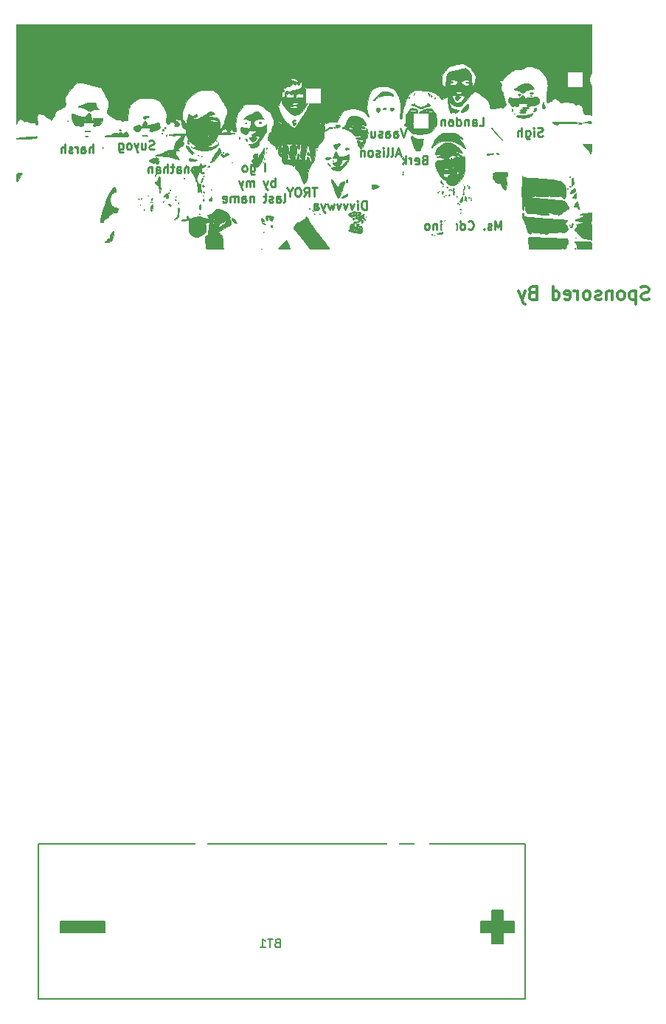
<source format=gbr>
G04 #@! TF.GenerationSoftware,KiCad,Pcbnew,(5.0.1-3-g963ef8bb5)*
G04 #@! TF.CreationDate,2020-01-06T21:10:07-05:00*
G04 #@! TF.ProjectId,SLI HW,534C492048572E6B696361645F706362,rev?*
G04 #@! TF.SameCoordinates,Original*
G04 #@! TF.FileFunction,Legend,Bot*
G04 #@! TF.FilePolarity,Positive*
%FSLAX46Y46*%
G04 Gerber Fmt 4.6, Leading zero omitted, Abs format (unit mm)*
G04 Created by KiCad (PCBNEW (5.0.1-3-g963ef8bb5)) date Monday, January 06, 2020 at 09:10:07 PM*
%MOMM*%
%LPD*%
G01*
G04 APERTURE LIST*
%ADD10C,0.300000*%
%ADD11C,0.250000*%
%ADD12C,0.150000*%
%ADD13C,0.010000*%
%ADD14R,1.802000X1.802000*%
%ADD15O,1.802000X1.802000*%
%ADD16C,1.626000*%
%ADD17C,1.802000*%
%ADD18C,0.100000*%
%ADD19R,1.502000X1.502000*%
%ADD20C,1.502000*%
G04 APERTURE END LIST*
D10*
X131028571Y-73707142D02*
X130814285Y-73778571D01*
X130457142Y-73778571D01*
X130314285Y-73707142D01*
X130242857Y-73635714D01*
X130171428Y-73492857D01*
X130171428Y-73350000D01*
X130242857Y-73207142D01*
X130314285Y-73135714D01*
X130457142Y-73064285D01*
X130742857Y-72992857D01*
X130885714Y-72921428D01*
X130957142Y-72850000D01*
X131028571Y-72707142D01*
X131028571Y-72564285D01*
X130957142Y-72421428D01*
X130885714Y-72350000D01*
X130742857Y-72278571D01*
X130385714Y-72278571D01*
X130171428Y-72350000D01*
X129528571Y-72778571D02*
X129528571Y-74278571D01*
X129528571Y-72850000D02*
X129385714Y-72778571D01*
X129100000Y-72778571D01*
X128957142Y-72850000D01*
X128885714Y-72921428D01*
X128814285Y-73064285D01*
X128814285Y-73492857D01*
X128885714Y-73635714D01*
X128957142Y-73707142D01*
X129100000Y-73778571D01*
X129385714Y-73778571D01*
X129528571Y-73707142D01*
X127957142Y-73778571D02*
X128100000Y-73707142D01*
X128171428Y-73635714D01*
X128242857Y-73492857D01*
X128242857Y-73064285D01*
X128171428Y-72921428D01*
X128100000Y-72850000D01*
X127957142Y-72778571D01*
X127742857Y-72778571D01*
X127600000Y-72850000D01*
X127528571Y-72921428D01*
X127457142Y-73064285D01*
X127457142Y-73492857D01*
X127528571Y-73635714D01*
X127600000Y-73707142D01*
X127742857Y-73778571D01*
X127957142Y-73778571D01*
X126814285Y-72778571D02*
X126814285Y-73778571D01*
X126814285Y-72921428D02*
X126742857Y-72850000D01*
X126600000Y-72778571D01*
X126385714Y-72778571D01*
X126242857Y-72850000D01*
X126171428Y-72992857D01*
X126171428Y-73778571D01*
X125528571Y-73707142D02*
X125385714Y-73778571D01*
X125100000Y-73778571D01*
X124957142Y-73707142D01*
X124885714Y-73564285D01*
X124885714Y-73492857D01*
X124957142Y-73350000D01*
X125100000Y-73278571D01*
X125314285Y-73278571D01*
X125457142Y-73207142D01*
X125528571Y-73064285D01*
X125528571Y-72992857D01*
X125457142Y-72850000D01*
X125314285Y-72778571D01*
X125100000Y-72778571D01*
X124957142Y-72850000D01*
X124028571Y-73778571D02*
X124171428Y-73707142D01*
X124242857Y-73635714D01*
X124314285Y-73492857D01*
X124314285Y-73064285D01*
X124242857Y-72921428D01*
X124171428Y-72850000D01*
X124028571Y-72778571D01*
X123814285Y-72778571D01*
X123671428Y-72850000D01*
X123600000Y-72921428D01*
X123528571Y-73064285D01*
X123528571Y-73492857D01*
X123600000Y-73635714D01*
X123671428Y-73707142D01*
X123814285Y-73778571D01*
X124028571Y-73778571D01*
X122885714Y-73778571D02*
X122885714Y-72778571D01*
X122885714Y-73064285D02*
X122814285Y-72921428D01*
X122742857Y-72850000D01*
X122600000Y-72778571D01*
X122457142Y-72778571D01*
X121385714Y-73707142D02*
X121528571Y-73778571D01*
X121814285Y-73778571D01*
X121957142Y-73707142D01*
X122028571Y-73564285D01*
X122028571Y-72992857D01*
X121957142Y-72850000D01*
X121814285Y-72778571D01*
X121528571Y-72778571D01*
X121385714Y-72850000D01*
X121314285Y-72992857D01*
X121314285Y-73135714D01*
X122028571Y-73278571D01*
X120028571Y-73778571D02*
X120028571Y-72278571D01*
X120028571Y-73707142D02*
X120171428Y-73778571D01*
X120457142Y-73778571D01*
X120600000Y-73707142D01*
X120671428Y-73635714D01*
X120742857Y-73492857D01*
X120742857Y-73064285D01*
X120671428Y-72921428D01*
X120600000Y-72850000D01*
X120457142Y-72778571D01*
X120171428Y-72778571D01*
X120028571Y-72850000D01*
X117671428Y-72992857D02*
X117457142Y-73064285D01*
X117385714Y-73135714D01*
X117314285Y-73278571D01*
X117314285Y-73492857D01*
X117385714Y-73635714D01*
X117457142Y-73707142D01*
X117600000Y-73778571D01*
X118171428Y-73778571D01*
X118171428Y-72278571D01*
X117671428Y-72278571D01*
X117528571Y-72350000D01*
X117457142Y-72421428D01*
X117385714Y-72564285D01*
X117385714Y-72707142D01*
X117457142Y-72850000D01*
X117528571Y-72921428D01*
X117671428Y-72992857D01*
X118171428Y-72992857D01*
X116814285Y-72778571D02*
X116457142Y-73778571D01*
X116100000Y-72778571D02*
X116457142Y-73778571D01*
X116600000Y-74135714D01*
X116671428Y-74207142D01*
X116814285Y-74278571D01*
D11*
X118828571Y-55004761D02*
X118685714Y-55052380D01*
X118447619Y-55052380D01*
X118352380Y-55004761D01*
X118304761Y-54957142D01*
X118257142Y-54861904D01*
X118257142Y-54766666D01*
X118304761Y-54671428D01*
X118352380Y-54623809D01*
X118447619Y-54576190D01*
X118638095Y-54528571D01*
X118733333Y-54480952D01*
X118780952Y-54433333D01*
X118828571Y-54338095D01*
X118828571Y-54242857D01*
X118780952Y-54147619D01*
X118733333Y-54100000D01*
X118638095Y-54052380D01*
X118400000Y-54052380D01*
X118257142Y-54100000D01*
X117828571Y-55052380D02*
X117828571Y-54385714D01*
X117828571Y-54052380D02*
X117876190Y-54100000D01*
X117828571Y-54147619D01*
X117780952Y-54100000D01*
X117828571Y-54052380D01*
X117828571Y-54147619D01*
X116923809Y-54385714D02*
X116923809Y-55195238D01*
X116971428Y-55290476D01*
X117019047Y-55338095D01*
X117114285Y-55385714D01*
X117257142Y-55385714D01*
X117352380Y-55338095D01*
X116923809Y-55004761D02*
X117019047Y-55052380D01*
X117209523Y-55052380D01*
X117304761Y-55004761D01*
X117352380Y-54957142D01*
X117400000Y-54861904D01*
X117400000Y-54576190D01*
X117352380Y-54480952D01*
X117304761Y-54433333D01*
X117209523Y-54385714D01*
X117019047Y-54385714D01*
X116923809Y-54433333D01*
X116447619Y-55052380D02*
X116447619Y-54052380D01*
X116019047Y-55052380D02*
X116019047Y-54528571D01*
X116066666Y-54433333D01*
X116161904Y-54385714D01*
X116304761Y-54385714D01*
X116400000Y-54433333D01*
X116447619Y-54480952D01*
X67233333Y-56952380D02*
X67233333Y-55952380D01*
X66804761Y-56952380D02*
X66804761Y-56428571D01*
X66852380Y-56333333D01*
X66947619Y-56285714D01*
X67090476Y-56285714D01*
X67185714Y-56333333D01*
X67233333Y-56380952D01*
X65900000Y-56952380D02*
X65900000Y-56428571D01*
X65947619Y-56333333D01*
X66042857Y-56285714D01*
X66233333Y-56285714D01*
X66328571Y-56333333D01*
X65900000Y-56904761D02*
X65995238Y-56952380D01*
X66233333Y-56952380D01*
X66328571Y-56904761D01*
X66376190Y-56809523D01*
X66376190Y-56714285D01*
X66328571Y-56619047D01*
X66233333Y-56571428D01*
X65995238Y-56571428D01*
X65900000Y-56523809D01*
X65423809Y-56952380D02*
X65423809Y-56285714D01*
X65423809Y-56476190D02*
X65376190Y-56380952D01*
X65328571Y-56333333D01*
X65233333Y-56285714D01*
X65138095Y-56285714D01*
X64852380Y-56904761D02*
X64757142Y-56952380D01*
X64566666Y-56952380D01*
X64471428Y-56904761D01*
X64423809Y-56809523D01*
X64423809Y-56761904D01*
X64471428Y-56666666D01*
X64566666Y-56619047D01*
X64709523Y-56619047D01*
X64804761Y-56571428D01*
X64852380Y-56476190D01*
X64852380Y-56428571D01*
X64804761Y-56333333D01*
X64709523Y-56285714D01*
X64566666Y-56285714D01*
X64471428Y-56333333D01*
X63995238Y-56952380D02*
X63995238Y-55952380D01*
X63566666Y-56952380D02*
X63566666Y-56428571D01*
X63614285Y-56333333D01*
X63709523Y-56285714D01*
X63852380Y-56285714D01*
X63947619Y-56333333D01*
X63995238Y-56380952D01*
X74223809Y-56504761D02*
X74080952Y-56552380D01*
X73842857Y-56552380D01*
X73747619Y-56504761D01*
X73700000Y-56457142D01*
X73652380Y-56361904D01*
X73652380Y-56266666D01*
X73700000Y-56171428D01*
X73747619Y-56123809D01*
X73842857Y-56076190D01*
X74033333Y-56028571D01*
X74128571Y-55980952D01*
X74176190Y-55933333D01*
X74223809Y-55838095D01*
X74223809Y-55742857D01*
X74176190Y-55647619D01*
X74128571Y-55600000D01*
X74033333Y-55552380D01*
X73795238Y-55552380D01*
X73652380Y-55600000D01*
X72795238Y-55885714D02*
X72795238Y-56552380D01*
X73223809Y-55885714D02*
X73223809Y-56409523D01*
X73176190Y-56504761D01*
X73080952Y-56552380D01*
X72938095Y-56552380D01*
X72842857Y-56504761D01*
X72795238Y-56457142D01*
X72414285Y-55885714D02*
X72176190Y-56552380D01*
X71938095Y-55885714D02*
X72176190Y-56552380D01*
X72271428Y-56790476D01*
X72319047Y-56838095D01*
X72414285Y-56885714D01*
X71414285Y-56552380D02*
X71509523Y-56504761D01*
X71557142Y-56457142D01*
X71604761Y-56361904D01*
X71604761Y-56076190D01*
X71557142Y-55980952D01*
X71509523Y-55933333D01*
X71414285Y-55885714D01*
X71271428Y-55885714D01*
X71176190Y-55933333D01*
X71128571Y-55980952D01*
X71080952Y-56076190D01*
X71080952Y-56361904D01*
X71128571Y-56457142D01*
X71176190Y-56504761D01*
X71271428Y-56552380D01*
X71414285Y-56552380D01*
X70223809Y-55885714D02*
X70223809Y-56695238D01*
X70271428Y-56790476D01*
X70319047Y-56838095D01*
X70414285Y-56885714D01*
X70557142Y-56885714D01*
X70652380Y-56838095D01*
X70223809Y-56504761D02*
X70319047Y-56552380D01*
X70509523Y-56552380D01*
X70604761Y-56504761D01*
X70652380Y-56457142D01*
X70700000Y-56361904D01*
X70700000Y-56076190D01*
X70652380Y-55980952D01*
X70604761Y-55933333D01*
X70509523Y-55885714D01*
X70319047Y-55885714D01*
X70223809Y-55933333D01*
X79557142Y-58252380D02*
X79557142Y-58966666D01*
X79604761Y-59109523D01*
X79700000Y-59204761D01*
X79842857Y-59252380D01*
X79938095Y-59252380D01*
X78938095Y-59252380D02*
X79033333Y-59204761D01*
X79080952Y-59157142D01*
X79128571Y-59061904D01*
X79128571Y-58776190D01*
X79080952Y-58680952D01*
X79033333Y-58633333D01*
X78938095Y-58585714D01*
X78795238Y-58585714D01*
X78700000Y-58633333D01*
X78652380Y-58680952D01*
X78604761Y-58776190D01*
X78604761Y-59061904D01*
X78652380Y-59157142D01*
X78700000Y-59204761D01*
X78795238Y-59252380D01*
X78938095Y-59252380D01*
X78176190Y-58585714D02*
X78176190Y-59252380D01*
X78176190Y-58680952D02*
X78128571Y-58633333D01*
X78033333Y-58585714D01*
X77890476Y-58585714D01*
X77795238Y-58633333D01*
X77747619Y-58728571D01*
X77747619Y-59252380D01*
X76842857Y-59252380D02*
X76842857Y-58728571D01*
X76890476Y-58633333D01*
X76985714Y-58585714D01*
X77176190Y-58585714D01*
X77271428Y-58633333D01*
X76842857Y-59204761D02*
X76938095Y-59252380D01*
X77176190Y-59252380D01*
X77271428Y-59204761D01*
X77319047Y-59109523D01*
X77319047Y-59014285D01*
X77271428Y-58919047D01*
X77176190Y-58871428D01*
X76938095Y-58871428D01*
X76842857Y-58823809D01*
X76509523Y-58585714D02*
X76128571Y-58585714D01*
X76366666Y-58252380D02*
X76366666Y-59109523D01*
X76319047Y-59204761D01*
X76223809Y-59252380D01*
X76128571Y-59252380D01*
X75795238Y-59252380D02*
X75795238Y-58252380D01*
X75366666Y-59252380D02*
X75366666Y-58728571D01*
X75414285Y-58633333D01*
X75509523Y-58585714D01*
X75652380Y-58585714D01*
X75747619Y-58633333D01*
X75795238Y-58680952D01*
X74461904Y-59252380D02*
X74461904Y-58728571D01*
X74509523Y-58633333D01*
X74604761Y-58585714D01*
X74795238Y-58585714D01*
X74890476Y-58633333D01*
X74461904Y-59204761D02*
X74557142Y-59252380D01*
X74795238Y-59252380D01*
X74890476Y-59204761D01*
X74938095Y-59109523D01*
X74938095Y-59014285D01*
X74890476Y-58919047D01*
X74795238Y-58871428D01*
X74557142Y-58871428D01*
X74461904Y-58823809D01*
X73985714Y-58585714D02*
X73985714Y-59252380D01*
X73985714Y-58680952D02*
X73938095Y-58633333D01*
X73842857Y-58585714D01*
X73700000Y-58585714D01*
X73604761Y-58633333D01*
X73557142Y-58728571D01*
X73557142Y-59252380D01*
X86985714Y-59102380D02*
X86985714Y-58102380D01*
X85319047Y-58435714D02*
X85319047Y-59245238D01*
X85366666Y-59340476D01*
X85414285Y-59388095D01*
X85509523Y-59435714D01*
X85652380Y-59435714D01*
X85747619Y-59388095D01*
X85319047Y-59054761D02*
X85414285Y-59102380D01*
X85604761Y-59102380D01*
X85700000Y-59054761D01*
X85747619Y-59007142D01*
X85795238Y-58911904D01*
X85795238Y-58626190D01*
X85747619Y-58530952D01*
X85700000Y-58483333D01*
X85604761Y-58435714D01*
X85414285Y-58435714D01*
X85319047Y-58483333D01*
X84700000Y-59102380D02*
X84795238Y-59054761D01*
X84842857Y-59007142D01*
X84890476Y-58911904D01*
X84890476Y-58626190D01*
X84842857Y-58530952D01*
X84795238Y-58483333D01*
X84700000Y-58435714D01*
X84557142Y-58435714D01*
X84461904Y-58483333D01*
X84414285Y-58530952D01*
X84366666Y-58626190D01*
X84366666Y-58911904D01*
X84414285Y-59007142D01*
X84461904Y-59054761D01*
X84557142Y-59102380D01*
X84700000Y-59102380D01*
X88104761Y-60852380D02*
X88104761Y-59852380D01*
X88104761Y-60233333D02*
X88009523Y-60185714D01*
X87819047Y-60185714D01*
X87723809Y-60233333D01*
X87676190Y-60280952D01*
X87628571Y-60376190D01*
X87628571Y-60661904D01*
X87676190Y-60757142D01*
X87723809Y-60804761D01*
X87819047Y-60852380D01*
X88009523Y-60852380D01*
X88104761Y-60804761D01*
X87295238Y-60185714D02*
X87057142Y-60852380D01*
X86819047Y-60185714D02*
X87057142Y-60852380D01*
X87152380Y-61090476D01*
X87200000Y-61138095D01*
X87295238Y-61185714D01*
X85676190Y-60852380D02*
X85676190Y-60185714D01*
X85676190Y-60280952D02*
X85628571Y-60233333D01*
X85533333Y-60185714D01*
X85390476Y-60185714D01*
X85295238Y-60233333D01*
X85247619Y-60328571D01*
X85247619Y-60852380D01*
X85247619Y-60328571D02*
X85200000Y-60233333D01*
X85104761Y-60185714D01*
X84961904Y-60185714D01*
X84866666Y-60233333D01*
X84819047Y-60328571D01*
X84819047Y-60852380D01*
X84438095Y-60185714D02*
X84200000Y-60852380D01*
X83961904Y-60185714D02*
X84200000Y-60852380D01*
X84295238Y-61090476D01*
X84342857Y-61138095D01*
X84438095Y-61185714D01*
X89104761Y-62602380D02*
X89200000Y-62554761D01*
X89247619Y-62459523D01*
X89247619Y-61602380D01*
X88295238Y-62602380D02*
X88295238Y-62078571D01*
X88342857Y-61983333D01*
X88438095Y-61935714D01*
X88628571Y-61935714D01*
X88723809Y-61983333D01*
X88295238Y-62554761D02*
X88390476Y-62602380D01*
X88628571Y-62602380D01*
X88723809Y-62554761D01*
X88771428Y-62459523D01*
X88771428Y-62364285D01*
X88723809Y-62269047D01*
X88628571Y-62221428D01*
X88390476Y-62221428D01*
X88295238Y-62173809D01*
X87866666Y-62554761D02*
X87771428Y-62602380D01*
X87580952Y-62602380D01*
X87485714Y-62554761D01*
X87438095Y-62459523D01*
X87438095Y-62411904D01*
X87485714Y-62316666D01*
X87580952Y-62269047D01*
X87723809Y-62269047D01*
X87819047Y-62221428D01*
X87866666Y-62126190D01*
X87866666Y-62078571D01*
X87819047Y-61983333D01*
X87723809Y-61935714D01*
X87580952Y-61935714D01*
X87485714Y-61983333D01*
X87152380Y-61935714D02*
X86771428Y-61935714D01*
X87009523Y-61602380D02*
X87009523Y-62459523D01*
X86961904Y-62554761D01*
X86866666Y-62602380D01*
X86771428Y-62602380D01*
X85676190Y-61935714D02*
X85676190Y-62602380D01*
X85676190Y-62030952D02*
X85628571Y-61983333D01*
X85533333Y-61935714D01*
X85390476Y-61935714D01*
X85295238Y-61983333D01*
X85247619Y-62078571D01*
X85247619Y-62602380D01*
X84342857Y-62602380D02*
X84342857Y-62078571D01*
X84390476Y-61983333D01*
X84485714Y-61935714D01*
X84676190Y-61935714D01*
X84771428Y-61983333D01*
X84342857Y-62554761D02*
X84438095Y-62602380D01*
X84676190Y-62602380D01*
X84771428Y-62554761D01*
X84819047Y-62459523D01*
X84819047Y-62364285D01*
X84771428Y-62269047D01*
X84676190Y-62221428D01*
X84438095Y-62221428D01*
X84342857Y-62173809D01*
X83866666Y-62602380D02*
X83866666Y-61935714D01*
X83866666Y-62030952D02*
X83819047Y-61983333D01*
X83723809Y-61935714D01*
X83580952Y-61935714D01*
X83485714Y-61983333D01*
X83438095Y-62078571D01*
X83438095Y-62602380D01*
X83438095Y-62078571D02*
X83390476Y-61983333D01*
X83295238Y-61935714D01*
X83152380Y-61935714D01*
X83057142Y-61983333D01*
X83009523Y-62078571D01*
X83009523Y-62602380D01*
X82152380Y-62554761D02*
X82247619Y-62602380D01*
X82438095Y-62602380D01*
X82533333Y-62554761D01*
X82580952Y-62459523D01*
X82580952Y-62078571D01*
X82533333Y-61983333D01*
X82438095Y-61935714D01*
X82247619Y-61935714D01*
X82152380Y-61983333D01*
X82104761Y-62078571D01*
X82104761Y-62173809D01*
X82580952Y-62269047D01*
X92938095Y-60952380D02*
X92366666Y-60952380D01*
X92652380Y-61952380D02*
X92652380Y-60952380D01*
X91461904Y-61952380D02*
X91795238Y-61476190D01*
X92033333Y-61952380D02*
X92033333Y-60952380D01*
X91652380Y-60952380D01*
X91557142Y-61000000D01*
X91509523Y-61047619D01*
X91461904Y-61142857D01*
X91461904Y-61285714D01*
X91509523Y-61380952D01*
X91557142Y-61428571D01*
X91652380Y-61476190D01*
X92033333Y-61476190D01*
X90842857Y-60952380D02*
X90652380Y-60952380D01*
X90557142Y-61000000D01*
X90461904Y-61095238D01*
X90414285Y-61285714D01*
X90414285Y-61619047D01*
X90461904Y-61809523D01*
X90557142Y-61904761D01*
X90652380Y-61952380D01*
X90842857Y-61952380D01*
X90938095Y-61904761D01*
X91033333Y-61809523D01*
X91080952Y-61619047D01*
X91080952Y-61285714D01*
X91033333Y-61095238D01*
X90938095Y-61000000D01*
X90842857Y-60952380D01*
X89795238Y-61476190D02*
X89795238Y-61952380D01*
X90128571Y-60952380D02*
X89795238Y-61476190D01*
X89461904Y-60952380D01*
X98600000Y-63452380D02*
X98600000Y-62452380D01*
X98361904Y-62452380D01*
X98219047Y-62500000D01*
X98123809Y-62595238D01*
X98076190Y-62690476D01*
X98028571Y-62880952D01*
X98028571Y-63023809D01*
X98076190Y-63214285D01*
X98123809Y-63309523D01*
X98219047Y-63404761D01*
X98361904Y-63452380D01*
X98600000Y-63452380D01*
X97600000Y-63452380D02*
X97600000Y-62785714D01*
X97600000Y-62452380D02*
X97647619Y-62500000D01*
X97600000Y-62547619D01*
X97552380Y-62500000D01*
X97600000Y-62452380D01*
X97600000Y-62547619D01*
X97219047Y-62785714D02*
X96980952Y-63452380D01*
X96742857Y-62785714D01*
X96457142Y-62785714D02*
X96219047Y-63452380D01*
X95980952Y-62785714D01*
X95695238Y-62785714D02*
X95457142Y-63452380D01*
X95219047Y-62785714D01*
X94933333Y-62785714D02*
X94742857Y-63452380D01*
X94552380Y-62976190D01*
X94361904Y-63452380D01*
X94171428Y-62785714D01*
X93885714Y-62785714D02*
X93647619Y-63452380D01*
X93409523Y-62785714D02*
X93647619Y-63452380D01*
X93742857Y-63690476D01*
X93790476Y-63738095D01*
X93885714Y-63785714D01*
X92600000Y-63452380D02*
X92600000Y-62928571D01*
X92647619Y-62833333D01*
X92742857Y-62785714D01*
X92933333Y-62785714D01*
X93028571Y-62833333D01*
X92600000Y-63404761D02*
X92695238Y-63452380D01*
X92933333Y-63452380D01*
X93028571Y-63404761D01*
X93076190Y-63309523D01*
X93076190Y-63214285D01*
X93028571Y-63119047D01*
X92933333Y-63071428D01*
X92695238Y-63071428D01*
X92600000Y-63023809D01*
X102509523Y-57066666D02*
X102033333Y-57066666D01*
X102604761Y-57352380D02*
X102271428Y-56352380D01*
X101938095Y-57352380D01*
X101461904Y-57352380D02*
X101557142Y-57304761D01*
X101604761Y-57209523D01*
X101604761Y-56352380D01*
X100938095Y-57352380D02*
X101033333Y-57304761D01*
X101080952Y-57209523D01*
X101080952Y-56352380D01*
X100557142Y-57352380D02*
X100557142Y-56685714D01*
X100557142Y-56352380D02*
X100604761Y-56400000D01*
X100557142Y-56447619D01*
X100509523Y-56400000D01*
X100557142Y-56352380D01*
X100557142Y-56447619D01*
X100128571Y-57304761D02*
X100033333Y-57352380D01*
X99842857Y-57352380D01*
X99747619Y-57304761D01*
X99700000Y-57209523D01*
X99700000Y-57161904D01*
X99747619Y-57066666D01*
X99842857Y-57019047D01*
X99985714Y-57019047D01*
X100080952Y-56971428D01*
X100128571Y-56876190D01*
X100128571Y-56828571D01*
X100080952Y-56733333D01*
X99985714Y-56685714D01*
X99842857Y-56685714D01*
X99747619Y-56733333D01*
X99128571Y-57352380D02*
X99223809Y-57304761D01*
X99271428Y-57257142D01*
X99319047Y-57161904D01*
X99319047Y-56876190D01*
X99271428Y-56780952D01*
X99223809Y-56733333D01*
X99128571Y-56685714D01*
X98985714Y-56685714D01*
X98890476Y-56733333D01*
X98842857Y-56780952D01*
X98795238Y-56876190D01*
X98795238Y-57161904D01*
X98842857Y-57257142D01*
X98890476Y-57304761D01*
X98985714Y-57352380D01*
X99128571Y-57352380D01*
X98366666Y-56685714D02*
X98366666Y-57352380D01*
X98366666Y-56780952D02*
X98319047Y-56733333D01*
X98223809Y-56685714D01*
X98080952Y-56685714D01*
X97985714Y-56733333D01*
X97938095Y-56828571D01*
X97938095Y-57352380D01*
X103195238Y-54152380D02*
X102861904Y-55152380D01*
X102528571Y-54152380D01*
X101766666Y-55152380D02*
X101766666Y-54628571D01*
X101814285Y-54533333D01*
X101909523Y-54485714D01*
X102100000Y-54485714D01*
X102195238Y-54533333D01*
X101766666Y-55104761D02*
X101861904Y-55152380D01*
X102100000Y-55152380D01*
X102195238Y-55104761D01*
X102242857Y-55009523D01*
X102242857Y-54914285D01*
X102195238Y-54819047D01*
X102100000Y-54771428D01*
X101861904Y-54771428D01*
X101766666Y-54723809D01*
X100861904Y-55152380D02*
X100861904Y-54628571D01*
X100909523Y-54533333D01*
X101004761Y-54485714D01*
X101195238Y-54485714D01*
X101290476Y-54533333D01*
X100861904Y-55104761D02*
X100957142Y-55152380D01*
X101195238Y-55152380D01*
X101290476Y-55104761D01*
X101338095Y-55009523D01*
X101338095Y-54914285D01*
X101290476Y-54819047D01*
X101195238Y-54771428D01*
X100957142Y-54771428D01*
X100861904Y-54723809D01*
X100433333Y-55104761D02*
X100338095Y-55152380D01*
X100147619Y-55152380D01*
X100052380Y-55104761D01*
X100004761Y-55009523D01*
X100004761Y-54961904D01*
X100052380Y-54866666D01*
X100147619Y-54819047D01*
X100290476Y-54819047D01*
X100385714Y-54771428D01*
X100433333Y-54676190D01*
X100433333Y-54628571D01*
X100385714Y-54533333D01*
X100290476Y-54485714D01*
X100147619Y-54485714D01*
X100052380Y-54533333D01*
X99147619Y-54485714D02*
X99147619Y-55152380D01*
X99576190Y-54485714D02*
X99576190Y-55009523D01*
X99528571Y-55104761D01*
X99433333Y-55152380D01*
X99290476Y-55152380D01*
X99195238Y-55104761D01*
X99147619Y-55057142D01*
X105271428Y-57728571D02*
X105128571Y-57776190D01*
X105080952Y-57823809D01*
X105033333Y-57919047D01*
X105033333Y-58061904D01*
X105080952Y-58157142D01*
X105128571Y-58204761D01*
X105223809Y-58252380D01*
X105604761Y-58252380D01*
X105604761Y-57252380D01*
X105271428Y-57252380D01*
X105176190Y-57300000D01*
X105128571Y-57347619D01*
X105080952Y-57442857D01*
X105080952Y-57538095D01*
X105128571Y-57633333D01*
X105176190Y-57680952D01*
X105271428Y-57728571D01*
X105604761Y-57728571D01*
X104223809Y-58204761D02*
X104319047Y-58252380D01*
X104509523Y-58252380D01*
X104604761Y-58204761D01*
X104652380Y-58109523D01*
X104652380Y-57728571D01*
X104604761Y-57633333D01*
X104509523Y-57585714D01*
X104319047Y-57585714D01*
X104223809Y-57633333D01*
X104176190Y-57728571D01*
X104176190Y-57823809D01*
X104652380Y-57919047D01*
X103747619Y-58252380D02*
X103747619Y-57585714D01*
X103747619Y-57776190D02*
X103700000Y-57680952D01*
X103652380Y-57633333D01*
X103557142Y-57585714D01*
X103461904Y-57585714D01*
X103128571Y-58252380D02*
X103128571Y-57252380D01*
X103033333Y-57871428D02*
X102747619Y-58252380D01*
X102747619Y-57585714D02*
X103128571Y-57966666D01*
X111552380Y-53852380D02*
X112028571Y-53852380D01*
X112028571Y-52852380D01*
X110790476Y-53852380D02*
X110790476Y-53328571D01*
X110838095Y-53233333D01*
X110933333Y-53185714D01*
X111123809Y-53185714D01*
X111219047Y-53233333D01*
X110790476Y-53804761D02*
X110885714Y-53852380D01*
X111123809Y-53852380D01*
X111219047Y-53804761D01*
X111266666Y-53709523D01*
X111266666Y-53614285D01*
X111219047Y-53519047D01*
X111123809Y-53471428D01*
X110885714Y-53471428D01*
X110790476Y-53423809D01*
X110314285Y-53185714D02*
X110314285Y-53852380D01*
X110314285Y-53280952D02*
X110266666Y-53233333D01*
X110171428Y-53185714D01*
X110028571Y-53185714D01*
X109933333Y-53233333D01*
X109885714Y-53328571D01*
X109885714Y-53852380D01*
X108980952Y-53852380D02*
X108980952Y-52852380D01*
X108980952Y-53804761D02*
X109076190Y-53852380D01*
X109266666Y-53852380D01*
X109361904Y-53804761D01*
X109409523Y-53757142D01*
X109457142Y-53661904D01*
X109457142Y-53376190D01*
X109409523Y-53280952D01*
X109361904Y-53233333D01*
X109266666Y-53185714D01*
X109076190Y-53185714D01*
X108980952Y-53233333D01*
X108361904Y-53852380D02*
X108457142Y-53804761D01*
X108504761Y-53757142D01*
X108552380Y-53661904D01*
X108552380Y-53376190D01*
X108504761Y-53280952D01*
X108457142Y-53233333D01*
X108361904Y-53185714D01*
X108219047Y-53185714D01*
X108123809Y-53233333D01*
X108076190Y-53280952D01*
X108028571Y-53376190D01*
X108028571Y-53661904D01*
X108076190Y-53757142D01*
X108123809Y-53804761D01*
X108219047Y-53852380D01*
X108361904Y-53852380D01*
X107600000Y-53185714D02*
X107600000Y-53852380D01*
X107600000Y-53280952D02*
X107552380Y-53233333D01*
X107457142Y-53185714D01*
X107314285Y-53185714D01*
X107219047Y-53233333D01*
X107171428Y-53328571D01*
X107171428Y-53852380D01*
X114057142Y-65752380D02*
X114057142Y-64752380D01*
X113723809Y-65466666D01*
X113390476Y-64752380D01*
X113390476Y-65752380D01*
X112961904Y-65704761D02*
X112866666Y-65752380D01*
X112676190Y-65752380D01*
X112580952Y-65704761D01*
X112533333Y-65609523D01*
X112533333Y-65561904D01*
X112580952Y-65466666D01*
X112676190Y-65419047D01*
X112819047Y-65419047D01*
X112914285Y-65371428D01*
X112961904Y-65276190D01*
X112961904Y-65228571D01*
X112914285Y-65133333D01*
X112819047Y-65085714D01*
X112676190Y-65085714D01*
X112580952Y-65133333D01*
X112104761Y-65657142D02*
X112057142Y-65704761D01*
X112104761Y-65752380D01*
X112152380Y-65704761D01*
X112104761Y-65657142D01*
X112104761Y-65752380D01*
X110295238Y-65657142D02*
X110342857Y-65704761D01*
X110485714Y-65752380D01*
X110580952Y-65752380D01*
X110723809Y-65704761D01*
X110819047Y-65609523D01*
X110866666Y-65514285D01*
X110914285Y-65323809D01*
X110914285Y-65180952D01*
X110866666Y-64990476D01*
X110819047Y-64895238D01*
X110723809Y-64800000D01*
X110580952Y-64752380D01*
X110485714Y-64752380D01*
X110342857Y-64800000D01*
X110295238Y-64847619D01*
X109723809Y-65752380D02*
X109819047Y-65704761D01*
X109866666Y-65657142D01*
X109914285Y-65561904D01*
X109914285Y-65276190D01*
X109866666Y-65180952D01*
X109819047Y-65133333D01*
X109723809Y-65085714D01*
X109580952Y-65085714D01*
X109485714Y-65133333D01*
X109438095Y-65180952D01*
X109390476Y-65276190D01*
X109390476Y-65561904D01*
X109438095Y-65657142D01*
X109485714Y-65704761D01*
X109580952Y-65752380D01*
X109723809Y-65752380D01*
X108961904Y-65085714D02*
X108961904Y-65752380D01*
X108961904Y-65180952D02*
X108914285Y-65133333D01*
X108819047Y-65085714D01*
X108676190Y-65085714D01*
X108580952Y-65133333D01*
X108533333Y-65228571D01*
X108533333Y-65752380D01*
X107628571Y-65752380D02*
X107628571Y-64752380D01*
X107628571Y-65704761D02*
X107723809Y-65752380D01*
X107914285Y-65752380D01*
X108009523Y-65704761D01*
X108057142Y-65657142D01*
X108104761Y-65561904D01*
X108104761Y-65276190D01*
X108057142Y-65180952D01*
X108009523Y-65133333D01*
X107914285Y-65085714D01*
X107723809Y-65085714D01*
X107628571Y-65133333D01*
X107152380Y-65752380D02*
X107152380Y-65085714D01*
X107152380Y-64752380D02*
X107200000Y-64800000D01*
X107152380Y-64847619D01*
X107104761Y-64800000D01*
X107152380Y-64752380D01*
X107152380Y-64847619D01*
X106676190Y-65085714D02*
X106676190Y-65752380D01*
X106676190Y-65180952D02*
X106628571Y-65133333D01*
X106533333Y-65085714D01*
X106390476Y-65085714D01*
X106295238Y-65133333D01*
X106247619Y-65228571D01*
X106247619Y-65752380D01*
X105628571Y-65752380D02*
X105723809Y-65704761D01*
X105771428Y-65657142D01*
X105819047Y-65561904D01*
X105819047Y-65276190D01*
X105771428Y-65180952D01*
X105723809Y-65133333D01*
X105628571Y-65085714D01*
X105485714Y-65085714D01*
X105390476Y-65133333D01*
X105342857Y-65180952D01*
X105295238Y-65276190D01*
X105295238Y-65561904D01*
X105342857Y-65657142D01*
X105390476Y-65704761D01*
X105485714Y-65752380D01*
X105628571Y-65752380D01*
D12*
G04 #@! TO.C,BT1*
X60930000Y-136210000D02*
X116810000Y-136210000D01*
X116810000Y-136210000D02*
X116810000Y-153990000D01*
X116810000Y-153990000D02*
X60930000Y-153990000D01*
X60930000Y-153990000D02*
X60930000Y-136210000D01*
G36*
X63470000Y-146370000D02*
X63470000Y-145100000D01*
X68550000Y-145100000D01*
X68550000Y-146370000D01*
X63470000Y-146370000D01*
G37*
X63470000Y-146370000D02*
X63470000Y-145100000D01*
X68550000Y-145100000D01*
X68550000Y-146370000D01*
X63470000Y-146370000D01*
G36*
X113000000Y-146370000D02*
X113000000Y-147640000D01*
X114270000Y-147640000D01*
X114270000Y-146370000D01*
X115540000Y-146370000D01*
X115540000Y-145100000D01*
X114270000Y-145100000D01*
X114270000Y-143830000D01*
X113000000Y-143830000D01*
X113000000Y-145100000D01*
X111730000Y-145100000D01*
X111730000Y-146370000D01*
X113000000Y-146370000D01*
G37*
X113000000Y-146370000D02*
X113000000Y-147640000D01*
X114270000Y-147640000D01*
X114270000Y-146370000D01*
X115540000Y-146370000D01*
X115540000Y-145100000D01*
X114270000Y-145100000D01*
X114270000Y-143830000D01*
X113000000Y-143830000D01*
X113000000Y-145100000D01*
X111730000Y-145100000D01*
X111730000Y-146370000D01*
X113000000Y-146370000D01*
D13*
G04 #@! TO.C,G\002A\002A\002A*
G36*
X108918102Y-50469859D02*
X108801093Y-50490240D01*
X108784603Y-50500063D01*
X108782465Y-50578817D01*
X108834482Y-50705268D01*
X108913195Y-50829810D01*
X108991143Y-50902838D01*
X109010026Y-50907291D01*
X109101551Y-50868381D01*
X109242563Y-50772691D01*
X109300057Y-50727012D01*
X109426635Y-50613422D01*
X109461239Y-50549214D01*
X109415461Y-50510260D01*
X109405989Y-50506471D01*
X109272626Y-50478511D01*
X109092639Y-50466128D01*
X108918102Y-50469859D01*
X108918102Y-50469859D01*
G37*
X108918102Y-50469859D02*
X108801093Y-50490240D01*
X108784603Y-50500063D01*
X108782465Y-50578817D01*
X108834482Y-50705268D01*
X108913195Y-50829810D01*
X108991143Y-50902838D01*
X109010026Y-50907291D01*
X109101551Y-50868381D01*
X109242563Y-50772691D01*
X109300057Y-50727012D01*
X109426635Y-50613422D01*
X109461239Y-50549214D01*
X109415461Y-50510260D01*
X109405989Y-50506471D01*
X109272626Y-50478511D01*
X109092639Y-50466128D01*
X108918102Y-50469859D01*
G36*
X90329552Y-53174233D02*
X90173372Y-53271872D01*
X90102285Y-53439707D01*
X90131119Y-53642141D01*
X90132858Y-53646398D01*
X90228032Y-53792482D01*
X90333875Y-53819845D01*
X90434916Y-53725477D01*
X90445266Y-53707174D01*
X90505779Y-53554717D01*
X90475732Y-53488125D01*
X90384000Y-53494100D01*
X90280068Y-53493152D01*
X90266650Y-53430754D01*
X90343804Y-53334601D01*
X90383597Y-53304030D01*
X90471121Y-53213968D01*
X90444864Y-53164871D01*
X90329552Y-53174233D01*
X90329552Y-53174233D01*
G37*
X90329552Y-53174233D02*
X90173372Y-53271872D01*
X90102285Y-53439707D01*
X90131119Y-53642141D01*
X90132858Y-53646398D01*
X90228032Y-53792482D01*
X90333875Y-53819845D01*
X90434916Y-53725477D01*
X90445266Y-53707174D01*
X90505779Y-53554717D01*
X90475732Y-53488125D01*
X90384000Y-53494100D01*
X90280068Y-53493152D01*
X90266650Y-53430754D01*
X90343804Y-53334601D01*
X90383597Y-53304030D01*
X90471121Y-53213968D01*
X90444864Y-53164871D01*
X90329552Y-53174233D01*
G36*
X91835316Y-56861870D02*
X91833242Y-56863858D01*
X91790347Y-56975381D01*
X91803428Y-57117833D01*
X91862345Y-57225821D01*
X91892092Y-57243431D01*
X91979715Y-57217621D01*
X92008107Y-57173992D01*
X92014013Y-57058798D01*
X91971306Y-56940220D01*
X91903802Y-56860498D01*
X91835316Y-56861870D01*
X91835316Y-56861870D01*
G37*
X91835316Y-56861870D02*
X91833242Y-56863858D01*
X91790347Y-56975381D01*
X91803428Y-57117833D01*
X91862345Y-57225821D01*
X91892092Y-57243431D01*
X91979715Y-57217621D01*
X92008107Y-57173992D01*
X92014013Y-57058798D01*
X91971306Y-56940220D01*
X91903802Y-56860498D01*
X91835316Y-56861870D01*
G36*
X116740752Y-49014502D02*
X116485133Y-49086366D01*
X116261214Y-49176844D01*
X116133250Y-49257308D01*
X115991062Y-49358036D01*
X115803748Y-49462537D01*
X115768125Y-49479601D01*
X115619803Y-49560022D01*
X115536553Y-49627814D01*
X115530000Y-49643250D01*
X115584193Y-49687704D01*
X115715723Y-49743812D01*
X115878015Y-49795385D01*
X116024497Y-49826230D01*
X116064750Y-49829145D01*
X116155236Y-49867871D01*
X116223500Y-49919802D01*
X116393856Y-50026589D01*
X116563849Y-50060514D01*
X116693757Y-50016988D01*
X116725125Y-49977755D01*
X116838930Y-49879529D01*
X117064965Y-49785653D01*
X117388462Y-49701533D01*
X117577875Y-49665550D01*
X117730658Y-49625625D01*
X117811941Y-49577445D01*
X117816000Y-49565918D01*
X117768731Y-49474699D01*
X117648959Y-49342167D01*
X117489737Y-49197627D01*
X117324119Y-49070384D01*
X117185158Y-48989743D01*
X117154201Y-48979166D01*
X116979849Y-48974390D01*
X116740752Y-49014502D01*
X116740752Y-49014502D01*
G37*
X116740752Y-49014502D02*
X116485133Y-49086366D01*
X116261214Y-49176844D01*
X116133250Y-49257308D01*
X115991062Y-49358036D01*
X115803748Y-49462537D01*
X115768125Y-49479601D01*
X115619803Y-49560022D01*
X115536553Y-49627814D01*
X115530000Y-49643250D01*
X115584193Y-49687704D01*
X115715723Y-49743812D01*
X115878015Y-49795385D01*
X116024497Y-49826230D01*
X116064750Y-49829145D01*
X116155236Y-49867871D01*
X116223500Y-49919802D01*
X116393856Y-50026589D01*
X116563849Y-50060514D01*
X116693757Y-50016988D01*
X116725125Y-49977755D01*
X116838930Y-49879529D01*
X117064965Y-49785653D01*
X117388462Y-49701533D01*
X117577875Y-49665550D01*
X117730658Y-49625625D01*
X117811941Y-49577445D01*
X117816000Y-49565918D01*
X117768731Y-49474699D01*
X117648959Y-49342167D01*
X117489737Y-49197627D01*
X117324119Y-49070384D01*
X117185158Y-48989743D01*
X117154201Y-48979166D01*
X116979849Y-48974390D01*
X116740752Y-49014502D01*
G36*
X104998314Y-50066186D02*
X104989000Y-50111502D01*
X105009927Y-50203249D01*
X105064911Y-50175746D01*
X105081539Y-50151387D01*
X105073576Y-50069832D01*
X105053536Y-50052390D01*
X104998314Y-50066186D01*
X104998314Y-50066186D01*
G37*
X104998314Y-50066186D02*
X104989000Y-50111502D01*
X105009927Y-50203249D01*
X105064911Y-50175746D01*
X105081539Y-50151387D01*
X105073576Y-50069832D01*
X105053536Y-50052390D01*
X104998314Y-50066186D01*
G36*
X117414720Y-50041477D02*
X117387058Y-50099375D01*
X117466139Y-50172149D01*
X117596196Y-50202543D01*
X117703901Y-50174201D01*
X117707489Y-50170845D01*
X117751262Y-50082810D01*
X117677472Y-50031308D01*
X117556709Y-50020000D01*
X117414720Y-50041477D01*
X117414720Y-50041477D01*
G37*
X117414720Y-50041477D02*
X117387058Y-50099375D01*
X117466139Y-50172149D01*
X117596196Y-50202543D01*
X117703901Y-50174201D01*
X117707489Y-50170845D01*
X117751262Y-50082810D01*
X117677472Y-50031308D01*
X117556709Y-50020000D01*
X117414720Y-50041477D01*
G36*
X104488165Y-50134932D02*
X104481000Y-50178750D01*
X104515289Y-50263253D01*
X104544500Y-50274000D01*
X104600836Y-50222567D01*
X104608000Y-50178750D01*
X104573712Y-50094246D01*
X104544500Y-50083500D01*
X104488165Y-50134932D01*
X104488165Y-50134932D01*
G37*
X104488165Y-50134932D02*
X104481000Y-50178750D01*
X104515289Y-50263253D01*
X104544500Y-50274000D01*
X104600836Y-50222567D01*
X104608000Y-50178750D01*
X104573712Y-50094246D01*
X104544500Y-50083500D01*
X104488165Y-50134932D01*
G36*
X105310725Y-50049138D02*
X105244619Y-50144404D01*
X105254787Y-50257992D01*
X105330036Y-50331783D01*
X105366253Y-50337500D01*
X105482840Y-50315601D01*
X105519372Y-50289174D01*
X105513424Y-50203071D01*
X105444899Y-50105584D01*
X105356502Y-50045846D01*
X105310725Y-50049138D01*
X105310725Y-50049138D01*
G37*
X105310725Y-50049138D02*
X105244619Y-50144404D01*
X105254787Y-50257992D01*
X105330036Y-50331783D01*
X105366253Y-50337500D01*
X105482840Y-50315601D01*
X105519372Y-50289174D01*
X105513424Y-50203071D01*
X105444899Y-50105584D01*
X105356502Y-50045846D01*
X105310725Y-50049138D01*
G36*
X104088179Y-50208862D02*
X104053837Y-50343891D01*
X104080720Y-50379774D01*
X104159918Y-50310066D01*
X104203543Y-50196607D01*
X104190260Y-50138925D01*
X104139026Y-50117809D01*
X104088179Y-50208862D01*
X104088179Y-50208862D01*
G37*
X104088179Y-50208862D02*
X104053837Y-50343891D01*
X104080720Y-50379774D01*
X104159918Y-50310066D01*
X104203543Y-50196607D01*
X104190260Y-50138925D01*
X104139026Y-50117809D01*
X104088179Y-50208862D01*
G36*
X105658423Y-50092988D02*
X105648612Y-50101221D01*
X105652477Y-50172284D01*
X105708414Y-50282029D01*
X105783030Y-50375200D01*
X105829775Y-50401000D01*
X105868788Y-50347608D01*
X105878000Y-50272007D01*
X105837602Y-50161820D01*
X105748408Y-50090234D01*
X105658423Y-50092988D01*
X105658423Y-50092988D01*
G37*
X105658423Y-50092988D02*
X105648612Y-50101221D01*
X105652477Y-50172284D01*
X105708414Y-50282029D01*
X105783030Y-50375200D01*
X105829775Y-50401000D01*
X105868788Y-50347608D01*
X105878000Y-50272007D01*
X105837602Y-50161820D01*
X105748408Y-50090234D01*
X105658423Y-50092988D01*
G36*
X116038551Y-50175732D02*
X116010257Y-50253841D01*
X116046327Y-50315782D01*
X116158351Y-50393928D01*
X116253763Y-50375644D01*
X116292000Y-50274000D01*
X116246491Y-50166921D01*
X116175584Y-50147000D01*
X116038551Y-50175732D01*
X116038551Y-50175732D01*
G37*
X116038551Y-50175732D02*
X116010257Y-50253841D01*
X116046327Y-50315782D01*
X116158351Y-50393928D01*
X116253763Y-50375644D01*
X116292000Y-50274000D01*
X116246491Y-50166921D01*
X116175584Y-50147000D01*
X116038551Y-50175732D01*
G36*
X117436846Y-50385821D02*
X117435000Y-50401000D01*
X117483322Y-50462654D01*
X117498500Y-50464500D01*
X117560155Y-50416178D01*
X117562000Y-50401000D01*
X117513679Y-50339345D01*
X117498500Y-50337500D01*
X117436846Y-50385821D01*
X117436846Y-50385821D01*
G37*
X117436846Y-50385821D02*
X117435000Y-50401000D01*
X117483322Y-50462654D01*
X117498500Y-50464500D01*
X117560155Y-50416178D01*
X117562000Y-50401000D01*
X117513679Y-50339345D01*
X117498500Y-50337500D01*
X117436846Y-50385821D01*
G36*
X106012165Y-50388932D02*
X106005000Y-50432750D01*
X106039289Y-50517253D01*
X106068500Y-50528000D01*
X106124836Y-50476567D01*
X106132000Y-50432750D01*
X106097712Y-50348246D01*
X106068500Y-50337500D01*
X106012165Y-50388932D01*
X106012165Y-50388932D01*
G37*
X106012165Y-50388932D02*
X106005000Y-50432750D01*
X106039289Y-50517253D01*
X106068500Y-50528000D01*
X106124836Y-50476567D01*
X106132000Y-50432750D01*
X106097712Y-50348246D01*
X106068500Y-50337500D01*
X106012165Y-50388932D01*
G36*
X103470727Y-50604724D02*
X103478510Y-50663778D01*
X103513484Y-50711578D01*
X103554983Y-50663522D01*
X103578284Y-50570038D01*
X103566609Y-50544941D01*
X103503834Y-50534514D01*
X103470727Y-50604724D01*
X103470727Y-50604724D01*
G37*
X103470727Y-50604724D02*
X103478510Y-50663778D01*
X103513484Y-50711578D01*
X103554983Y-50663522D01*
X103578284Y-50570038D01*
X103566609Y-50544941D01*
X103503834Y-50534514D01*
X103470727Y-50604724D01*
G36*
X106449500Y-50623250D02*
X106388423Y-50704432D01*
X106386000Y-50722247D01*
X106434435Y-50780289D01*
X106449500Y-50782000D01*
X106505229Y-50730313D01*
X106513000Y-50683002D01*
X106482216Y-50617276D01*
X106449500Y-50623250D01*
X106449500Y-50623250D01*
G37*
X106449500Y-50623250D02*
X106388423Y-50704432D01*
X106386000Y-50722247D01*
X106434435Y-50780289D01*
X106449500Y-50782000D01*
X106505229Y-50730313D01*
X106513000Y-50683002D01*
X106482216Y-50617276D01*
X106449500Y-50623250D01*
G36*
X100535387Y-49926205D02*
X100351506Y-49980834D01*
X100171352Y-50093274D01*
X99958204Y-50286699D01*
X99948012Y-50296911D01*
X99710736Y-50543092D01*
X99532641Y-50743862D01*
X99426235Y-50884483D01*
X99401000Y-50941475D01*
X99438567Y-50968684D01*
X99542376Y-50904554D01*
X99668452Y-50788282D01*
X99969639Y-50559436D01*
X100334901Y-50398692D01*
X100727689Y-50314345D01*
X101111452Y-50314690D01*
X101413899Y-50392149D01*
X101609030Y-50455363D01*
X101703343Y-50443533D01*
X101693270Y-50361474D01*
X101575244Y-50214003D01*
X101558483Y-50196962D01*
X101272357Y-49996201D01*
X100925480Y-49906959D01*
X100535387Y-49926205D01*
X100535387Y-49926205D01*
G37*
X100535387Y-49926205D02*
X100351506Y-49980834D01*
X100171352Y-50093274D01*
X99958204Y-50286699D01*
X99948012Y-50296911D01*
X99710736Y-50543092D01*
X99532641Y-50743862D01*
X99426235Y-50884483D01*
X99401000Y-50941475D01*
X99438567Y-50968684D01*
X99542376Y-50904554D01*
X99668452Y-50788282D01*
X99969639Y-50559436D01*
X100334901Y-50398692D01*
X100727689Y-50314345D01*
X101111452Y-50314690D01*
X101413899Y-50392149D01*
X101609030Y-50455363D01*
X101703343Y-50443533D01*
X101693270Y-50361474D01*
X101575244Y-50214003D01*
X101558483Y-50196962D01*
X101272357Y-49996201D01*
X100925480Y-49906959D01*
X100535387Y-49926205D01*
G36*
X116392139Y-50423352D02*
X116321770Y-50505239D01*
X116229526Y-50599259D01*
X116114290Y-50655426D01*
X115937204Y-50687438D01*
X115762666Y-50702326D01*
X115490651Y-50710306D01*
X115306650Y-50686025D01*
X115182968Y-50630542D01*
X115076717Y-50571367D01*
X115011799Y-50581123D01*
X114969253Y-50678827D01*
X114930118Y-50883496D01*
X114929990Y-50884271D01*
X114912738Y-51050140D01*
X114941663Y-51171567D01*
X115035789Y-51301117D01*
X115110167Y-51382100D01*
X115257497Y-51524012D01*
X115370500Y-51584530D01*
X115491263Y-51583699D01*
X115520958Y-51577736D01*
X115672505Y-51567896D01*
X115749953Y-51603782D01*
X115856160Y-51663316D01*
X116024776Y-51628061D01*
X116073328Y-51576547D01*
X116034648Y-51508209D01*
X115973521Y-51401469D01*
X116003493Y-51327365D01*
X116134335Y-51281236D01*
X116375817Y-51258418D01*
X116567159Y-51254052D01*
X116868077Y-51258442D01*
X117048975Y-51278270D01*
X117116086Y-51315214D01*
X117075643Y-51370956D01*
X117054000Y-51385250D01*
X116995572Y-51477126D01*
X116990500Y-51515997D01*
X117043987Y-51575939D01*
X117170493Y-51605966D01*
X117319093Y-51603833D01*
X117438857Y-51567298D01*
X117470978Y-51537159D01*
X117564197Y-51496528D01*
X117743978Y-51503560D01*
X117753062Y-51504974D01*
X117948780Y-51513307D01*
X118063822Y-51455794D01*
X118070362Y-51448314D01*
X118177266Y-51367923D01*
X118234292Y-51353500D01*
X118332777Y-51298490D01*
X118414924Y-51165995D01*
X118450941Y-51004814D01*
X118451000Y-50998543D01*
X118414234Y-50880560D01*
X118322882Y-50723307D01*
X118292373Y-50681266D01*
X118180428Y-50550444D01*
X118085670Y-50505184D01*
X117956371Y-50524370D01*
X117927667Y-50532397D01*
X117742913Y-50566596D01*
X117501554Y-50587936D01*
X117368745Y-50591500D01*
X117160791Y-50603339D01*
X117002235Y-50633783D01*
X116946192Y-50661208D01*
X116874377Y-50677791D01*
X116776031Y-50591843D01*
X116731050Y-50534208D01*
X116603205Y-50386529D01*
X116500670Y-50350315D01*
X116392139Y-50423352D01*
X116392139Y-50423352D01*
G37*
X116392139Y-50423352D02*
X116321770Y-50505239D01*
X116229526Y-50599259D01*
X116114290Y-50655426D01*
X115937204Y-50687438D01*
X115762666Y-50702326D01*
X115490651Y-50710306D01*
X115306650Y-50686025D01*
X115182968Y-50630542D01*
X115076717Y-50571367D01*
X115011799Y-50581123D01*
X114969253Y-50678827D01*
X114930118Y-50883496D01*
X114929990Y-50884271D01*
X114912738Y-51050140D01*
X114941663Y-51171567D01*
X115035789Y-51301117D01*
X115110167Y-51382100D01*
X115257497Y-51524012D01*
X115370500Y-51584530D01*
X115491263Y-51583699D01*
X115520958Y-51577736D01*
X115672505Y-51567896D01*
X115749953Y-51603782D01*
X115856160Y-51663316D01*
X116024776Y-51628061D01*
X116073328Y-51576547D01*
X116034648Y-51508209D01*
X115973521Y-51401469D01*
X116003493Y-51327365D01*
X116134335Y-51281236D01*
X116375817Y-51258418D01*
X116567159Y-51254052D01*
X116868077Y-51258442D01*
X117048975Y-51278270D01*
X117116086Y-51315214D01*
X117075643Y-51370956D01*
X117054000Y-51385250D01*
X116995572Y-51477126D01*
X116990500Y-51515997D01*
X117043987Y-51575939D01*
X117170493Y-51605966D01*
X117319093Y-51603833D01*
X117438857Y-51567298D01*
X117470978Y-51537159D01*
X117564197Y-51496528D01*
X117743978Y-51503560D01*
X117753062Y-51504974D01*
X117948780Y-51513307D01*
X118063822Y-51455794D01*
X118070362Y-51448314D01*
X118177266Y-51367923D01*
X118234292Y-51353500D01*
X118332777Y-51298490D01*
X118414924Y-51165995D01*
X118450941Y-51004814D01*
X118451000Y-50998543D01*
X118414234Y-50880560D01*
X118322882Y-50723307D01*
X118292373Y-50681266D01*
X118180428Y-50550444D01*
X118085670Y-50505184D01*
X117956371Y-50524370D01*
X117927667Y-50532397D01*
X117742913Y-50566596D01*
X117501554Y-50587936D01*
X117368745Y-50591500D01*
X117160791Y-50603339D01*
X117002235Y-50633783D01*
X116946192Y-50661208D01*
X116874377Y-50677791D01*
X116776031Y-50591843D01*
X116731050Y-50534208D01*
X116603205Y-50386529D01*
X116500670Y-50350315D01*
X116392139Y-50423352D01*
G36*
X104522799Y-51143294D02*
X104107329Y-51242251D01*
X103877750Y-51340536D01*
X103687250Y-51439744D01*
X104088858Y-51539972D01*
X104325125Y-51613731D01*
X104492722Y-51695407D01*
X104552388Y-51750850D01*
X104637594Y-51813155D01*
X104782071Y-51853027D01*
X104940297Y-51866450D01*
X105066751Y-51849412D01*
X105116000Y-51800548D01*
X105172814Y-51746594D01*
X105318953Y-51686713D01*
X105517961Y-51632549D01*
X105733386Y-51595742D01*
X105768850Y-51592064D01*
X105915848Y-51556103D01*
X105940782Y-51487747D01*
X105843951Y-51388603D01*
X105716034Y-51308508D01*
X105366106Y-51175744D01*
X104955377Y-51120899D01*
X104522799Y-51143294D01*
X104522799Y-51143294D01*
G37*
X104522799Y-51143294D02*
X104107329Y-51242251D01*
X103877750Y-51340536D01*
X103687250Y-51439744D01*
X104088858Y-51539972D01*
X104325125Y-51613731D01*
X104492722Y-51695407D01*
X104552388Y-51750850D01*
X104637594Y-51813155D01*
X104782071Y-51853027D01*
X104940297Y-51866450D01*
X105066751Y-51849412D01*
X105116000Y-51800548D01*
X105172814Y-51746594D01*
X105318953Y-51686713D01*
X105517961Y-51632549D01*
X105733386Y-51595742D01*
X105768850Y-51592064D01*
X105915848Y-51556103D01*
X105940782Y-51487747D01*
X105843951Y-51388603D01*
X105716034Y-51308508D01*
X105366106Y-51175744D01*
X104955377Y-51120899D01*
X104522799Y-51143294D01*
G36*
X116603718Y-51743041D02*
X116469680Y-51768676D01*
X116452996Y-51801633D01*
X116532877Y-51832658D01*
X116694857Y-51847979D01*
X116895138Y-51848587D01*
X117089921Y-51835476D01*
X117235408Y-51809638D01*
X117285665Y-51782767D01*
X117242794Y-51759304D01*
X117102065Y-51742139D01*
X116892585Y-51734599D01*
X116863500Y-51734500D01*
X116603718Y-51743041D01*
X116603718Y-51743041D01*
G37*
X116603718Y-51743041D02*
X116469680Y-51768676D01*
X116452996Y-51801633D01*
X116532877Y-51832658D01*
X116694857Y-51847979D01*
X116895138Y-51848587D01*
X117089921Y-51835476D01*
X117235408Y-51809638D01*
X117285665Y-51782767D01*
X117242794Y-51759304D01*
X117102065Y-51742139D01*
X116892585Y-51734599D01*
X116863500Y-51734500D01*
X116603718Y-51743041D01*
G36*
X118898752Y-51160468D02*
X118856870Y-51278454D01*
X118785260Y-51557937D01*
X118799191Y-51744576D01*
X118898842Y-51839563D01*
X118943125Y-51850041D01*
X119044437Y-51844684D01*
X119082186Y-51765827D01*
X119086000Y-51679164D01*
X119066862Y-51530876D01*
X119022500Y-51448750D01*
X118977336Y-51363575D01*
X118956069Y-51212144D01*
X118955969Y-51206877D01*
X118951793Y-51090401D01*
X118936525Y-51072183D01*
X118898752Y-51160468D01*
X118898752Y-51160468D01*
G37*
X118898752Y-51160468D02*
X118856870Y-51278454D01*
X118785260Y-51557937D01*
X118799191Y-51744576D01*
X118898842Y-51839563D01*
X118943125Y-51850041D01*
X119044437Y-51844684D01*
X119082186Y-51765827D01*
X119086000Y-51679164D01*
X119066862Y-51530876D01*
X119022500Y-51448750D01*
X118977336Y-51363575D01*
X118956069Y-51212144D01*
X118955969Y-51206877D01*
X118951793Y-51090401D01*
X118936525Y-51072183D01*
X118898752Y-51160468D01*
G36*
X100609990Y-51814509D02*
X100521922Y-51887801D01*
X100536581Y-51930103D01*
X100578082Y-51948858D01*
X100671733Y-51981904D01*
X100731058Y-51968249D01*
X100797470Y-51926671D01*
X100856358Y-51856503D01*
X100818696Y-51793295D01*
X100731672Y-51756155D01*
X100609990Y-51814509D01*
X100609990Y-51814509D01*
G37*
X100609990Y-51814509D02*
X100521922Y-51887801D01*
X100536581Y-51930103D01*
X100578082Y-51948858D01*
X100671733Y-51981904D01*
X100731058Y-51968249D01*
X100797470Y-51926671D01*
X100856358Y-51856503D01*
X100818696Y-51793295D01*
X100731672Y-51756155D01*
X100609990Y-51814509D01*
G36*
X101317702Y-51846264D02*
X101306000Y-51918932D01*
X101357240Y-52050691D01*
X101428826Y-52113265D01*
X101551384Y-52169518D01*
X101630834Y-52154296D01*
X101717050Y-52076379D01*
X101795463Y-51953461D01*
X101752932Y-51865630D01*
X101591350Y-51815719D01*
X101539217Y-51810041D01*
X101383661Y-51807425D01*
X101317702Y-51846264D01*
X101317702Y-51846264D01*
G37*
X101317702Y-51846264D02*
X101306000Y-51918932D01*
X101357240Y-52050691D01*
X101428826Y-52113265D01*
X101551384Y-52169518D01*
X101630834Y-52154296D01*
X101717050Y-52076379D01*
X101795463Y-51953461D01*
X101752932Y-51865630D01*
X101591350Y-51815719D01*
X101539217Y-51810041D01*
X101383661Y-51807425D01*
X101317702Y-51846264D01*
G36*
X115292414Y-51915731D02*
X115276000Y-52016502D01*
X115297280Y-52137619D01*
X115339500Y-52179000D01*
X115391605Y-52125983D01*
X115403000Y-52055747D01*
X115373842Y-51934186D01*
X115339500Y-51893250D01*
X115292414Y-51915731D01*
X115292414Y-51915731D01*
G37*
X115292414Y-51915731D02*
X115276000Y-52016502D01*
X115297280Y-52137619D01*
X115339500Y-52179000D01*
X115391605Y-52125983D01*
X115403000Y-52055747D01*
X115373842Y-51934186D01*
X115339500Y-51893250D01*
X115292414Y-51915731D01*
G36*
X66663839Y-51212525D02*
X66352288Y-51296930D01*
X66198115Y-51370436D01*
X65991430Y-51462875D01*
X65774909Y-51513361D01*
X65756170Y-51514869D01*
X65611873Y-51542362D01*
X65517605Y-51591270D01*
X65494327Y-51640801D01*
X65563000Y-51670163D01*
X65597834Y-51671924D01*
X65784561Y-51703496D01*
X66036206Y-51784082D01*
X66309719Y-51895816D01*
X66562055Y-52020832D01*
X66750164Y-52141266D01*
X66771571Y-52159043D01*
X66869592Y-52209553D01*
X66913482Y-52190761D01*
X66996983Y-52133942D01*
X67162062Y-52064970D01*
X67366014Y-51997836D01*
X67566137Y-51946530D01*
X67719728Y-51925041D01*
X67724686Y-51925000D01*
X67869759Y-51925000D01*
X67728630Y-51826149D01*
X67624024Y-51706446D01*
X67588102Y-51520732D01*
X67587500Y-51482480D01*
X67579153Y-51324973D01*
X67530096Y-51246789D01*
X67404310Y-51207291D01*
X67332270Y-51194542D01*
X67008742Y-51175566D01*
X66663839Y-51212525D01*
X66663839Y-51212525D01*
G37*
X66663839Y-51212525D02*
X66352288Y-51296930D01*
X66198115Y-51370436D01*
X65991430Y-51462875D01*
X65774909Y-51513361D01*
X65756170Y-51514869D01*
X65611873Y-51542362D01*
X65517605Y-51591270D01*
X65494327Y-51640801D01*
X65563000Y-51670163D01*
X65597834Y-51671924D01*
X65784561Y-51703496D01*
X66036206Y-51784082D01*
X66309719Y-51895816D01*
X66562055Y-52020832D01*
X66750164Y-52141266D01*
X66771571Y-52159043D01*
X66869592Y-52209553D01*
X66913482Y-52190761D01*
X66996983Y-52133942D01*
X67162062Y-52064970D01*
X67366014Y-51997836D01*
X67566137Y-51946530D01*
X67719728Y-51925041D01*
X67724686Y-51925000D01*
X67869759Y-51925000D01*
X67728630Y-51826149D01*
X67624024Y-51706446D01*
X67588102Y-51520732D01*
X67587500Y-51482480D01*
X67579153Y-51324973D01*
X67530096Y-51246789D01*
X67404310Y-51207291D01*
X67332270Y-51194542D01*
X67008742Y-51175566D01*
X66663839Y-51212525D01*
G36*
X117951014Y-51819626D02*
X117866619Y-51937145D01*
X117831057Y-52025273D01*
X117806971Y-52187281D01*
X117851669Y-52250875D01*
X117949215Y-52205946D01*
X118012329Y-52140227D01*
X118090549Y-51993011D01*
X118116780Y-51891799D01*
X118103212Y-51784285D01*
X118038918Y-51764450D01*
X117951014Y-51819626D01*
X117951014Y-51819626D01*
G37*
X117951014Y-51819626D02*
X117866619Y-51937145D01*
X117831057Y-52025273D01*
X117806971Y-52187281D01*
X117851669Y-52250875D01*
X117949215Y-52205946D01*
X118012329Y-52140227D01*
X118090549Y-51993011D01*
X118116780Y-51891799D01*
X118103212Y-51784285D01*
X118038918Y-51764450D01*
X117951014Y-51819626D01*
G36*
X99733102Y-51842406D02*
X99718505Y-51939761D01*
X99718500Y-51943075D01*
X99764396Y-52106044D01*
X99834626Y-52200908D01*
X99948269Y-52289373D01*
X100023368Y-52288145D01*
X100090567Y-52221514D01*
X100153290Y-52092860D01*
X100177717Y-51983389D01*
X100173148Y-51880813D01*
X100106585Y-51831439D01*
X99956625Y-51810041D01*
X99800356Y-51805937D01*
X99733102Y-51842406D01*
X99733102Y-51842406D01*
G37*
X99733102Y-51842406D02*
X99718505Y-51939761D01*
X99718500Y-51943075D01*
X99764396Y-52106044D01*
X99834626Y-52200908D01*
X99948269Y-52289373D01*
X100023368Y-52288145D01*
X100090567Y-52221514D01*
X100153290Y-52092860D01*
X100177717Y-51983389D01*
X100173148Y-51880813D01*
X100106585Y-51831439D01*
X99956625Y-51810041D01*
X99800356Y-51805937D01*
X99733102Y-51842406D01*
G36*
X110203634Y-51354665D02*
X110079033Y-51453780D01*
X109921416Y-51601856D01*
X109754497Y-51774239D01*
X109601991Y-51946274D01*
X109487615Y-52093307D01*
X109435082Y-52190682D01*
X109434000Y-52199838D01*
X109481406Y-52286455D01*
X109607645Y-52301158D01*
X109788747Y-52246605D01*
X109980764Y-52139194D01*
X110138682Y-52024491D01*
X110250569Y-51928597D01*
X110274403Y-51901069D01*
X110307736Y-51789552D01*
X110320564Y-51624211D01*
X110313158Y-51458554D01*
X110285790Y-51346088D01*
X110271501Y-51329166D01*
X110203634Y-51354665D01*
X110203634Y-51354665D01*
G37*
X110203634Y-51354665D02*
X110079033Y-51453780D01*
X109921416Y-51601856D01*
X109754497Y-51774239D01*
X109601991Y-51946274D01*
X109487615Y-52093307D01*
X109435082Y-52190682D01*
X109434000Y-52199838D01*
X109481406Y-52286455D01*
X109607645Y-52301158D01*
X109788747Y-52246605D01*
X109980764Y-52139194D01*
X110138682Y-52024491D01*
X110250569Y-51928597D01*
X110274403Y-51901069D01*
X110307736Y-51789552D01*
X110320564Y-51624211D01*
X110313158Y-51458554D01*
X110285790Y-51346088D01*
X110271501Y-51329166D01*
X110203634Y-51354665D01*
G36*
X116410957Y-51998257D02*
X116284380Y-52031177D01*
X116260642Y-52092727D01*
X116299703Y-52156531D01*
X116329576Y-52236384D01*
X116262078Y-52282335D01*
X116193040Y-52326851D01*
X116239051Y-52377364D01*
X116352045Y-52420627D01*
X116387250Y-52421865D01*
X116490176Y-52408257D01*
X116652725Y-52387853D01*
X116662229Y-52386683D01*
X116807447Y-52351563D01*
X116843856Y-52288901D01*
X116837925Y-52267442D01*
X116854589Y-52168050D01*
X116896321Y-52138052D01*
X116988821Y-52080805D01*
X116966027Y-52032061D01*
X116839637Y-51998977D01*
X116651834Y-51988500D01*
X116410957Y-51998257D01*
X116410957Y-51998257D01*
G37*
X116410957Y-51998257D02*
X116284380Y-52031177D01*
X116260642Y-52092727D01*
X116299703Y-52156531D01*
X116329576Y-52236384D01*
X116262078Y-52282335D01*
X116193040Y-52326851D01*
X116239051Y-52377364D01*
X116352045Y-52420627D01*
X116387250Y-52421865D01*
X116490176Y-52408257D01*
X116652725Y-52387853D01*
X116662229Y-52386683D01*
X116807447Y-52351563D01*
X116843856Y-52288901D01*
X116837925Y-52267442D01*
X116854589Y-52168050D01*
X116896321Y-52138052D01*
X116988821Y-52080805D01*
X116966027Y-52032061D01*
X116839637Y-51998977D01*
X116651834Y-51988500D01*
X116410957Y-51998257D01*
G36*
X115593500Y-52464750D02*
X115625250Y-52496500D01*
X115657000Y-52464750D01*
X115625250Y-52433000D01*
X115593500Y-52464750D01*
X115593500Y-52464750D01*
G37*
X115593500Y-52464750D02*
X115625250Y-52496500D01*
X115657000Y-52464750D01*
X115625250Y-52433000D01*
X115593500Y-52464750D01*
G36*
X117572284Y-52431247D02*
X117482625Y-52475806D01*
X117325062Y-52545786D01*
X117144370Y-52593504D01*
X116912862Y-52622863D01*
X116602849Y-52637766D01*
X116305232Y-52641789D01*
X116044270Y-52646510D01*
X115887589Y-52660557D01*
X115812562Y-52688541D01*
X115796559Y-52735068D01*
X115798065Y-52745078D01*
X115825542Y-52796374D01*
X115899396Y-52839487D01*
X116039856Y-52880405D01*
X116267151Y-52925117D01*
X116577750Y-52975909D01*
X116776157Y-52966504D01*
X116927000Y-52912613D01*
X117082830Y-52855358D01*
X117202835Y-52854702D01*
X117319965Y-52834535D01*
X117466701Y-52744175D01*
X117601151Y-52618389D01*
X117681419Y-52491943D01*
X117689000Y-52451239D01*
X117663847Y-52407142D01*
X117572284Y-52431247D01*
X117572284Y-52431247D01*
G37*
X117572284Y-52431247D02*
X117482625Y-52475806D01*
X117325062Y-52545786D01*
X117144370Y-52593504D01*
X116912862Y-52622863D01*
X116602849Y-52637766D01*
X116305232Y-52641789D01*
X116044270Y-52646510D01*
X115887589Y-52660557D01*
X115812562Y-52688541D01*
X115796559Y-52735068D01*
X115798065Y-52745078D01*
X115825542Y-52796374D01*
X115899396Y-52839487D01*
X116039856Y-52880405D01*
X116267151Y-52925117D01*
X116577750Y-52975909D01*
X116776157Y-52966504D01*
X116927000Y-52912613D01*
X117082830Y-52855358D01*
X117202835Y-52854702D01*
X117319965Y-52834535D01*
X117466701Y-52744175D01*
X117601151Y-52618389D01*
X117681419Y-52491943D01*
X117689000Y-52451239D01*
X117663847Y-52407142D01*
X117572284Y-52431247D01*
G36*
X73185455Y-52762060D02*
X73144999Y-52777635D01*
X72997620Y-52848789D01*
X72952000Y-52907136D01*
X72985006Y-52972756D01*
X73108077Y-53053233D01*
X73243859Y-53057010D01*
X73338060Y-52984090D01*
X73343037Y-52972750D01*
X73429831Y-52891607D01*
X73496047Y-52877500D01*
X73620341Y-52848294D01*
X73645744Y-52784950D01*
X73563164Y-52723875D01*
X73536366Y-52715991D01*
X73379557Y-52715276D01*
X73185455Y-52762060D01*
X73185455Y-52762060D01*
G37*
X73185455Y-52762060D02*
X73144999Y-52777635D01*
X72997620Y-52848789D01*
X72952000Y-52907136D01*
X72985006Y-52972756D01*
X73108077Y-53053233D01*
X73243859Y-53057010D01*
X73338060Y-52984090D01*
X73343037Y-52972750D01*
X73429831Y-52891607D01*
X73496047Y-52877500D01*
X73620341Y-52848294D01*
X73645744Y-52784950D01*
X73563164Y-52723875D01*
X73536366Y-52715991D01*
X73379557Y-52715276D01*
X73185455Y-52762060D01*
G36*
X64285500Y-53290250D02*
X64317250Y-53322000D01*
X64349000Y-53290250D01*
X64317250Y-53258500D01*
X64285500Y-53290250D01*
X64285500Y-53290250D01*
G37*
X64285500Y-53290250D02*
X64317250Y-53322000D01*
X64349000Y-53290250D01*
X64317250Y-53258500D01*
X64285500Y-53290250D01*
G36*
X108126203Y-53211630D02*
X108132775Y-53276787D01*
X108213017Y-53360744D01*
X108325653Y-53428296D01*
X108402125Y-53446980D01*
X108469851Y-53396877D01*
X108481500Y-53341050D01*
X108463688Y-53271430D01*
X108407510Y-53307090D01*
X108329453Y-53341124D01*
X108253952Y-53272265D01*
X108172150Y-53204957D01*
X108126203Y-53211630D01*
X108126203Y-53211630D01*
G37*
X108126203Y-53211630D02*
X108132775Y-53276787D01*
X108213017Y-53360744D01*
X108325653Y-53428296D01*
X108402125Y-53446980D01*
X108469851Y-53396877D01*
X108481500Y-53341050D01*
X108463688Y-53271430D01*
X108407510Y-53307090D01*
X108329453Y-53341124D01*
X108253952Y-53272265D01*
X108172150Y-53204957D01*
X108126203Y-53211630D01*
G36*
X123467500Y-53480750D02*
X123499250Y-53512500D01*
X123531000Y-53480750D01*
X123499250Y-53449000D01*
X123467500Y-53480750D01*
X123467500Y-53480750D01*
G37*
X123467500Y-53480750D02*
X123499250Y-53512500D01*
X123531000Y-53480750D01*
X123499250Y-53449000D01*
X123467500Y-53480750D01*
G36*
X84728113Y-53483461D02*
X84671807Y-53544762D01*
X84735938Y-53574757D01*
X84767998Y-53576000D01*
X84833400Y-53544757D01*
X84827110Y-53511464D01*
X84751009Y-53474832D01*
X84728113Y-53483461D01*
X84728113Y-53483461D01*
G37*
X84728113Y-53483461D02*
X84671807Y-53544762D01*
X84735938Y-53574757D01*
X84767998Y-53576000D01*
X84833400Y-53544757D01*
X84827110Y-53511464D01*
X84751009Y-53474832D01*
X84728113Y-53483461D01*
G36*
X86281499Y-53438743D02*
X86254526Y-53480750D01*
X86307680Y-53534304D01*
X86420197Y-53565010D01*
X86542235Y-53560314D01*
X86559754Y-53501510D01*
X86491401Y-53440553D01*
X86378757Y-53418278D01*
X86281499Y-53438743D01*
X86281499Y-53438743D01*
G37*
X86281499Y-53438743D02*
X86254526Y-53480750D01*
X86307680Y-53534304D01*
X86420197Y-53565010D01*
X86542235Y-53560314D01*
X86559754Y-53501510D01*
X86491401Y-53440553D01*
X86378757Y-53418278D01*
X86281499Y-53438743D01*
G36*
X124246602Y-53330566D02*
X124089988Y-53349416D01*
X123868798Y-53387197D01*
X123710196Y-53429886D01*
X123629997Y-53469880D01*
X123644016Y-53499579D01*
X123753250Y-53511267D01*
X123950968Y-53524029D01*
X124170290Y-53551375D01*
X124181875Y-53553257D01*
X124337247Y-53571215D01*
X124404682Y-53544819D01*
X124419960Y-53458424D01*
X124420000Y-53449127D01*
X124411212Y-53366779D01*
X124363890Y-53330424D01*
X124246602Y-53330566D01*
X124246602Y-53330566D01*
G37*
X124246602Y-53330566D02*
X124089988Y-53349416D01*
X123868798Y-53387197D01*
X123710196Y-53429886D01*
X123629997Y-53469880D01*
X123644016Y-53499579D01*
X123753250Y-53511267D01*
X123950968Y-53524029D01*
X124170290Y-53551375D01*
X124181875Y-53553257D01*
X124337247Y-53571215D01*
X124404682Y-53544819D01*
X124419960Y-53458424D01*
X124420000Y-53449127D01*
X124411212Y-53366779D01*
X124363890Y-53330424D01*
X124246602Y-53330566D01*
G36*
X120436935Y-53411303D02*
X120189116Y-53417401D01*
X120028367Y-53427265D01*
X119975000Y-53440229D01*
X120030772Y-53548684D01*
X120168588Y-53636873D01*
X120344204Y-53691953D01*
X120513372Y-53701084D01*
X120631847Y-53651423D01*
X120644767Y-53634619D01*
X120729225Y-53605427D01*
X120939083Y-53587071D01*
X121273198Y-53579606D01*
X121695463Y-53582504D01*
X122041221Y-53585452D01*
X122341423Y-53583035D01*
X122573514Y-53575828D01*
X122714937Y-53564408D01*
X122747032Y-53555635D01*
X122838692Y-53517345D01*
X122951346Y-53519230D01*
X123020176Y-53557750D01*
X123023000Y-53570708D01*
X122973411Y-53644649D01*
X122943625Y-53660945D01*
X122935648Y-53684122D01*
X123023000Y-53692973D01*
X123177944Y-53680732D01*
X123261125Y-53660945D01*
X123336317Y-53596535D01*
X123293438Y-53525539D01*
X123197625Y-53482008D01*
X123090132Y-53466183D01*
X122884917Y-53451729D01*
X122602513Y-53438913D01*
X122263452Y-53428000D01*
X121888268Y-53419256D01*
X121497491Y-53412949D01*
X121111655Y-53409343D01*
X120751293Y-53408706D01*
X120436935Y-53411303D01*
X120436935Y-53411303D01*
G37*
X120436935Y-53411303D02*
X120189116Y-53417401D01*
X120028367Y-53427265D01*
X119975000Y-53440229D01*
X120030772Y-53548684D01*
X120168588Y-53636873D01*
X120344204Y-53691953D01*
X120513372Y-53701084D01*
X120631847Y-53651423D01*
X120644767Y-53634619D01*
X120729225Y-53605427D01*
X120939083Y-53587071D01*
X121273198Y-53579606D01*
X121695463Y-53582504D01*
X122041221Y-53585452D01*
X122341423Y-53583035D01*
X122573514Y-53575828D01*
X122714937Y-53564408D01*
X122747032Y-53555635D01*
X122838692Y-53517345D01*
X122951346Y-53519230D01*
X123020176Y-53557750D01*
X123023000Y-53570708D01*
X122973411Y-53644649D01*
X122943625Y-53660945D01*
X122935648Y-53684122D01*
X123023000Y-53692973D01*
X123177944Y-53680732D01*
X123261125Y-53660945D01*
X123336317Y-53596535D01*
X123293438Y-53525539D01*
X123197625Y-53482008D01*
X123090132Y-53466183D01*
X122884917Y-53451729D01*
X122602513Y-53438913D01*
X122263452Y-53428000D01*
X121888268Y-53419256D01*
X121497491Y-53412949D01*
X121111655Y-53409343D01*
X120751293Y-53408706D01*
X120436935Y-53411303D01*
G36*
X66694048Y-52415893D02*
X66582818Y-52532369D01*
X66538547Y-52587683D01*
X66372130Y-52805867D01*
X65916190Y-52767762D01*
X65575734Y-52716822D01*
X65260635Y-52630216D01*
X65144145Y-52583348D01*
X64959435Y-52502798D01*
X64854690Y-52476654D01*
X64797065Y-52500980D01*
X64771168Y-52538660D01*
X64730231Y-52720267D01*
X64754327Y-52965866D01*
X64834647Y-53236119D01*
X64962384Y-53491690D01*
X64995757Y-53541730D01*
X65126316Y-53713027D01*
X65224958Y-53796276D01*
X65323011Y-53813562D01*
X65371357Y-53806503D01*
X65518234Y-53803701D01*
X65601372Y-53837771D01*
X65701983Y-53874608D01*
X65869651Y-53884446D01*
X65912258Y-53881957D01*
X66072374Y-53859503D01*
X66142249Y-53806856D01*
X66158633Y-53692600D01*
X66158750Y-53671250D01*
X66158750Y-53480750D01*
X66685573Y-53474557D01*
X66951570Y-53475247D01*
X67118735Y-53488489D01*
X67215028Y-53519592D01*
X67268412Y-53573865D01*
X67275668Y-53586588D01*
X67306089Y-53676161D01*
X67288595Y-53696386D01*
X67180019Y-53700181D01*
X67182137Y-53764930D01*
X67206500Y-53798250D01*
X67329801Y-53878039D01*
X67469205Y-53884666D01*
X67559446Y-53824020D01*
X67647804Y-53781003D01*
X67753694Y-53783464D01*
X67868272Y-53789850D01*
X67905000Y-53767887D01*
X67955801Y-53711111D01*
X68051459Y-53656654D01*
X68170328Y-53550478D01*
X68252958Y-53345754D01*
X68265240Y-53295724D01*
X68297157Y-53120353D01*
X68302495Y-53005774D01*
X68293406Y-52983657D01*
X68215622Y-52975734D01*
X68044070Y-52970634D01*
X67811969Y-52969213D01*
X67746250Y-52969549D01*
X67238250Y-52973310D01*
X67217776Y-53151613D01*
X67192285Y-53269948D01*
X67142980Y-53280589D01*
X67106651Y-53254682D01*
X67040006Y-53139525D01*
X67032108Y-53091870D01*
X66362537Y-53091870D01*
X66340792Y-53148255D01*
X66251189Y-53247467D01*
X66246945Y-53251444D01*
X66124614Y-53348143D01*
X66075869Y-53342214D01*
X66098666Y-53240748D01*
X66171894Y-53147504D01*
X66278090Y-53086736D01*
X66360839Y-53090270D01*
X66362537Y-53091870D01*
X67032108Y-53091870D01*
X67016000Y-52994685D01*
X66993956Y-52821308D01*
X66938687Y-52633414D01*
X66866485Y-52472156D01*
X66793647Y-52378690D01*
X66768472Y-52369500D01*
X66694048Y-52415893D01*
X66694048Y-52415893D01*
G37*
X66694048Y-52415893D02*
X66582818Y-52532369D01*
X66538547Y-52587683D01*
X66372130Y-52805867D01*
X65916190Y-52767762D01*
X65575734Y-52716822D01*
X65260635Y-52630216D01*
X65144145Y-52583348D01*
X64959435Y-52502798D01*
X64854690Y-52476654D01*
X64797065Y-52500980D01*
X64771168Y-52538660D01*
X64730231Y-52720267D01*
X64754327Y-52965866D01*
X64834647Y-53236119D01*
X64962384Y-53491690D01*
X64995757Y-53541730D01*
X65126316Y-53713027D01*
X65224958Y-53796276D01*
X65323011Y-53813562D01*
X65371357Y-53806503D01*
X65518234Y-53803701D01*
X65601372Y-53837771D01*
X65701983Y-53874608D01*
X65869651Y-53884446D01*
X65912258Y-53881957D01*
X66072374Y-53859503D01*
X66142249Y-53806856D01*
X66158633Y-53692600D01*
X66158750Y-53671250D01*
X66158750Y-53480750D01*
X66685573Y-53474557D01*
X66951570Y-53475247D01*
X67118735Y-53488489D01*
X67215028Y-53519592D01*
X67268412Y-53573865D01*
X67275668Y-53586588D01*
X67306089Y-53676161D01*
X67288595Y-53696386D01*
X67180019Y-53700181D01*
X67182137Y-53764930D01*
X67206500Y-53798250D01*
X67329801Y-53878039D01*
X67469205Y-53884666D01*
X67559446Y-53824020D01*
X67647804Y-53781003D01*
X67753694Y-53783464D01*
X67868272Y-53789850D01*
X67905000Y-53767887D01*
X67955801Y-53711111D01*
X68051459Y-53656654D01*
X68170328Y-53550478D01*
X68252958Y-53345754D01*
X68265240Y-53295724D01*
X68297157Y-53120353D01*
X68302495Y-53005774D01*
X68293406Y-52983657D01*
X68215622Y-52975734D01*
X68044070Y-52970634D01*
X67811969Y-52969213D01*
X67746250Y-52969549D01*
X67238250Y-52973310D01*
X67217776Y-53151613D01*
X67192285Y-53269948D01*
X67142980Y-53280589D01*
X67106651Y-53254682D01*
X67040006Y-53139525D01*
X67032108Y-53091870D01*
X66362537Y-53091870D01*
X66340792Y-53148255D01*
X66251189Y-53247467D01*
X66246945Y-53251444D01*
X66124614Y-53348143D01*
X66075869Y-53342214D01*
X66098666Y-53240748D01*
X66171894Y-53147504D01*
X66278090Y-53086736D01*
X66360839Y-53090270D01*
X66362537Y-53091870D01*
X67032108Y-53091870D01*
X67016000Y-52994685D01*
X66993956Y-52821308D01*
X66938687Y-52633414D01*
X66866485Y-52472156D01*
X66793647Y-52378690D01*
X66768472Y-52369500D01*
X66694048Y-52415893D01*
G36*
X95098854Y-53744292D02*
X95083140Y-53831987D01*
X95083000Y-53852078D01*
X95119806Y-53985766D01*
X95183444Y-54045456D01*
X95255225Y-54072848D01*
X95307290Y-54072452D01*
X95389618Y-54033572D01*
X95486878Y-53980510D01*
X95602007Y-53896490D01*
X95598921Y-53828881D01*
X95474350Y-53772933D01*
X95321125Y-53739574D01*
X95166152Y-53719172D01*
X95098854Y-53744292D01*
X95098854Y-53744292D01*
G37*
X95098854Y-53744292D02*
X95083140Y-53831987D01*
X95083000Y-53852078D01*
X95119806Y-53985766D01*
X95183444Y-54045456D01*
X95255225Y-54072848D01*
X95307290Y-54072452D01*
X95389618Y-54033572D01*
X95486878Y-53980510D01*
X95602007Y-53896490D01*
X95598921Y-53828881D01*
X95474350Y-53772933D01*
X95321125Y-53739574D01*
X95166152Y-53719172D01*
X95098854Y-53744292D01*
G36*
X94838384Y-54033395D02*
X94873692Y-54090591D01*
X94953265Y-54121848D01*
X94981619Y-54093920D01*
X94976005Y-54007907D01*
X94952812Y-53986779D01*
X94862663Y-53971968D01*
X94838384Y-54033395D01*
X94838384Y-54033395D01*
G37*
X94838384Y-54033395D02*
X94873692Y-54090591D01*
X94953265Y-54121848D01*
X94981619Y-54093920D01*
X94976005Y-54007907D01*
X94952812Y-53986779D01*
X94862663Y-53971968D01*
X94838384Y-54033395D01*
G36*
X75405951Y-54003815D02*
X75406138Y-54099604D01*
X75457113Y-54176538D01*
X75538668Y-54168575D01*
X75556110Y-54148535D01*
X75564611Y-54042879D01*
X75495538Y-53964808D01*
X75457753Y-53957000D01*
X75405951Y-54003815D01*
X75405951Y-54003815D01*
G37*
X75405951Y-54003815D02*
X75406138Y-54099604D01*
X75457113Y-54176538D01*
X75538668Y-54168575D01*
X75556110Y-54148535D01*
X75564611Y-54042879D01*
X75495538Y-53964808D01*
X75457753Y-53957000D01*
X75405951Y-54003815D01*
G36*
X70200433Y-54310004D02*
X70191000Y-54338000D01*
X70244345Y-54389093D01*
X70321748Y-54401500D01*
X70409551Y-54377055D01*
X70413250Y-54338000D01*
X70321374Y-54279571D01*
X70282503Y-54274500D01*
X70200433Y-54310004D01*
X70200433Y-54310004D01*
G37*
X70200433Y-54310004D02*
X70191000Y-54338000D01*
X70244345Y-54389093D01*
X70321748Y-54401500D01*
X70409551Y-54377055D01*
X70413250Y-54338000D01*
X70321374Y-54279571D01*
X70282503Y-54274500D01*
X70200433Y-54310004D01*
G36*
X75211509Y-54269766D02*
X75183779Y-54308225D01*
X75182859Y-54408326D01*
X75251165Y-54431495D01*
X75328926Y-54376466D01*
X75364968Y-54295203D01*
X75309626Y-54254175D01*
X75211509Y-54269766D01*
X75211509Y-54269766D01*
G37*
X75211509Y-54269766D02*
X75183779Y-54308225D01*
X75182859Y-54408326D01*
X75251165Y-54431495D01*
X75328926Y-54376466D01*
X75364968Y-54295203D01*
X75309626Y-54254175D01*
X75211509Y-54269766D01*
G36*
X66396244Y-54411519D02*
X66292204Y-54439660D01*
X66285750Y-54465000D01*
X66368112Y-54503802D01*
X66528791Y-54526263D01*
X66603250Y-54528500D01*
X66781516Y-54515177D01*
X66900645Y-54481676D01*
X66920750Y-54465000D01*
X66887914Y-54427051D01*
X66743176Y-54405436D01*
X66603250Y-54401500D01*
X66396244Y-54411519D01*
X66396244Y-54411519D01*
G37*
X66396244Y-54411519D02*
X66292204Y-54439660D01*
X66285750Y-54465000D01*
X66368112Y-54503802D01*
X66528791Y-54526263D01*
X66603250Y-54528500D01*
X66781516Y-54515177D01*
X66900645Y-54481676D01*
X66920750Y-54465000D01*
X66887914Y-54427051D01*
X66743176Y-54405436D01*
X66603250Y-54401500D01*
X66396244Y-54411519D01*
G36*
X73156089Y-53268777D02*
X73118070Y-53314130D01*
X73063367Y-53416341D01*
X72979931Y-53597194D01*
X72890941Y-53798250D01*
X72820180Y-53949711D01*
X72777511Y-53996980D01*
X72743007Y-53953435D01*
X72725435Y-53909375D01*
X72623768Y-53800348D01*
X72449110Y-53765655D01*
X72231977Y-53806042D01*
X72048375Y-53892804D01*
X71889835Y-54022357D01*
X71853885Y-54154687D01*
X71938544Y-54308613D01*
X71997864Y-54372636D01*
X72112691Y-54473568D01*
X72219914Y-54511540D01*
X72373917Y-54499588D01*
X72461125Y-54483685D01*
X72578392Y-54416206D01*
X72604000Y-54341358D01*
X72656377Y-54193495D01*
X72816568Y-54099044D01*
X73089169Y-54055487D01*
X73129141Y-54053580D01*
X73430972Y-54057328D01*
X73620864Y-54099384D01*
X73709308Y-54184293D01*
X73709831Y-54305235D01*
X73693702Y-54400566D01*
X73727217Y-54447639D01*
X73839020Y-54463444D01*
X73979182Y-54465000D01*
X74221353Y-54435350D01*
X74474643Y-54358235D01*
X74694209Y-54251409D01*
X74835206Y-54132624D01*
X74841403Y-54123667D01*
X74885972Y-53960001D01*
X74864645Y-53747778D01*
X74821018Y-53621076D01*
X74752036Y-53469676D01*
X74398411Y-53586338D01*
X74163202Y-53651940D01*
X73941663Y-53694259D01*
X73836141Y-53703000D01*
X73681483Y-53720591D01*
X73590523Y-53763260D01*
X73588250Y-53766500D01*
X73519533Y-53821635D01*
X73453131Y-53821952D01*
X73441297Y-53782375D01*
X73426276Y-53689305D01*
X73370392Y-53544603D01*
X73295913Y-53394590D01*
X73225105Y-53285591D01*
X73189471Y-53258500D01*
X73156089Y-53268777D01*
X73156089Y-53268777D01*
G37*
X73156089Y-53268777D02*
X73118070Y-53314130D01*
X73063367Y-53416341D01*
X72979931Y-53597194D01*
X72890941Y-53798250D01*
X72820180Y-53949711D01*
X72777511Y-53996980D01*
X72743007Y-53953435D01*
X72725435Y-53909375D01*
X72623768Y-53800348D01*
X72449110Y-53765655D01*
X72231977Y-53806042D01*
X72048375Y-53892804D01*
X71889835Y-54022357D01*
X71853885Y-54154687D01*
X71938544Y-54308613D01*
X71997864Y-54372636D01*
X72112691Y-54473568D01*
X72219914Y-54511540D01*
X72373917Y-54499588D01*
X72461125Y-54483685D01*
X72578392Y-54416206D01*
X72604000Y-54341358D01*
X72656377Y-54193495D01*
X72816568Y-54099044D01*
X73089169Y-54055487D01*
X73129141Y-54053580D01*
X73430972Y-54057328D01*
X73620864Y-54099384D01*
X73709308Y-54184293D01*
X73709831Y-54305235D01*
X73693702Y-54400566D01*
X73727217Y-54447639D01*
X73839020Y-54463444D01*
X73979182Y-54465000D01*
X74221353Y-54435350D01*
X74474643Y-54358235D01*
X74694209Y-54251409D01*
X74835206Y-54132624D01*
X74841403Y-54123667D01*
X74885972Y-53960001D01*
X74864645Y-53747778D01*
X74821018Y-53621076D01*
X74752036Y-53469676D01*
X74398411Y-53586338D01*
X74163202Y-53651940D01*
X73941663Y-53694259D01*
X73836141Y-53703000D01*
X73681483Y-53720591D01*
X73590523Y-53763260D01*
X73588250Y-53766500D01*
X73519533Y-53821635D01*
X73453131Y-53821952D01*
X73441297Y-53782375D01*
X73426276Y-53689305D01*
X73370392Y-53544603D01*
X73295913Y-53394590D01*
X73225105Y-53285591D01*
X73189471Y-53258500D01*
X73156089Y-53268777D01*
G36*
X75082346Y-54703821D02*
X75080500Y-54719000D01*
X75128822Y-54780654D01*
X75144000Y-54782500D01*
X75205655Y-54734178D01*
X75207500Y-54719000D01*
X75159179Y-54657345D01*
X75144000Y-54655500D01*
X75082346Y-54703821D01*
X75082346Y-54703821D01*
G37*
X75082346Y-54703821D02*
X75080500Y-54719000D01*
X75128822Y-54780654D01*
X75144000Y-54782500D01*
X75205655Y-54734178D01*
X75207500Y-54719000D01*
X75159179Y-54657345D01*
X75144000Y-54655500D01*
X75082346Y-54703821D01*
G36*
X103643630Y-51871468D02*
X103517498Y-52012009D01*
X103487829Y-52097465D01*
X103411731Y-52258289D01*
X103281912Y-52424516D01*
X103257360Y-52448643D01*
X103159488Y-52547386D01*
X103107606Y-52637942D01*
X103092380Y-52759977D01*
X103104474Y-52953156D01*
X103114511Y-53055654D01*
X103133072Y-53299023D01*
X103126031Y-53449245D01*
X103089861Y-53538241D01*
X103057479Y-53571661D01*
X102969690Y-53687325D01*
X102974777Y-53785571D01*
X103069865Y-53829856D01*
X103077789Y-53830000D01*
X103194131Y-53889350D01*
X103261533Y-54010596D01*
X103436620Y-54329005D01*
X103710414Y-54570082D01*
X104077572Y-54729315D01*
X104128669Y-54742965D01*
X104537593Y-54821620D01*
X104909199Y-54832520D01*
X105301334Y-54774820D01*
X105513211Y-54722676D01*
X105762499Y-54650468D01*
X105940264Y-54577066D01*
X106082415Y-54477001D01*
X106224861Y-54324805D01*
X106403509Y-54095009D01*
X106409629Y-54086883D01*
X106674685Y-53734750D01*
X106668221Y-53611161D01*
X105687673Y-53611161D01*
X105629430Y-53717653D01*
X105544625Y-53787174D01*
X105416592Y-53859030D01*
X105314911Y-53889745D01*
X105267432Y-53878118D01*
X105302005Y-53822948D01*
X105334512Y-53796230D01*
X105420152Y-53721258D01*
X105403748Y-53665438D01*
X105334512Y-53609769D01*
X105264972Y-53549270D01*
X105284762Y-53522399D01*
X105411040Y-53514927D01*
X105449375Y-53514519D01*
X105626314Y-53539610D01*
X105687673Y-53611161D01*
X106668221Y-53611161D01*
X106659739Y-53449000D01*
X104354000Y-53449000D01*
X104308816Y-53510686D01*
X104294780Y-53512500D01*
X104230292Y-53564908D01*
X104195250Y-53639500D01*
X104131474Y-53750727D01*
X104043723Y-53739501D01*
X103967298Y-53664378D01*
X103918912Y-53574169D01*
X103972124Y-53497843D01*
X104003409Y-53473878D01*
X104140642Y-53405898D01*
X104270462Y-53388203D01*
X104347725Y-53423996D01*
X104354000Y-53449000D01*
X106659739Y-53449000D01*
X106641468Y-53099750D01*
X106638515Y-53051457D01*
X105213144Y-53051457D01*
X105154586Y-53104393D01*
X104987054Y-53124825D01*
X104768513Y-53119965D01*
X104545770Y-53100371D01*
X104422318Y-53065463D01*
X104370604Y-53006251D01*
X104366032Y-52988625D01*
X104390083Y-52898408D01*
X104494998Y-52882530D01*
X104656976Y-52943393D01*
X104680659Y-52956875D01*
X104788542Y-53004256D01*
X104838736Y-52969518D01*
X104843839Y-52956875D01*
X104924415Y-52888277D01*
X105051953Y-52889284D01*
X105167878Y-52958850D01*
X105171174Y-52962717D01*
X105213144Y-53051457D01*
X106638515Y-53051457D01*
X106623405Y-52804367D01*
X106612551Y-52708166D01*
X104332834Y-52708166D01*
X104324117Y-52745917D01*
X104290500Y-52750500D01*
X104238233Y-52727266D01*
X104248167Y-52708166D01*
X104323527Y-52700566D01*
X104332834Y-52708166D01*
X106612551Y-52708166D01*
X106600900Y-52604912D01*
X106565976Y-52470361D01*
X106510656Y-52369690D01*
X106429196Y-52274250D01*
X106369915Y-52210750D01*
X106132000Y-52210750D01*
X106080304Y-52281571D01*
X105957298Y-52304559D01*
X105811112Y-52275057D01*
X105756301Y-52247119D01*
X105621582Y-52223112D01*
X105518176Y-52246520D01*
X105408197Y-52272310D01*
X105371996Y-52216212D01*
X105370000Y-52170022D01*
X105393571Y-52074851D01*
X105487226Y-52069119D01*
X105512875Y-52075476D01*
X105674345Y-52101788D01*
X105875757Y-52114462D01*
X105893875Y-52114632D01*
X106064734Y-52133374D01*
X106130090Y-52192501D01*
X106132000Y-52210750D01*
X106369915Y-52210750D01*
X106285155Y-52119959D01*
X106160465Y-51984731D01*
X106143446Y-51966026D01*
X106064921Y-51902193D01*
X105955769Y-51873135D01*
X105779667Y-51873190D01*
X105624000Y-51885090D01*
X105356005Y-51922250D01*
X105187690Y-51981008D01*
X105110467Y-52044702D01*
X104994484Y-52128154D01*
X104921417Y-52112976D01*
X104812761Y-52109149D01*
X104695182Y-52182220D01*
X104617239Y-52295841D01*
X104608000Y-52347591D01*
X104589380Y-52437008D01*
X104546840Y-52428946D01*
X104500361Y-52345097D01*
X104469922Y-52207153D01*
X104468959Y-52196639D01*
X104459504Y-52131375D01*
X104341912Y-52131375D01*
X104336755Y-52195349D01*
X104271650Y-52229031D01*
X104119592Y-52241445D01*
X104009407Y-52242500D01*
X103797211Y-52234151D01*
X103687227Y-52204809D01*
X103655504Y-52148026D01*
X103655500Y-52147250D01*
X103702413Y-52078118D01*
X103853556Y-52045628D01*
X103909500Y-52042475D01*
X104091938Y-52034825D01*
X104224355Y-52027857D01*
X104242006Y-52026600D01*
X104318515Y-52073388D01*
X104341912Y-52131375D01*
X104459504Y-52131375D01*
X104448297Y-52054020D01*
X104394294Y-51970572D01*
X104273081Y-51913086D01*
X104138816Y-51872960D01*
X103849396Y-51825581D01*
X103643630Y-51871468D01*
X103643630Y-51871468D01*
G37*
X103643630Y-51871468D02*
X103517498Y-52012009D01*
X103487829Y-52097465D01*
X103411731Y-52258289D01*
X103281912Y-52424516D01*
X103257360Y-52448643D01*
X103159488Y-52547386D01*
X103107606Y-52637942D01*
X103092380Y-52759977D01*
X103104474Y-52953156D01*
X103114511Y-53055654D01*
X103133072Y-53299023D01*
X103126031Y-53449245D01*
X103089861Y-53538241D01*
X103057479Y-53571661D01*
X102969690Y-53687325D01*
X102974777Y-53785571D01*
X103069865Y-53829856D01*
X103077789Y-53830000D01*
X103194131Y-53889350D01*
X103261533Y-54010596D01*
X103436620Y-54329005D01*
X103710414Y-54570082D01*
X104077572Y-54729315D01*
X104128669Y-54742965D01*
X104537593Y-54821620D01*
X104909199Y-54832520D01*
X105301334Y-54774820D01*
X105513211Y-54722676D01*
X105762499Y-54650468D01*
X105940264Y-54577066D01*
X106082415Y-54477001D01*
X106224861Y-54324805D01*
X106403509Y-54095009D01*
X106409629Y-54086883D01*
X106674685Y-53734750D01*
X106668221Y-53611161D01*
X105687673Y-53611161D01*
X105629430Y-53717653D01*
X105544625Y-53787174D01*
X105416592Y-53859030D01*
X105314911Y-53889745D01*
X105267432Y-53878118D01*
X105302005Y-53822948D01*
X105334512Y-53796230D01*
X105420152Y-53721258D01*
X105403748Y-53665438D01*
X105334512Y-53609769D01*
X105264972Y-53549270D01*
X105284762Y-53522399D01*
X105411040Y-53514927D01*
X105449375Y-53514519D01*
X105626314Y-53539610D01*
X105687673Y-53611161D01*
X106668221Y-53611161D01*
X106659739Y-53449000D01*
X104354000Y-53449000D01*
X104308816Y-53510686D01*
X104294780Y-53512500D01*
X104230292Y-53564908D01*
X104195250Y-53639500D01*
X104131474Y-53750727D01*
X104043723Y-53739501D01*
X103967298Y-53664378D01*
X103918912Y-53574169D01*
X103972124Y-53497843D01*
X104003409Y-53473878D01*
X104140642Y-53405898D01*
X104270462Y-53388203D01*
X104347725Y-53423996D01*
X104354000Y-53449000D01*
X106659739Y-53449000D01*
X106641468Y-53099750D01*
X106638515Y-53051457D01*
X105213144Y-53051457D01*
X105154586Y-53104393D01*
X104987054Y-53124825D01*
X104768513Y-53119965D01*
X104545770Y-53100371D01*
X104422318Y-53065463D01*
X104370604Y-53006251D01*
X104366032Y-52988625D01*
X104390083Y-52898408D01*
X104494998Y-52882530D01*
X104656976Y-52943393D01*
X104680659Y-52956875D01*
X104788542Y-53004256D01*
X104838736Y-52969518D01*
X104843839Y-52956875D01*
X104924415Y-52888277D01*
X105051953Y-52889284D01*
X105167878Y-52958850D01*
X105171174Y-52962717D01*
X105213144Y-53051457D01*
X106638515Y-53051457D01*
X106623405Y-52804367D01*
X106612551Y-52708166D01*
X104332834Y-52708166D01*
X104324117Y-52745917D01*
X104290500Y-52750500D01*
X104238233Y-52727266D01*
X104248167Y-52708166D01*
X104323527Y-52700566D01*
X104332834Y-52708166D01*
X106612551Y-52708166D01*
X106600900Y-52604912D01*
X106565976Y-52470361D01*
X106510656Y-52369690D01*
X106429196Y-52274250D01*
X106369915Y-52210750D01*
X106132000Y-52210750D01*
X106080304Y-52281571D01*
X105957298Y-52304559D01*
X105811112Y-52275057D01*
X105756301Y-52247119D01*
X105621582Y-52223112D01*
X105518176Y-52246520D01*
X105408197Y-52272310D01*
X105371996Y-52216212D01*
X105370000Y-52170022D01*
X105393571Y-52074851D01*
X105487226Y-52069119D01*
X105512875Y-52075476D01*
X105674345Y-52101788D01*
X105875757Y-52114462D01*
X105893875Y-52114632D01*
X106064734Y-52133374D01*
X106130090Y-52192501D01*
X106132000Y-52210750D01*
X106369915Y-52210750D01*
X106285155Y-52119959D01*
X106160465Y-51984731D01*
X106143446Y-51966026D01*
X106064921Y-51902193D01*
X105955769Y-51873135D01*
X105779667Y-51873190D01*
X105624000Y-51885090D01*
X105356005Y-51922250D01*
X105187690Y-51981008D01*
X105110467Y-52044702D01*
X104994484Y-52128154D01*
X104921417Y-52112976D01*
X104812761Y-52109149D01*
X104695182Y-52182220D01*
X104617239Y-52295841D01*
X104608000Y-52347591D01*
X104589380Y-52437008D01*
X104546840Y-52428946D01*
X104500361Y-52345097D01*
X104469922Y-52207153D01*
X104468959Y-52196639D01*
X104459504Y-52131375D01*
X104341912Y-52131375D01*
X104336755Y-52195349D01*
X104271650Y-52229031D01*
X104119592Y-52241445D01*
X104009407Y-52242500D01*
X103797211Y-52234151D01*
X103687227Y-52204809D01*
X103655504Y-52148026D01*
X103655500Y-52147250D01*
X103702413Y-52078118D01*
X103853556Y-52045628D01*
X103909500Y-52042475D01*
X104091938Y-52034825D01*
X104224355Y-52027857D01*
X104242006Y-52026600D01*
X104318515Y-52073388D01*
X104341912Y-52131375D01*
X104459504Y-52131375D01*
X104448297Y-52054020D01*
X104394294Y-51970572D01*
X104273081Y-51913086D01*
X104138816Y-51872960D01*
X103849396Y-51825581D01*
X103643630Y-51871468D01*
G36*
X75590346Y-54894321D02*
X75588500Y-54909500D01*
X75636822Y-54971154D01*
X75652000Y-54973000D01*
X75713655Y-54924678D01*
X75715500Y-54909500D01*
X75667179Y-54847845D01*
X75652000Y-54846000D01*
X75590346Y-54894321D01*
X75590346Y-54894321D01*
G37*
X75590346Y-54894321D02*
X75588500Y-54909500D01*
X75636822Y-54971154D01*
X75652000Y-54973000D01*
X75713655Y-54924678D01*
X75715500Y-54909500D01*
X75667179Y-54847845D01*
X75652000Y-54846000D01*
X75590346Y-54894321D01*
G36*
X73039288Y-54921958D02*
X72935513Y-54953523D01*
X72921500Y-54973000D01*
X72977779Y-55013006D01*
X73118134Y-55035022D01*
X73171753Y-55036500D01*
X73340836Y-55021739D01*
X73449215Y-54985076D01*
X73461250Y-54973000D01*
X73431129Y-54932649D01*
X73292995Y-54911531D01*
X73210998Y-54909500D01*
X73039288Y-54921958D01*
X73039288Y-54921958D01*
G37*
X73039288Y-54921958D02*
X72935513Y-54953523D01*
X72921500Y-54973000D01*
X72977779Y-55013006D01*
X73118134Y-55035022D01*
X73171753Y-55036500D01*
X73340836Y-55021739D01*
X73449215Y-54985076D01*
X73461250Y-54973000D01*
X73431129Y-54932649D01*
X73292995Y-54911531D01*
X73210998Y-54909500D01*
X73039288Y-54921958D01*
G36*
X66338239Y-55012177D02*
X66329671Y-55031737D01*
X66365944Y-55081864D01*
X66470959Y-55100000D01*
X66592803Y-55078903D01*
X66635000Y-55036500D01*
X66583568Y-54980164D01*
X66539750Y-54973000D01*
X66424629Y-54970129D01*
X66398463Y-54968237D01*
X66338239Y-55012177D01*
X66338239Y-55012177D01*
G37*
X66338239Y-55012177D02*
X66329671Y-55031737D01*
X66365944Y-55081864D01*
X66470959Y-55100000D01*
X66592803Y-55078903D01*
X66635000Y-55036500D01*
X66583568Y-54980164D01*
X66539750Y-54973000D01*
X66424629Y-54970129D01*
X66398463Y-54968237D01*
X66338239Y-55012177D01*
G36*
X70931610Y-54582964D02*
X70819804Y-54659912D01*
X70689892Y-54742162D01*
X70609572Y-54749177D01*
X70535591Y-54691662D01*
X70426114Y-54605994D01*
X70325969Y-54613666D01*
X70222605Y-54679503D01*
X70112153Y-54733342D01*
X70026361Y-54690421D01*
X70024666Y-54688736D01*
X69914814Y-54643318D01*
X69756463Y-54641026D01*
X69597433Y-54673816D01*
X69485546Y-54733645D01*
X69460750Y-54783577D01*
X69421890Y-54842720D01*
X69292928Y-54884985D01*
X69060531Y-54916019D01*
X68839346Y-54947060D01*
X68665951Y-54989368D01*
X68587456Y-55027144D01*
X68593582Y-55053014D01*
X68678041Y-55072016D01*
X68851459Y-55084731D01*
X69124460Y-55091743D01*
X69507670Y-55093634D01*
X69781425Y-55092633D01*
X70176137Y-55088935D01*
X70532310Y-55082954D01*
X70828563Y-55075261D01*
X71043518Y-55066427D01*
X71155794Y-55057025D01*
X71162015Y-55055719D01*
X71246634Y-54984966D01*
X71246429Y-54920210D01*
X71177241Y-54686191D01*
X71116909Y-54561251D01*
X71042632Y-54531479D01*
X70931610Y-54582964D01*
X70931610Y-54582964D01*
G37*
X70931610Y-54582964D02*
X70819804Y-54659912D01*
X70689892Y-54742162D01*
X70609572Y-54749177D01*
X70535591Y-54691662D01*
X70426114Y-54605994D01*
X70325969Y-54613666D01*
X70222605Y-54679503D01*
X70112153Y-54733342D01*
X70026361Y-54690421D01*
X70024666Y-54688736D01*
X69914814Y-54643318D01*
X69756463Y-54641026D01*
X69597433Y-54673816D01*
X69485546Y-54733645D01*
X69460750Y-54783577D01*
X69421890Y-54842720D01*
X69292928Y-54884985D01*
X69060531Y-54916019D01*
X68839346Y-54947060D01*
X68665951Y-54989368D01*
X68587456Y-55027144D01*
X68593582Y-55053014D01*
X68678041Y-55072016D01*
X68851459Y-55084731D01*
X69124460Y-55091743D01*
X69507670Y-55093634D01*
X69781425Y-55092633D01*
X70176137Y-55088935D01*
X70532310Y-55082954D01*
X70828563Y-55075261D01*
X71043518Y-55066427D01*
X71155794Y-55057025D01*
X71162015Y-55055719D01*
X71246634Y-54984966D01*
X71246429Y-54920210D01*
X71177241Y-54686191D01*
X71116909Y-54561251D01*
X71042632Y-54531479D01*
X70931610Y-54582964D01*
G36*
X60592031Y-55061590D02*
X60434063Y-55080019D01*
X60191273Y-55101416D01*
X59905673Y-55122238D01*
X59777000Y-55130321D01*
X59252227Y-55164685D01*
X58852391Y-55198038D01*
X58575436Y-55230613D01*
X58419308Y-55262642D01*
X58380000Y-55288582D01*
X58439386Y-55307126D01*
X58601279Y-55320640D01*
X58841281Y-55329040D01*
X59134997Y-55332246D01*
X59458028Y-55330173D01*
X59785980Y-55322738D01*
X60094454Y-55309861D01*
X60316167Y-55295147D01*
X60558037Y-55269357D01*
X60699304Y-55235622D01*
X60766360Y-55185360D01*
X60781947Y-55143733D01*
X60777783Y-55068352D01*
X60703740Y-55048857D01*
X60592031Y-55061590D01*
X60592031Y-55061590D01*
G37*
X60592031Y-55061590D02*
X60434063Y-55080019D01*
X60191273Y-55101416D01*
X59905673Y-55122238D01*
X59777000Y-55130321D01*
X59252227Y-55164685D01*
X58852391Y-55198038D01*
X58575436Y-55230613D01*
X58419308Y-55262642D01*
X58380000Y-55288582D01*
X58439386Y-55307126D01*
X58601279Y-55320640D01*
X58841281Y-55329040D01*
X59134997Y-55332246D01*
X59458028Y-55330173D01*
X59785980Y-55322738D01*
X60094454Y-55309861D01*
X60316167Y-55295147D01*
X60558037Y-55269357D01*
X60699304Y-55235622D01*
X60766360Y-55185360D01*
X60781947Y-55143733D01*
X60777783Y-55068352D01*
X60703740Y-55048857D01*
X60592031Y-55061590D01*
G36*
X83971947Y-55184768D02*
X83971473Y-55211125D01*
X83986327Y-55334387D01*
X84030465Y-55339408D01*
X84057813Y-55303343D01*
X84055565Y-55212914D01*
X84030783Y-55160468D01*
X83986768Y-55115489D01*
X83971947Y-55184768D01*
X83971947Y-55184768D01*
G37*
X83971947Y-55184768D02*
X83971473Y-55211125D01*
X83986327Y-55334387D01*
X84030465Y-55339408D01*
X84057813Y-55303343D01*
X84055565Y-55212914D01*
X84030783Y-55160468D01*
X83986768Y-55115489D01*
X83971947Y-55184768D01*
G36*
X112943916Y-54045417D02*
X112959018Y-54113836D01*
X113047140Y-54251168D01*
X113190475Y-54437562D01*
X113371217Y-54653166D01*
X113571558Y-54878129D01*
X113773690Y-55092598D01*
X113959807Y-55276722D01*
X114112101Y-55410648D01*
X114212765Y-55474526D01*
X114228250Y-55477212D01*
X114214881Y-55436924D01*
X114124603Y-55331301D01*
X113974886Y-55179988D01*
X113904207Y-55112879D01*
X113674310Y-54882065D01*
X113440237Y-54621357D01*
X113251691Y-54386185D01*
X113247683Y-54380690D01*
X113112597Y-54205317D01*
X113005323Y-54085372D01*
X112946767Y-54043930D01*
X112943916Y-54045417D01*
X112943916Y-54045417D01*
G37*
X112943916Y-54045417D02*
X112959018Y-54113836D01*
X113047140Y-54251168D01*
X113190475Y-54437562D01*
X113371217Y-54653166D01*
X113571558Y-54878129D01*
X113773690Y-55092598D01*
X113959807Y-55276722D01*
X114112101Y-55410648D01*
X114212765Y-55474526D01*
X114228250Y-55477212D01*
X114214881Y-55436924D01*
X114124603Y-55331301D01*
X113974886Y-55179988D01*
X113904207Y-55112879D01*
X113674310Y-54882065D01*
X113440237Y-54621357D01*
X113251691Y-54386185D01*
X113247683Y-54380690D01*
X113112597Y-54205317D01*
X113005323Y-54085372D01*
X112946767Y-54043930D01*
X112943916Y-54045417D01*
G36*
X81388167Y-55565666D02*
X81396884Y-55603417D01*
X81430500Y-55608000D01*
X81482768Y-55584766D01*
X81472834Y-55565666D01*
X81397474Y-55558066D01*
X81388167Y-55565666D01*
X81388167Y-55565666D01*
G37*
X81388167Y-55565666D02*
X81396884Y-55603417D01*
X81430500Y-55608000D01*
X81482768Y-55584766D01*
X81472834Y-55565666D01*
X81397474Y-55558066D01*
X81388167Y-55565666D01*
G36*
X84673680Y-55342855D02*
X84727003Y-55470563D01*
X84734735Y-55485174D01*
X84813335Y-55580498D01*
X84889416Y-55608043D01*
X84923000Y-55554341D01*
X84880541Y-55475959D01*
X84796000Y-55385750D01*
X84697146Y-55313827D01*
X84673680Y-55342855D01*
X84673680Y-55342855D01*
G37*
X84673680Y-55342855D02*
X84727003Y-55470563D01*
X84734735Y-55485174D01*
X84813335Y-55580498D01*
X84889416Y-55608043D01*
X84923000Y-55554341D01*
X84880541Y-55475959D01*
X84796000Y-55385750D01*
X84697146Y-55313827D01*
X84673680Y-55342855D01*
G36*
X81557500Y-55766750D02*
X81589250Y-55798500D01*
X81621000Y-55766750D01*
X81589250Y-55735000D01*
X81557500Y-55766750D01*
X81557500Y-55766750D01*
G37*
X81557500Y-55766750D02*
X81589250Y-55798500D01*
X81621000Y-55766750D01*
X81589250Y-55735000D01*
X81557500Y-55766750D01*
G36*
X78467828Y-56218402D02*
X78477750Y-56243000D01*
X78534812Y-56303577D01*
X78544998Y-56306500D01*
X78572272Y-56257370D01*
X78573000Y-56243000D01*
X78524185Y-56181940D01*
X78505753Y-56179500D01*
X78467828Y-56218402D01*
X78467828Y-56218402D01*
G37*
X78467828Y-56218402D02*
X78477750Y-56243000D01*
X78534812Y-56303577D01*
X78544998Y-56306500D01*
X78572272Y-56257370D01*
X78573000Y-56243000D01*
X78524185Y-56181940D01*
X78505753Y-56179500D01*
X78467828Y-56218402D01*
G36*
X85861723Y-52250058D02*
X85730111Y-52331864D01*
X85522280Y-52463272D01*
X85290604Y-52573487D01*
X85259270Y-52585127D01*
X85082660Y-52659463D01*
X84883465Y-52760740D01*
X84694676Y-52869705D01*
X84549280Y-52967105D01*
X84480266Y-53033689D01*
X84478500Y-53040794D01*
X84518290Y-53049527D01*
X84533638Y-53041418D01*
X84635813Y-53033555D01*
X84809519Y-53065078D01*
X85010699Y-53122751D01*
X85195300Y-53193341D01*
X85319264Y-53263612D01*
X85338446Y-53283197D01*
X85374585Y-53378535D01*
X85367381Y-53529287D01*
X85320179Y-53749697D01*
X85247497Y-54006539D01*
X85182106Y-54151587D01*
X85114387Y-54198917D01*
X85036817Y-54164322D01*
X84926113Y-54117666D01*
X84745404Y-54079623D01*
X84669000Y-54070331D01*
X84472876Y-54047751D01*
X84321244Y-54023614D01*
X84288000Y-54015892D01*
X84222783Y-54030945D01*
X84186069Y-54137781D01*
X84173381Y-54255411D01*
X84170497Y-54423296D01*
X84210723Y-54531969D01*
X84320771Y-54630681D01*
X84409803Y-54691348D01*
X84632988Y-54803437D01*
X84816495Y-54828155D01*
X84940830Y-54767751D01*
X84986500Y-54624774D01*
X85032904Y-54484446D01*
X85142744Y-54386546D01*
X85271968Y-54362939D01*
X85321188Y-54382688D01*
X85429653Y-54413940D01*
X85608039Y-54431706D01*
X85678914Y-54433250D01*
X85882928Y-54453667D01*
X85975501Y-54507615D01*
X85951556Y-54584138D01*
X85806015Y-54672283D01*
X85792398Y-54678082D01*
X85636605Y-54756423D01*
X85537197Y-54830525D01*
X85529615Y-54840556D01*
X85443727Y-54882984D01*
X85410738Y-54873947D01*
X85397841Y-54882009D01*
X85466853Y-54952047D01*
X85477706Y-54961721D01*
X85567720Y-55054084D01*
X85562409Y-55103994D01*
X85520138Y-55125309D01*
X85369242Y-55158820D01*
X85298807Y-55163500D01*
X85198282Y-55173111D01*
X85177000Y-55185493D01*
X85207621Y-55272473D01*
X85279597Y-55411875D01*
X85363101Y-55550947D01*
X85428302Y-55636937D01*
X85435392Y-55642463D01*
X85558313Y-55654471D01*
X85719691Y-55599030D01*
X85870949Y-55501184D01*
X85963512Y-55385973D01*
X85969791Y-55366965D01*
X85992565Y-55246142D01*
X85989716Y-55200235D01*
X85923679Y-55169736D01*
X85813986Y-55122815D01*
X85726749Y-55081018D01*
X85730228Y-55053996D01*
X85838547Y-55028657D01*
X85932208Y-55013201D01*
X86176253Y-55005150D01*
X86329782Y-55069901D01*
X86383498Y-55203510D01*
X86383500Y-55204596D01*
X86330524Y-55290998D01*
X86224750Y-55354000D01*
X86106105Y-55436936D01*
X86065511Y-55527053D01*
X86009024Y-55635744D01*
X85865022Y-55749706D01*
X85670402Y-55848701D01*
X85462062Y-55912493D01*
X85339045Y-55925500D01*
X85190841Y-55941232D01*
X85115781Y-55979988D01*
X85113500Y-55989000D01*
X85161822Y-56050654D01*
X85177000Y-56052500D01*
X85233704Y-56103772D01*
X85240500Y-56145515D01*
X85294490Y-56247565D01*
X85421329Y-56333306D01*
X85568323Y-56367254D01*
X85569701Y-56367212D01*
X85679139Y-56345218D01*
X85849900Y-56293765D01*
X85906410Y-56274276D01*
X86143886Y-56155633D01*
X86273478Y-56012041D01*
X86285719Y-55854062D01*
X86285030Y-55851853D01*
X86308712Y-55723525D01*
X86439794Y-55534409D01*
X86498699Y-55467522D01*
X86645422Y-55288894D01*
X86756408Y-55120494D01*
X86794730Y-55036500D01*
X86882030Y-54872622D01*
X86976980Y-54770748D01*
X87046911Y-54696853D01*
X87091494Y-54589228D01*
X87118521Y-54417052D01*
X87135785Y-54149506D01*
X87136171Y-54141063D01*
X87159907Y-53618378D01*
X86915986Y-53819439D01*
X86738712Y-53946103D01*
X86570348Y-54005451D01*
X86344665Y-54020492D01*
X86337282Y-54020500D01*
X86044636Y-53983781D01*
X85845450Y-53868448D01*
X85727785Y-53666736D01*
X85712742Y-53614387D01*
X85693784Y-53381782D01*
X85773928Y-53217266D01*
X85957184Y-53117881D01*
X86247563Y-53080667D01*
X86431125Y-53084282D01*
X86636565Y-53091223D01*
X86779971Y-53088078D01*
X86828000Y-53077003D01*
X86793259Y-53012899D01*
X86706980Y-52889525D01*
X86678662Y-52851743D01*
X86546070Y-52659076D01*
X86429954Y-52462223D01*
X86425766Y-52454162D01*
X86275068Y-52268989D01*
X86082278Y-52200115D01*
X85861723Y-52250058D01*
X85861723Y-52250058D01*
G37*
X85861723Y-52250058D02*
X85730111Y-52331864D01*
X85522280Y-52463272D01*
X85290604Y-52573487D01*
X85259270Y-52585127D01*
X85082660Y-52659463D01*
X84883465Y-52760740D01*
X84694676Y-52869705D01*
X84549280Y-52967105D01*
X84480266Y-53033689D01*
X84478500Y-53040794D01*
X84518290Y-53049527D01*
X84533638Y-53041418D01*
X84635813Y-53033555D01*
X84809519Y-53065078D01*
X85010699Y-53122751D01*
X85195300Y-53193341D01*
X85319264Y-53263612D01*
X85338446Y-53283197D01*
X85374585Y-53378535D01*
X85367381Y-53529287D01*
X85320179Y-53749697D01*
X85247497Y-54006539D01*
X85182106Y-54151587D01*
X85114387Y-54198917D01*
X85036817Y-54164322D01*
X84926113Y-54117666D01*
X84745404Y-54079623D01*
X84669000Y-54070331D01*
X84472876Y-54047751D01*
X84321244Y-54023614D01*
X84288000Y-54015892D01*
X84222783Y-54030945D01*
X84186069Y-54137781D01*
X84173381Y-54255411D01*
X84170497Y-54423296D01*
X84210723Y-54531969D01*
X84320771Y-54630681D01*
X84409803Y-54691348D01*
X84632988Y-54803437D01*
X84816495Y-54828155D01*
X84940830Y-54767751D01*
X84986500Y-54624774D01*
X85032904Y-54484446D01*
X85142744Y-54386546D01*
X85271968Y-54362939D01*
X85321188Y-54382688D01*
X85429653Y-54413940D01*
X85608039Y-54431706D01*
X85678914Y-54433250D01*
X85882928Y-54453667D01*
X85975501Y-54507615D01*
X85951556Y-54584138D01*
X85806015Y-54672283D01*
X85792398Y-54678082D01*
X85636605Y-54756423D01*
X85537197Y-54830525D01*
X85529615Y-54840556D01*
X85443727Y-54882984D01*
X85410738Y-54873947D01*
X85397841Y-54882009D01*
X85466853Y-54952047D01*
X85477706Y-54961721D01*
X85567720Y-55054084D01*
X85562409Y-55103994D01*
X85520138Y-55125309D01*
X85369242Y-55158820D01*
X85298807Y-55163500D01*
X85198282Y-55173111D01*
X85177000Y-55185493D01*
X85207621Y-55272473D01*
X85279597Y-55411875D01*
X85363101Y-55550947D01*
X85428302Y-55636937D01*
X85435392Y-55642463D01*
X85558313Y-55654471D01*
X85719691Y-55599030D01*
X85870949Y-55501184D01*
X85963512Y-55385973D01*
X85969791Y-55366965D01*
X85992565Y-55246142D01*
X85989716Y-55200235D01*
X85923679Y-55169736D01*
X85813986Y-55122815D01*
X85726749Y-55081018D01*
X85730228Y-55053996D01*
X85838547Y-55028657D01*
X85932208Y-55013201D01*
X86176253Y-55005150D01*
X86329782Y-55069901D01*
X86383498Y-55203510D01*
X86383500Y-55204596D01*
X86330524Y-55290998D01*
X86224750Y-55354000D01*
X86106105Y-55436936D01*
X86065511Y-55527053D01*
X86009024Y-55635744D01*
X85865022Y-55749706D01*
X85670402Y-55848701D01*
X85462062Y-55912493D01*
X85339045Y-55925500D01*
X85190841Y-55941232D01*
X85115781Y-55979988D01*
X85113500Y-55989000D01*
X85161822Y-56050654D01*
X85177000Y-56052500D01*
X85233704Y-56103772D01*
X85240500Y-56145515D01*
X85294490Y-56247565D01*
X85421329Y-56333306D01*
X85568323Y-56367254D01*
X85569701Y-56367212D01*
X85679139Y-56345218D01*
X85849900Y-56293765D01*
X85906410Y-56274276D01*
X86143886Y-56155633D01*
X86273478Y-56012041D01*
X86285719Y-55854062D01*
X86285030Y-55851853D01*
X86308712Y-55723525D01*
X86439794Y-55534409D01*
X86498699Y-55467522D01*
X86645422Y-55288894D01*
X86756408Y-55120494D01*
X86794730Y-55036500D01*
X86882030Y-54872622D01*
X86976980Y-54770748D01*
X87046911Y-54696853D01*
X87091494Y-54589228D01*
X87118521Y-54417052D01*
X87135785Y-54149506D01*
X87136171Y-54141063D01*
X87159907Y-53618378D01*
X86915986Y-53819439D01*
X86738712Y-53946103D01*
X86570348Y-54005451D01*
X86344665Y-54020492D01*
X86337282Y-54020500D01*
X86044636Y-53983781D01*
X85845450Y-53868448D01*
X85727785Y-53666736D01*
X85712742Y-53614387D01*
X85693784Y-53381782D01*
X85773928Y-53217266D01*
X85957184Y-53117881D01*
X86247563Y-53080667D01*
X86431125Y-53084282D01*
X86636565Y-53091223D01*
X86779971Y-53088078D01*
X86828000Y-53077003D01*
X86793259Y-53012899D01*
X86706980Y-52889525D01*
X86678662Y-52851743D01*
X86546070Y-52659076D01*
X86429954Y-52462223D01*
X86425766Y-52454162D01*
X86275068Y-52268989D01*
X86082278Y-52200115D01*
X85861723Y-52250058D01*
G36*
X68287846Y-56354821D02*
X68286000Y-56370000D01*
X68334322Y-56431654D01*
X68349500Y-56433500D01*
X68411155Y-56385178D01*
X68413000Y-56370000D01*
X68364679Y-56308345D01*
X68349500Y-56306500D01*
X68287846Y-56354821D01*
X68287846Y-56354821D01*
G37*
X68287846Y-56354821D02*
X68286000Y-56370000D01*
X68334322Y-56431654D01*
X68349500Y-56433500D01*
X68411155Y-56385178D01*
X68413000Y-56370000D01*
X68364679Y-56308345D01*
X68349500Y-56306500D01*
X68287846Y-56354821D01*
G36*
X107711582Y-54644564D02*
X107430351Y-54683513D01*
X107273022Y-54734211D01*
X106992319Y-54915314D01*
X106710120Y-55191506D01*
X106449431Y-55533262D01*
X106233257Y-55911057D01*
X106102177Y-56236930D01*
X106088455Y-56331442D01*
X106148619Y-56335076D01*
X106159598Y-56331056D01*
X106246500Y-56254738D01*
X106259000Y-56209635D01*
X106316628Y-56117857D01*
X106480735Y-55992321D01*
X106738153Y-55841860D01*
X107009211Y-55706277D01*
X107172745Y-55638869D01*
X107338692Y-55598040D01*
X107544432Y-55578606D01*
X107827341Y-55575385D01*
X107941750Y-55576957D01*
X108218938Y-55585823D01*
X108444579Y-55608505D01*
X108645029Y-55655325D01*
X108846643Y-55736601D01*
X109075774Y-55862656D01*
X109358778Y-56043810D01*
X109666631Y-56252420D01*
X109825963Y-56356398D01*
X109940778Y-56421885D01*
X109972219Y-56433500D01*
X109967112Y-56383518D01*
X109911592Y-56254030D01*
X109840137Y-56115108D01*
X109688358Y-55872735D01*
X109503948Y-55626240D01*
X109423415Y-55533033D01*
X109296036Y-55385765D01*
X109219167Y-55278478D01*
X109207784Y-55241549D01*
X109276729Y-55248574D01*
X109410857Y-55301612D01*
X109440350Y-55315899D01*
X109579097Y-55378430D01*
X109658396Y-55401509D01*
X109663203Y-55399963D01*
X109650297Y-55332772D01*
X109559085Y-55217080D01*
X109471307Y-55131750D01*
X109053000Y-55131750D01*
X109021250Y-55163500D01*
X108989500Y-55131750D01*
X109021250Y-55100000D01*
X109053000Y-55131750D01*
X109471307Y-55131750D01*
X109415264Y-55077270D01*
X109313588Y-54994166D01*
X108777834Y-54994166D01*
X108769117Y-55031917D01*
X108735500Y-55036500D01*
X108683233Y-55013266D01*
X108693167Y-54994166D01*
X108768527Y-54986566D01*
X108777834Y-54994166D01*
X109313588Y-54994166D01*
X109244533Y-54937725D01*
X109072590Y-54822827D01*
X109030886Y-54800014D01*
X108856262Y-54718010D01*
X108693937Y-54667615D01*
X108503372Y-54641499D01*
X108244028Y-54632329D01*
X108100500Y-54631772D01*
X107711582Y-54644564D01*
X107711582Y-54644564D01*
G37*
X107711582Y-54644564D02*
X107430351Y-54683513D01*
X107273022Y-54734211D01*
X106992319Y-54915314D01*
X106710120Y-55191506D01*
X106449431Y-55533262D01*
X106233257Y-55911057D01*
X106102177Y-56236930D01*
X106088455Y-56331442D01*
X106148619Y-56335076D01*
X106159598Y-56331056D01*
X106246500Y-56254738D01*
X106259000Y-56209635D01*
X106316628Y-56117857D01*
X106480735Y-55992321D01*
X106738153Y-55841860D01*
X107009211Y-55706277D01*
X107172745Y-55638869D01*
X107338692Y-55598040D01*
X107544432Y-55578606D01*
X107827341Y-55575385D01*
X107941750Y-55576957D01*
X108218938Y-55585823D01*
X108444579Y-55608505D01*
X108645029Y-55655325D01*
X108846643Y-55736601D01*
X109075774Y-55862656D01*
X109358778Y-56043810D01*
X109666631Y-56252420D01*
X109825963Y-56356398D01*
X109940778Y-56421885D01*
X109972219Y-56433500D01*
X109967112Y-56383518D01*
X109911592Y-56254030D01*
X109840137Y-56115108D01*
X109688358Y-55872735D01*
X109503948Y-55626240D01*
X109423415Y-55533033D01*
X109296036Y-55385765D01*
X109219167Y-55278478D01*
X109207784Y-55241549D01*
X109276729Y-55248574D01*
X109410857Y-55301612D01*
X109440350Y-55315899D01*
X109579097Y-55378430D01*
X109658396Y-55401509D01*
X109663203Y-55399963D01*
X109650297Y-55332772D01*
X109559085Y-55217080D01*
X109471307Y-55131750D01*
X109053000Y-55131750D01*
X109021250Y-55163500D01*
X108989500Y-55131750D01*
X109021250Y-55100000D01*
X109053000Y-55131750D01*
X109471307Y-55131750D01*
X109415264Y-55077270D01*
X109313588Y-54994166D01*
X108777834Y-54994166D01*
X108769117Y-55031917D01*
X108735500Y-55036500D01*
X108683233Y-55013266D01*
X108693167Y-54994166D01*
X108768527Y-54986566D01*
X108777834Y-54994166D01*
X109313588Y-54994166D01*
X109244533Y-54937725D01*
X109072590Y-54822827D01*
X109030886Y-54800014D01*
X108856262Y-54718010D01*
X108693937Y-54667615D01*
X108503372Y-54641499D01*
X108244028Y-54632329D01*
X108100500Y-54631772D01*
X107711582Y-54644564D01*
G36*
X87145500Y-56401750D02*
X87084923Y-56458811D01*
X87082000Y-56468997D01*
X87131130Y-56496271D01*
X87145500Y-56497000D01*
X87206560Y-56448184D01*
X87209000Y-56429752D01*
X87170098Y-56391827D01*
X87145500Y-56401750D01*
X87145500Y-56401750D01*
G37*
X87145500Y-56401750D02*
X87084923Y-56458811D01*
X87082000Y-56468997D01*
X87131130Y-56496271D01*
X87145500Y-56497000D01*
X87206560Y-56448184D01*
X87209000Y-56429752D01*
X87170098Y-56391827D01*
X87145500Y-56401750D01*
G36*
X95227179Y-55900677D02*
X95023872Y-55946932D01*
X94875906Y-56016676D01*
X94860019Y-56030552D01*
X94809525Y-56108992D01*
X94828884Y-56208584D01*
X94880156Y-56307103D01*
X94998961Y-56450010D01*
X95118616Y-56490712D01*
X95213455Y-56426221D01*
X95244588Y-56349549D01*
X95323017Y-56217284D01*
X95463741Y-56094770D01*
X95476533Y-56086947D01*
X95597545Y-56005153D01*
X95616625Y-55951984D01*
X95571078Y-55915612D01*
X95428643Y-55887156D01*
X95227179Y-55900677D01*
X95227179Y-55900677D01*
G37*
X95227179Y-55900677D02*
X95023872Y-55946932D01*
X94875906Y-56016676D01*
X94860019Y-56030552D01*
X94809525Y-56108992D01*
X94828884Y-56208584D01*
X94880156Y-56307103D01*
X94998961Y-56450010D01*
X95118616Y-56490712D01*
X95213455Y-56426221D01*
X95244588Y-56349549D01*
X95323017Y-56217284D01*
X95463741Y-56094770D01*
X95476533Y-56086947D01*
X95597545Y-56005153D01*
X95616625Y-55951984D01*
X95571078Y-55915612D01*
X95428643Y-55887156D01*
X95227179Y-55900677D01*
G36*
X96913192Y-52707945D02*
X96687910Y-52825357D01*
X96498377Y-53040311D01*
X96368909Y-53323864D01*
X96356024Y-53371122D01*
X96252650Y-53685828D01*
X96128381Y-53879133D01*
X95980233Y-53955370D01*
X95952394Y-53957000D01*
X95836543Y-53992804D01*
X95808715Y-54087847D01*
X95837964Y-54184700D01*
X95928012Y-54187498D01*
X96059835Y-54196579D01*
X96229276Y-54259336D01*
X96257572Y-54274399D01*
X96400682Y-54342398D01*
X96491975Y-54362974D01*
X96501491Y-54358843D01*
X96522827Y-54345474D01*
X96558218Y-54355402D01*
X96626269Y-54402143D01*
X96745584Y-54499216D01*
X96934769Y-54660138D01*
X97037745Y-54748480D01*
X97227088Y-54907859D01*
X97354268Y-54996177D01*
X97453155Y-55025483D01*
X97557618Y-55007823D01*
X97661614Y-54970390D01*
X97811240Y-54937089D01*
X97917058Y-54986551D01*
X97931843Y-55000628D01*
X97994696Y-55089870D01*
X97959190Y-55144975D01*
X97814921Y-55172703D01*
X97656959Y-55179261D01*
X97474372Y-55191145D01*
X97392315Y-55226114D01*
X97382950Y-55284723D01*
X97424873Y-55343742D01*
X97539045Y-55378659D01*
X97750221Y-55396118D01*
X97805443Y-55398074D01*
X98018777Y-55408818D01*
X98175835Y-55424630D01*
X98238428Y-55440260D01*
X98235495Y-55511919D01*
X98197411Y-55602561D01*
X98093978Y-55706250D01*
X97968146Y-55730130D01*
X97868915Y-55668897D01*
X97854037Y-55639750D01*
X97769465Y-55567261D01*
X97656743Y-55544500D01*
X97528503Y-55555851D01*
X97505773Y-55611865D01*
X97555665Y-55719986D01*
X97614771Y-55867484D01*
X97651368Y-56001861D01*
X97719404Y-56173073D01*
X97829991Y-56339236D01*
X97972575Y-56504999D01*
X98133951Y-56326374D01*
X98286670Y-56121383D01*
X98406114Y-55894865D01*
X98475215Y-55686025D01*
X98477756Y-55536640D01*
X98494838Y-55386861D01*
X98602597Y-55220949D01*
X98707568Y-55064750D01*
X98756062Y-54888472D01*
X98766000Y-54687571D01*
X98752558Y-54393603D01*
X98710939Y-54216456D01*
X98639207Y-54148691D01*
X98625413Y-54147500D01*
X98588765Y-54193965D01*
X98598464Y-54242750D01*
X98596644Y-54301448D01*
X98516353Y-54330002D01*
X98335383Y-54337027D01*
X98100918Y-54320810D01*
X97946778Y-54278873D01*
X97896967Y-54227351D01*
X97115000Y-54227351D01*
X97058744Y-54256480D01*
X96917211Y-54265500D01*
X96845673Y-54262276D01*
X96656343Y-54231295D01*
X96567639Y-54166968D01*
X96555267Y-54131625D01*
X96567283Y-54054345D01*
X96662281Y-54023538D01*
X96748394Y-54020500D01*
X96947424Y-54052817D01*
X97079576Y-54137358D01*
X97115000Y-54227351D01*
X97896967Y-54227351D01*
X97888570Y-54218666D01*
X97940500Y-54148549D01*
X98067657Y-54115015D01*
X98234853Y-54122502D01*
X98383715Y-54130355D01*
X98470589Y-54099379D01*
X98472171Y-54097072D01*
X98446504Y-54038827D01*
X98345289Y-53969653D01*
X98214948Y-53914015D01*
X98101902Y-53896381D01*
X98093681Y-53897584D01*
X97951303Y-53904596D01*
X97856380Y-53875719D01*
X97847183Y-53837937D01*
X97242000Y-53837937D01*
X97190943Y-53886849D01*
X97062110Y-53883776D01*
X96892011Y-53832121D01*
X96820634Y-53798641D01*
X96723502Y-53734180D01*
X96744865Y-53705742D01*
X96881170Y-53714216D01*
X97043563Y-53742687D01*
X97180343Y-53785444D01*
X97241748Y-53835076D01*
X97242000Y-53837937D01*
X97847183Y-53837937D01*
X97845250Y-53830000D01*
X97931579Y-53787454D01*
X98091157Y-53768111D01*
X98275952Y-53770862D01*
X98437931Y-53794600D01*
X98529064Y-53838217D01*
X98533446Y-53845875D01*
X98560840Y-53862944D01*
X98570487Y-53805979D01*
X98539372Y-53675236D01*
X98454207Y-53485685D01*
X98338334Y-53277939D01*
X98215096Y-53092612D01*
X98107836Y-52970316D01*
X98078501Y-52949977D01*
X97908759Y-52884407D01*
X97673816Y-52818464D01*
X97414133Y-52760551D01*
X97170170Y-52719072D01*
X96982389Y-52702430D01*
X96913192Y-52707945D01*
X96913192Y-52707945D01*
G37*
X96913192Y-52707945D02*
X96687910Y-52825357D01*
X96498377Y-53040311D01*
X96368909Y-53323864D01*
X96356024Y-53371122D01*
X96252650Y-53685828D01*
X96128381Y-53879133D01*
X95980233Y-53955370D01*
X95952394Y-53957000D01*
X95836543Y-53992804D01*
X95808715Y-54087847D01*
X95837964Y-54184700D01*
X95928012Y-54187498D01*
X96059835Y-54196579D01*
X96229276Y-54259336D01*
X96257572Y-54274399D01*
X96400682Y-54342398D01*
X96491975Y-54362974D01*
X96501491Y-54358843D01*
X96522827Y-54345474D01*
X96558218Y-54355402D01*
X96626269Y-54402143D01*
X96745584Y-54499216D01*
X96934769Y-54660138D01*
X97037745Y-54748480D01*
X97227088Y-54907859D01*
X97354268Y-54996177D01*
X97453155Y-55025483D01*
X97557618Y-55007823D01*
X97661614Y-54970390D01*
X97811240Y-54937089D01*
X97917058Y-54986551D01*
X97931843Y-55000628D01*
X97994696Y-55089870D01*
X97959190Y-55144975D01*
X97814921Y-55172703D01*
X97656959Y-55179261D01*
X97474372Y-55191145D01*
X97392315Y-55226114D01*
X97382950Y-55284723D01*
X97424873Y-55343742D01*
X97539045Y-55378659D01*
X97750221Y-55396118D01*
X97805443Y-55398074D01*
X98018777Y-55408818D01*
X98175835Y-55424630D01*
X98238428Y-55440260D01*
X98235495Y-55511919D01*
X98197411Y-55602561D01*
X98093978Y-55706250D01*
X97968146Y-55730130D01*
X97868915Y-55668897D01*
X97854037Y-55639750D01*
X97769465Y-55567261D01*
X97656743Y-55544500D01*
X97528503Y-55555851D01*
X97505773Y-55611865D01*
X97555665Y-55719986D01*
X97614771Y-55867484D01*
X97651368Y-56001861D01*
X97719404Y-56173073D01*
X97829991Y-56339236D01*
X97972575Y-56504999D01*
X98133951Y-56326374D01*
X98286670Y-56121383D01*
X98406114Y-55894865D01*
X98475215Y-55686025D01*
X98477756Y-55536640D01*
X98494838Y-55386861D01*
X98602597Y-55220949D01*
X98707568Y-55064750D01*
X98756062Y-54888472D01*
X98766000Y-54687571D01*
X98752558Y-54393603D01*
X98710939Y-54216456D01*
X98639207Y-54148691D01*
X98625413Y-54147500D01*
X98588765Y-54193965D01*
X98598464Y-54242750D01*
X98596644Y-54301448D01*
X98516353Y-54330002D01*
X98335383Y-54337027D01*
X98100918Y-54320810D01*
X97946778Y-54278873D01*
X97896967Y-54227351D01*
X97115000Y-54227351D01*
X97058744Y-54256480D01*
X96917211Y-54265500D01*
X96845673Y-54262276D01*
X96656343Y-54231295D01*
X96567639Y-54166968D01*
X96555267Y-54131625D01*
X96567283Y-54054345D01*
X96662281Y-54023538D01*
X96748394Y-54020500D01*
X96947424Y-54052817D01*
X97079576Y-54137358D01*
X97115000Y-54227351D01*
X97896967Y-54227351D01*
X97888570Y-54218666D01*
X97940500Y-54148549D01*
X98067657Y-54115015D01*
X98234853Y-54122502D01*
X98383715Y-54130355D01*
X98470589Y-54099379D01*
X98472171Y-54097072D01*
X98446504Y-54038827D01*
X98345289Y-53969653D01*
X98214948Y-53914015D01*
X98101902Y-53896381D01*
X98093681Y-53897584D01*
X97951303Y-53904596D01*
X97856380Y-53875719D01*
X97847183Y-53837937D01*
X97242000Y-53837937D01*
X97190943Y-53886849D01*
X97062110Y-53883776D01*
X96892011Y-53832121D01*
X96820634Y-53798641D01*
X96723502Y-53734180D01*
X96744865Y-53705742D01*
X96881170Y-53714216D01*
X97043563Y-53742687D01*
X97180343Y-53785444D01*
X97241748Y-53835076D01*
X97242000Y-53837937D01*
X97847183Y-53837937D01*
X97845250Y-53830000D01*
X97931579Y-53787454D01*
X98091157Y-53768111D01*
X98275952Y-53770862D01*
X98437931Y-53794600D01*
X98529064Y-53838217D01*
X98533446Y-53845875D01*
X98560840Y-53862944D01*
X98570487Y-53805979D01*
X98539372Y-53675236D01*
X98454207Y-53485685D01*
X98338334Y-53277939D01*
X98215096Y-53092612D01*
X98107836Y-52970316D01*
X98078501Y-52949977D01*
X97908759Y-52884407D01*
X97673816Y-52818464D01*
X97414133Y-52760551D01*
X97170170Y-52719072D01*
X96982389Y-52702430D01*
X96913192Y-52707945D01*
G36*
X92860500Y-56592250D02*
X92892250Y-56624000D01*
X92924000Y-56592250D01*
X92892250Y-56560500D01*
X92860500Y-56592250D01*
X92860500Y-56592250D01*
G37*
X92860500Y-56592250D02*
X92892250Y-56624000D01*
X92924000Y-56592250D01*
X92892250Y-56560500D01*
X92860500Y-56592250D01*
G36*
X96269404Y-56395091D02*
X96197905Y-56465729D01*
X96194250Y-56492577D01*
X96232516Y-56580815D01*
X96356177Y-56593994D01*
X96472554Y-56568597D01*
X96574592Y-56529517D01*
X96564948Y-56480656D01*
X96523229Y-56443026D01*
X96394486Y-56385017D01*
X96269404Y-56395091D01*
X96269404Y-56395091D01*
G37*
X96269404Y-56395091D02*
X96197905Y-56465729D01*
X96194250Y-56492577D01*
X96232516Y-56580815D01*
X96356177Y-56593994D01*
X96472554Y-56568597D01*
X96574592Y-56529517D01*
X96564948Y-56480656D01*
X96523229Y-56443026D01*
X96394486Y-56385017D01*
X96269404Y-56395091D01*
G36*
X103745377Y-55057926D02*
X103719000Y-55131956D01*
X103741343Y-55274023D01*
X103800527Y-55491568D01*
X103884791Y-55752058D01*
X103982371Y-56022956D01*
X104081505Y-56271728D01*
X104170431Y-56465839D01*
X104237384Y-56572754D01*
X104241220Y-56576375D01*
X104399873Y-56659708D01*
X104554775Y-56687500D01*
X104693808Y-56663753D01*
X104784767Y-56569422D01*
X104832529Y-56469592D01*
X104908901Y-56315552D01*
X104978794Y-56218953D01*
X104988038Y-56211844D01*
X105025232Y-56130204D01*
X105048522Y-55966234D01*
X105052500Y-55854077D01*
X105063881Y-55645319D01*
X105092755Y-55477177D01*
X105111256Y-55426365D01*
X105132138Y-55362417D01*
X105088803Y-55331502D01*
X104956436Y-55324339D01*
X104845343Y-55326882D01*
X104509162Y-55311815D01*
X104215209Y-55250365D01*
X104000375Y-55151004D01*
X103968000Y-55125438D01*
X103837275Y-55046307D01*
X103745377Y-55057926D01*
X103745377Y-55057926D01*
G37*
X103745377Y-55057926D02*
X103719000Y-55131956D01*
X103741343Y-55274023D01*
X103800527Y-55491568D01*
X103884791Y-55752058D01*
X103982371Y-56022956D01*
X104081505Y-56271728D01*
X104170431Y-56465839D01*
X104237384Y-56572754D01*
X104241220Y-56576375D01*
X104399873Y-56659708D01*
X104554775Y-56687500D01*
X104693808Y-56663753D01*
X104784767Y-56569422D01*
X104832529Y-56469592D01*
X104908901Y-56315552D01*
X104978794Y-56218953D01*
X104988038Y-56211844D01*
X105025232Y-56130204D01*
X105048522Y-55966234D01*
X105052500Y-55854077D01*
X105063881Y-55645319D01*
X105092755Y-55477177D01*
X105111256Y-55426365D01*
X105132138Y-55362417D01*
X105088803Y-55331502D01*
X104956436Y-55324339D01*
X104845343Y-55326882D01*
X104509162Y-55311815D01*
X104215209Y-55250365D01*
X104000375Y-55151004D01*
X103968000Y-55125438D01*
X103837275Y-55046307D01*
X103745377Y-55057926D01*
G36*
X82082698Y-56903135D02*
X82101637Y-56931996D01*
X82166042Y-56936486D01*
X82233799Y-56920978D01*
X82204407Y-56898122D01*
X82105164Y-56890552D01*
X82082698Y-56903135D01*
X82082698Y-56903135D01*
G37*
X82082698Y-56903135D02*
X82101637Y-56931996D01*
X82166042Y-56936486D01*
X82233799Y-56920978D01*
X82204407Y-56898122D01*
X82105164Y-56890552D01*
X82082698Y-56903135D01*
G36*
X87103167Y-56899166D02*
X87095567Y-56974526D01*
X87103167Y-56983833D01*
X87140918Y-56975116D01*
X87145500Y-56941500D01*
X87122267Y-56889232D01*
X87103167Y-56899166D01*
X87103167Y-56899166D01*
G37*
X87103167Y-56899166D02*
X87095567Y-56974526D01*
X87103167Y-56983833D01*
X87140918Y-56975116D01*
X87145500Y-56941500D01*
X87122267Y-56889232D01*
X87103167Y-56899166D01*
G36*
X123716169Y-55937525D02*
X123547786Y-55950469D01*
X123469603Y-55971922D01*
X123467500Y-55976571D01*
X123508981Y-56058997D01*
X123615232Y-56189802D01*
X123758967Y-56342114D01*
X123912903Y-56489060D01*
X124049753Y-56603767D01*
X124142232Y-56659363D01*
X124160542Y-56659123D01*
X124214042Y-56675326D01*
X124229500Y-56771227D01*
X124266505Y-56924146D01*
X124324750Y-57005000D01*
X124370014Y-57028562D01*
X124398333Y-56994866D01*
X124413516Y-56884289D01*
X124419374Y-56677210D01*
X124420000Y-56514425D01*
X124420000Y-55944800D01*
X123943751Y-55935748D01*
X123716169Y-55937525D01*
X123716169Y-55937525D01*
G37*
X123716169Y-55937525D02*
X123547786Y-55950469D01*
X123469603Y-55971922D01*
X123467500Y-55976571D01*
X123508981Y-56058997D01*
X123615232Y-56189802D01*
X123758967Y-56342114D01*
X123912903Y-56489060D01*
X124049753Y-56603767D01*
X124142232Y-56659363D01*
X124160542Y-56659123D01*
X124214042Y-56675326D01*
X124229500Y-56771227D01*
X124266505Y-56924146D01*
X124324750Y-57005000D01*
X124370014Y-57028562D01*
X124398333Y-56994866D01*
X124413516Y-56884289D01*
X124419374Y-56677210D01*
X124420000Y-56514425D01*
X124420000Y-55944800D01*
X123943751Y-55935748D01*
X123716169Y-55937525D01*
G36*
X77888691Y-56079081D02*
X77875455Y-56090201D01*
X77859935Y-56162903D01*
X77913158Y-56296858D01*
X78041831Y-56507674D01*
X78078099Y-56561746D01*
X78257920Y-56807389D01*
X78415851Y-56986646D01*
X78539543Y-57088797D01*
X78616646Y-57103121D01*
X78636500Y-57046488D01*
X78672290Y-56976326D01*
X78747625Y-56987507D01*
X78787272Y-56979529D01*
X78731556Y-56890592D01*
X78668250Y-56816400D01*
X78404591Y-56522994D01*
X78211570Y-56313501D01*
X78076329Y-56176142D01*
X77986008Y-56099139D01*
X77927749Y-56070711D01*
X77888691Y-56079081D01*
X77888691Y-56079081D01*
G37*
X77888691Y-56079081D02*
X77875455Y-56090201D01*
X77859935Y-56162903D01*
X77913158Y-56296858D01*
X78041831Y-56507674D01*
X78078099Y-56561746D01*
X78257920Y-56807389D01*
X78415851Y-56986646D01*
X78539543Y-57088797D01*
X78616646Y-57103121D01*
X78636500Y-57046488D01*
X78672290Y-56976326D01*
X78747625Y-56987507D01*
X78787272Y-56979529D01*
X78731556Y-56890592D01*
X78668250Y-56816400D01*
X78404591Y-56522994D01*
X78211570Y-56313501D01*
X78076329Y-56176142D01*
X77986008Y-56099139D01*
X77927749Y-56070711D01*
X77888691Y-56079081D01*
G36*
X113528969Y-56967400D02*
X113505015Y-57026807D01*
X113595419Y-57092281D01*
X113598444Y-57093456D01*
X113698354Y-57127500D01*
X113746465Y-57114991D01*
X113773167Y-57089666D01*
X113814228Y-57001517D01*
X113741005Y-56949645D01*
X113656750Y-56941500D01*
X113528969Y-56967400D01*
X113528969Y-56967400D01*
G37*
X113528969Y-56967400D02*
X113505015Y-57026807D01*
X113595419Y-57092281D01*
X113598444Y-57093456D01*
X113698354Y-57127500D01*
X113746465Y-57114991D01*
X113773167Y-57089666D01*
X113814228Y-57001517D01*
X113741005Y-56949645D01*
X113656750Y-56941500D01*
X113528969Y-56967400D01*
G36*
X113085250Y-56997986D02*
X112985052Y-57017193D01*
X112815771Y-57033940D01*
X112767750Y-57037005D01*
X112568092Y-57049759D01*
X112464109Y-57064670D01*
X112424636Y-57090216D01*
X112418500Y-57132000D01*
X112430129Y-57167252D01*
X112481675Y-57182522D01*
X112598126Y-57178119D01*
X112804471Y-57154355D01*
X112926500Y-57138337D01*
X113090260Y-57103375D01*
X113176490Y-57058348D01*
X113180500Y-57036750D01*
X113105491Y-56993520D01*
X113085250Y-56997986D01*
X113085250Y-56997986D01*
G37*
X113085250Y-56997986D02*
X112985052Y-57017193D01*
X112815771Y-57033940D01*
X112767750Y-57037005D01*
X112568092Y-57049759D01*
X112464109Y-57064670D01*
X112424636Y-57090216D01*
X112418500Y-57132000D01*
X112430129Y-57167252D01*
X112481675Y-57182522D01*
X112598126Y-57178119D01*
X112804471Y-57154355D01*
X112926500Y-57138337D01*
X113090260Y-57103375D01*
X113176490Y-57058348D01*
X113180500Y-57036750D01*
X113105491Y-56993520D01*
X113085250Y-56997986D01*
G36*
X79271500Y-57227250D02*
X79303250Y-57259000D01*
X79335000Y-57227250D01*
X79303250Y-57195500D01*
X79271500Y-57227250D01*
X79271500Y-57227250D01*
G37*
X79271500Y-57227250D02*
X79303250Y-57259000D01*
X79335000Y-57227250D01*
X79303250Y-57195500D01*
X79271500Y-57227250D01*
G36*
X79673667Y-57343666D02*
X79682384Y-57381417D01*
X79716000Y-57386000D01*
X79768268Y-57362766D01*
X79758334Y-57343666D01*
X79682974Y-57336066D01*
X79673667Y-57343666D01*
X79673667Y-57343666D01*
G37*
X79673667Y-57343666D02*
X79682384Y-57381417D01*
X79716000Y-57386000D01*
X79768268Y-57362766D01*
X79758334Y-57343666D01*
X79682974Y-57336066D01*
X79673667Y-57343666D01*
G36*
X88610598Y-56149606D02*
X88526772Y-56261661D01*
X88486120Y-56469019D01*
X88479000Y-56670684D01*
X88499293Y-56944882D01*
X88553710Y-57167797D01*
X88632556Y-57320168D01*
X88726138Y-57382732D01*
X88817667Y-57343666D01*
X88836139Y-57265429D01*
X88850526Y-57090741D01*
X88858795Y-56850137D01*
X88860000Y-56708666D01*
X88857554Y-56429787D01*
X88847213Y-56254509D01*
X88824472Y-56159480D01*
X88784829Y-56121347D01*
X88745700Y-56116000D01*
X88610598Y-56149606D01*
X88610598Y-56149606D01*
G37*
X88610598Y-56149606D02*
X88526772Y-56261661D01*
X88486120Y-56469019D01*
X88479000Y-56670684D01*
X88499293Y-56944882D01*
X88553710Y-57167797D01*
X88632556Y-57320168D01*
X88726138Y-57382732D01*
X88817667Y-57343666D01*
X88836139Y-57265429D01*
X88850526Y-57090741D01*
X88858795Y-56850137D01*
X88860000Y-56708666D01*
X88857554Y-56429787D01*
X88847213Y-56254509D01*
X88824472Y-56159480D01*
X88784829Y-56121347D01*
X88745700Y-56116000D01*
X88610598Y-56149606D01*
G36*
X82430037Y-57006272D02*
X82356137Y-57044126D01*
X82355923Y-57076060D01*
X82347040Y-57140113D01*
X82264677Y-57175985D01*
X82161551Y-57169763D01*
X82112032Y-57140431D01*
X82000237Y-57075373D01*
X81905902Y-57087672D01*
X81875000Y-57153908D01*
X81919314Y-57275022D01*
X82025011Y-57375740D01*
X82151226Y-57432135D01*
X82257092Y-57420278D01*
X82283403Y-57393034D01*
X82365418Y-57337436D01*
X82493170Y-57292679D01*
X82693175Y-57218893D01*
X82785934Y-57129436D01*
X82765989Y-57039145D01*
X82681985Y-56999548D01*
X82554327Y-56990002D01*
X82430037Y-57006272D01*
X82430037Y-57006272D01*
G37*
X82430037Y-57006272D02*
X82356137Y-57044126D01*
X82355923Y-57076060D01*
X82347040Y-57140113D01*
X82264677Y-57175985D01*
X82161551Y-57169763D01*
X82112032Y-57140431D01*
X82000237Y-57075373D01*
X81905902Y-57087672D01*
X81875000Y-57153908D01*
X81919314Y-57275022D01*
X82025011Y-57375740D01*
X82151226Y-57432135D01*
X82257092Y-57420278D01*
X82283403Y-57393034D01*
X82365418Y-57337436D01*
X82493170Y-57292679D01*
X82693175Y-57218893D01*
X82785934Y-57129436D01*
X82765989Y-57039145D01*
X82681985Y-56999548D01*
X82554327Y-56990002D01*
X82430037Y-57006272D01*
G36*
X86829846Y-57624821D02*
X86828000Y-57640000D01*
X86876322Y-57701654D01*
X86891500Y-57703500D01*
X86953155Y-57655178D01*
X86955000Y-57640000D01*
X86906679Y-57578345D01*
X86891500Y-57576500D01*
X86829846Y-57624821D01*
X86829846Y-57624821D01*
G37*
X86829846Y-57624821D02*
X86828000Y-57640000D01*
X86876322Y-57701654D01*
X86891500Y-57703500D01*
X86953155Y-57655178D01*
X86955000Y-57640000D01*
X86906679Y-57578345D01*
X86891500Y-57576500D01*
X86829846Y-57624821D01*
G36*
X94186753Y-57461302D02*
X94009288Y-57484262D01*
X93927029Y-57530515D01*
X93908250Y-57608250D01*
X93956742Y-57717394D01*
X94092883Y-57748603D01*
X94302678Y-57700076D01*
X94379724Y-57668893D01*
X94517404Y-57585220D01*
X94536823Y-57515951D01*
X94446614Y-57470375D01*
X94255414Y-57457782D01*
X94186753Y-57461302D01*
X94186753Y-57461302D01*
G37*
X94186753Y-57461302D02*
X94009288Y-57484262D01*
X93927029Y-57530515D01*
X93908250Y-57608250D01*
X93956742Y-57717394D01*
X94092883Y-57748603D01*
X94302678Y-57700076D01*
X94379724Y-57668893D01*
X94517404Y-57585220D01*
X94536823Y-57515951D01*
X94446614Y-57470375D01*
X94255414Y-57457782D01*
X94186753Y-57461302D01*
G36*
X78266608Y-57645811D02*
X78216976Y-57766569D01*
X78253453Y-57843906D01*
X78385417Y-57880646D01*
X78622246Y-57879614D01*
X78938125Y-57848064D01*
X79097098Y-57814039D01*
X79134991Y-57771507D01*
X79056777Y-57727444D01*
X78867429Y-57688822D01*
X78820277Y-57682790D01*
X78619040Y-57649048D01*
X78466430Y-57605715D01*
X78420786Y-57581923D01*
X78336233Y-57568813D01*
X78266608Y-57645811D01*
X78266608Y-57645811D01*
G37*
X78266608Y-57645811D02*
X78216976Y-57766569D01*
X78253453Y-57843906D01*
X78385417Y-57880646D01*
X78622246Y-57879614D01*
X78938125Y-57848064D01*
X79097098Y-57814039D01*
X79134991Y-57771507D01*
X79056777Y-57727444D01*
X78867429Y-57688822D01*
X78820277Y-57682790D01*
X78619040Y-57649048D01*
X78466430Y-57605715D01*
X78420786Y-57581923D01*
X78336233Y-57568813D01*
X78266608Y-57645811D01*
G36*
X94723167Y-57851666D02*
X94731884Y-57889417D01*
X94765500Y-57894000D01*
X94817768Y-57870766D01*
X94807834Y-57851666D01*
X94732474Y-57844066D01*
X94723167Y-57851666D01*
X94723167Y-57851666D01*
G37*
X94723167Y-57851666D02*
X94731884Y-57889417D01*
X94765500Y-57894000D01*
X94817768Y-57870766D01*
X94807834Y-57851666D01*
X94732474Y-57844066D01*
X94723167Y-57851666D01*
G36*
X81584571Y-56550176D02*
X81513089Y-56688492D01*
X81388703Y-56898793D01*
X81231006Y-57148794D01*
X81110754Y-57330925D01*
X80949368Y-57573933D01*
X80814139Y-57783853D01*
X80721429Y-57934898D01*
X80689126Y-57995342D01*
X80684308Y-58077311D01*
X80755141Y-58078387D01*
X80885848Y-58005823D01*
X81060650Y-57866874D01*
X81151302Y-57782875D01*
X81357104Y-57574346D01*
X81557572Y-57354677D01*
X81733311Y-57147111D01*
X81864927Y-56974891D01*
X81933024Y-56861263D01*
X81938263Y-56839710D01*
X81907526Y-56753362D01*
X81831338Y-56608899D01*
X81804499Y-56563718D01*
X81670973Y-56344686D01*
X81584571Y-56550176D01*
X81584571Y-56550176D01*
G37*
X81584571Y-56550176D02*
X81513089Y-56688492D01*
X81388703Y-56898793D01*
X81231006Y-57148794D01*
X81110754Y-57330925D01*
X80949368Y-57573933D01*
X80814139Y-57783853D01*
X80721429Y-57934898D01*
X80689126Y-57995342D01*
X80684308Y-58077311D01*
X80755141Y-58078387D01*
X80885848Y-58005823D01*
X81060650Y-57866874D01*
X81151302Y-57782875D01*
X81357104Y-57574346D01*
X81557572Y-57354677D01*
X81733311Y-57147111D01*
X81864927Y-56974891D01*
X81933024Y-56861263D01*
X81938263Y-56839710D01*
X81907526Y-56753362D01*
X81831338Y-56608899D01*
X81804499Y-56563718D01*
X81670973Y-56344686D01*
X81584571Y-56550176D01*
G36*
X83166167Y-58042166D02*
X83174884Y-58079917D01*
X83208500Y-58084500D01*
X83260768Y-58061266D01*
X83250834Y-58042166D01*
X83175474Y-58034566D01*
X83166167Y-58042166D01*
X83166167Y-58042166D01*
G37*
X83166167Y-58042166D02*
X83174884Y-58079917D01*
X83208500Y-58084500D01*
X83260768Y-58061266D01*
X83250834Y-58042166D01*
X83175474Y-58034566D01*
X83166167Y-58042166D01*
G36*
X86701000Y-58052750D02*
X86732750Y-58084500D01*
X86764500Y-58052750D01*
X86732750Y-58021000D01*
X86701000Y-58052750D01*
X86701000Y-58052750D01*
G37*
X86701000Y-58052750D02*
X86732750Y-58084500D01*
X86764500Y-58052750D01*
X86732750Y-58021000D01*
X86701000Y-58052750D01*
G36*
X74403046Y-57517069D02*
X74225579Y-57564917D01*
X74107992Y-57578783D01*
X73967814Y-57619429D01*
X73804886Y-57716188D01*
X73781517Y-57734496D01*
X73665575Y-57835903D01*
X73641448Y-57890114D01*
X73699722Y-57926631D01*
X73718017Y-57933521D01*
X73861033Y-58006323D01*
X73994926Y-58096281D01*
X74111184Y-58171985D01*
X74191018Y-58166025D01*
X74256955Y-58114481D01*
X74343765Y-58049478D01*
X74388068Y-58076706D01*
X74403912Y-58113508D01*
X74480368Y-58184736D01*
X74601814Y-58210491D01*
X74714081Y-58189578D01*
X74763000Y-58121443D01*
X74785149Y-57984764D01*
X74805542Y-57920526D01*
X74816507Y-57844507D01*
X74778179Y-57852868D01*
X74695844Y-57858650D01*
X74657569Y-57793251D01*
X74687782Y-57710966D01*
X74707240Y-57695193D01*
X74751793Y-57623060D01*
X74703489Y-57553872D01*
X74595402Y-57506998D01*
X74460610Y-57501805D01*
X74403046Y-57517069D01*
X74403046Y-57517069D01*
G37*
X74403046Y-57517069D02*
X74225579Y-57564917D01*
X74107992Y-57578783D01*
X73967814Y-57619429D01*
X73804886Y-57716188D01*
X73781517Y-57734496D01*
X73665575Y-57835903D01*
X73641448Y-57890114D01*
X73699722Y-57926631D01*
X73718017Y-57933521D01*
X73861033Y-58006323D01*
X73994926Y-58096281D01*
X74111184Y-58171985D01*
X74191018Y-58166025D01*
X74256955Y-58114481D01*
X74343765Y-58049478D01*
X74388068Y-58076706D01*
X74403912Y-58113508D01*
X74480368Y-58184736D01*
X74601814Y-58210491D01*
X74714081Y-58189578D01*
X74763000Y-58121443D01*
X74785149Y-57984764D01*
X74805542Y-57920526D01*
X74816507Y-57844507D01*
X74778179Y-57852868D01*
X74695844Y-57858650D01*
X74657569Y-57793251D01*
X74687782Y-57710966D01*
X74707240Y-57695193D01*
X74751793Y-57623060D01*
X74703489Y-57553872D01*
X74595402Y-57506998D01*
X74460610Y-57501805D01*
X74403046Y-57517069D01*
G36*
X77874500Y-58370250D02*
X77906250Y-58402000D01*
X77938000Y-58370250D01*
X77906250Y-58338500D01*
X77874500Y-58370250D01*
X77874500Y-58370250D01*
G37*
X77874500Y-58370250D02*
X77906250Y-58402000D01*
X77938000Y-58370250D01*
X77906250Y-58338500D01*
X77874500Y-58370250D01*
G36*
X94148893Y-58188107D02*
X94242122Y-58320705D01*
X94249074Y-58328783D01*
X94370089Y-58444596D01*
X94436353Y-58452156D01*
X94448000Y-58402000D01*
X94399679Y-58340345D01*
X94384500Y-58338500D01*
X94327036Y-58287573D01*
X94321000Y-58250043D01*
X94269780Y-58152014D01*
X94225750Y-58125036D01*
X94142934Y-58118495D01*
X94148893Y-58188107D01*
X94148893Y-58188107D01*
G37*
X94148893Y-58188107D02*
X94242122Y-58320705D01*
X94249074Y-58328783D01*
X94370089Y-58444596D01*
X94436353Y-58452156D01*
X94448000Y-58402000D01*
X94399679Y-58340345D01*
X94384500Y-58338500D01*
X94327036Y-58287573D01*
X94321000Y-58250043D01*
X94269780Y-58152014D01*
X94225750Y-58125036D01*
X94142934Y-58118495D01*
X94148893Y-58188107D01*
G36*
X80442536Y-58474232D02*
X80431131Y-58485154D01*
X80359829Y-58565383D01*
X80381474Y-58590729D01*
X80428896Y-58592500D01*
X80544415Y-58556163D01*
X80575862Y-58524775D01*
X80596905Y-58438297D01*
X80540389Y-58418143D01*
X80442536Y-58474232D01*
X80442536Y-58474232D01*
G37*
X80442536Y-58474232D02*
X80431131Y-58485154D01*
X80359829Y-58565383D01*
X80381474Y-58590729D01*
X80428896Y-58592500D01*
X80544415Y-58556163D01*
X80575862Y-58524775D01*
X80596905Y-58438297D01*
X80540389Y-58418143D01*
X80442536Y-58474232D01*
G36*
X86784728Y-56528750D02*
X86677837Y-56706742D01*
X86543193Y-56904013D01*
X86515453Y-56941500D01*
X86386187Y-57126676D01*
X86277363Y-57305031D01*
X86259703Y-57338375D01*
X86166932Y-57479747D01*
X86102233Y-57501830D01*
X86079625Y-57408479D01*
X86093215Y-57292595D01*
X86110644Y-57141472D01*
X86073203Y-57068246D01*
X85979196Y-57033195D01*
X85795731Y-57029592D01*
X85650504Y-57098656D01*
X85567516Y-57213685D01*
X85570763Y-57347974D01*
X85624866Y-57427465D01*
X85645696Y-57518851D01*
X85581258Y-57679401D01*
X85550090Y-57734397D01*
X85466207Y-57887153D01*
X85446982Y-57972988D01*
X85488035Y-58031574D01*
X85514974Y-58052356D01*
X85608938Y-58141856D01*
X85586289Y-58193426D01*
X85443347Y-58213007D01*
X85415125Y-58213519D01*
X85280956Y-58219457D01*
X85258324Y-58245252D01*
X85331789Y-58308601D01*
X85332012Y-58308769D01*
X85487992Y-58383831D01*
X85594112Y-58402000D01*
X85742566Y-58443258D01*
X85812000Y-58497250D01*
X85883680Y-58569516D01*
X85956548Y-58579954D01*
X86071062Y-58524726D01*
X86168921Y-58463389D01*
X86327969Y-58305158D01*
X86485974Y-58049888D01*
X86631786Y-57727134D01*
X86754256Y-57366455D01*
X86842233Y-56997407D01*
X86884570Y-56649548D01*
X86886727Y-56560500D01*
X86886416Y-56338250D01*
X86784728Y-56528750D01*
X86784728Y-56528750D01*
G37*
X86784728Y-56528750D02*
X86677837Y-56706742D01*
X86543193Y-56904013D01*
X86515453Y-56941500D01*
X86386187Y-57126676D01*
X86277363Y-57305031D01*
X86259703Y-57338375D01*
X86166932Y-57479747D01*
X86102233Y-57501830D01*
X86079625Y-57408479D01*
X86093215Y-57292595D01*
X86110644Y-57141472D01*
X86073203Y-57068246D01*
X85979196Y-57033195D01*
X85795731Y-57029592D01*
X85650504Y-57098656D01*
X85567516Y-57213685D01*
X85570763Y-57347974D01*
X85624866Y-57427465D01*
X85645696Y-57518851D01*
X85581258Y-57679401D01*
X85550090Y-57734397D01*
X85466207Y-57887153D01*
X85446982Y-57972988D01*
X85488035Y-58031574D01*
X85514974Y-58052356D01*
X85608938Y-58141856D01*
X85586289Y-58193426D01*
X85443347Y-58213007D01*
X85415125Y-58213519D01*
X85280956Y-58219457D01*
X85258324Y-58245252D01*
X85331789Y-58308601D01*
X85332012Y-58308769D01*
X85487992Y-58383831D01*
X85594112Y-58402000D01*
X85742566Y-58443258D01*
X85812000Y-58497250D01*
X85883680Y-58569516D01*
X85956548Y-58579954D01*
X86071062Y-58524726D01*
X86168921Y-58463389D01*
X86327969Y-58305158D01*
X86485974Y-58049888D01*
X86631786Y-57727134D01*
X86754256Y-57366455D01*
X86842233Y-56997407D01*
X86884570Y-56649548D01*
X86886727Y-56560500D01*
X86886416Y-56338250D01*
X86784728Y-56528750D01*
G36*
X78580165Y-58580432D02*
X78573000Y-58624250D01*
X78607289Y-58708753D01*
X78636500Y-58719500D01*
X78692836Y-58668067D01*
X78700000Y-58624250D01*
X78665712Y-58539746D01*
X78636500Y-58529000D01*
X78580165Y-58580432D01*
X78580165Y-58580432D01*
G37*
X78580165Y-58580432D02*
X78573000Y-58624250D01*
X78607289Y-58708753D01*
X78636500Y-58719500D01*
X78692836Y-58668067D01*
X78700000Y-58624250D01*
X78665712Y-58539746D01*
X78636500Y-58529000D01*
X78580165Y-58580432D01*
G36*
X80224000Y-58814750D02*
X80255750Y-58846500D01*
X80287500Y-58814750D01*
X80255750Y-58783000D01*
X80224000Y-58814750D01*
X80224000Y-58814750D01*
G37*
X80224000Y-58814750D02*
X80255750Y-58846500D01*
X80287500Y-58814750D01*
X80255750Y-58783000D01*
X80224000Y-58814750D01*
G36*
X94995831Y-56894898D02*
X94955696Y-56989125D01*
X94878739Y-57177870D01*
X94796535Y-57346975D01*
X94737377Y-57480059D01*
X94725940Y-57557404D01*
X94727799Y-57559965D01*
X94802659Y-57575622D01*
X94964279Y-57584631D01*
X95110782Y-57585510D01*
X95303237Y-57593145D01*
X95431528Y-57617265D01*
X95464000Y-57642395D01*
X95412617Y-57696809D01*
X95369960Y-57703500D01*
X95285749Y-57757685D01*
X95236076Y-57862250D01*
X95167384Y-57987013D01*
X95028492Y-58021972D01*
X94863636Y-58046170D01*
X94765500Y-58086615D01*
X94717119Y-58141588D01*
X94750445Y-58213320D01*
X94848416Y-58307893D01*
X94997629Y-58412831D01*
X95130963Y-58464406D01*
X95146294Y-58465500D01*
X95265336Y-58493951D01*
X95303348Y-58525922D01*
X95266814Y-58561474D01*
X95127521Y-58590314D01*
X94950309Y-58605297D01*
X94559926Y-58624250D01*
X94685019Y-58778264D01*
X94784788Y-58870688D01*
X94922093Y-58925047D01*
X95137000Y-58955491D01*
X95201230Y-58960570D01*
X95592349Y-58988861D01*
X95861550Y-58709500D01*
X96092223Y-58462676D01*
X96245573Y-58278549D01*
X96338932Y-58135148D01*
X96372495Y-58061788D01*
X96431713Y-57984278D01*
X96470897Y-57983623D01*
X96504752Y-57944768D01*
X96541503Y-57813709D01*
X96544168Y-57798630D01*
X96468983Y-57798630D01*
X96375649Y-57870307D01*
X96315106Y-57896336D01*
X96180527Y-57985987D01*
X96117200Y-58085264D01*
X96053316Y-58188052D01*
X95996344Y-58211500D01*
X95919080Y-58262646D01*
X95908500Y-58308796D01*
X95855605Y-58403894D01*
X95765625Y-58459202D01*
X95613903Y-58487569D01*
X95498558Y-58463027D01*
X95464000Y-58410480D01*
X95511386Y-58348668D01*
X95591000Y-58289736D01*
X95696391Y-58154120D01*
X95718000Y-58027255D01*
X95755967Y-57864957D01*
X95827346Y-57802127D01*
X95900109Y-57758896D01*
X95855064Y-57706152D01*
X95843221Y-57698155D01*
X95813572Y-57663853D01*
X95898371Y-57674225D01*
X95940250Y-57684333D01*
X96143125Y-57718700D01*
X96305375Y-57727125D01*
X96445215Y-57744933D01*
X96468983Y-57798630D01*
X96544168Y-57798630D01*
X96574872Y-57624910D01*
X96598580Y-57412836D01*
X96606449Y-57239534D01*
X96596262Y-57166078D01*
X96541683Y-57165478D01*
X96432375Y-57220738D01*
X96205249Y-57314721D01*
X95944800Y-57377595D01*
X95697811Y-57401868D01*
X95511062Y-57380048D01*
X95489722Y-57371699D01*
X95373156Y-57271559D01*
X95266272Y-57106174D01*
X95245709Y-57059876D01*
X95153727Y-56879230D01*
X95071240Y-56824434D01*
X94995831Y-56894898D01*
X94995831Y-56894898D01*
G37*
X94995831Y-56894898D02*
X94955696Y-56989125D01*
X94878739Y-57177870D01*
X94796535Y-57346975D01*
X94737377Y-57480059D01*
X94725940Y-57557404D01*
X94727799Y-57559965D01*
X94802659Y-57575622D01*
X94964279Y-57584631D01*
X95110782Y-57585510D01*
X95303237Y-57593145D01*
X95431528Y-57617265D01*
X95464000Y-57642395D01*
X95412617Y-57696809D01*
X95369960Y-57703500D01*
X95285749Y-57757685D01*
X95236076Y-57862250D01*
X95167384Y-57987013D01*
X95028492Y-58021972D01*
X94863636Y-58046170D01*
X94765500Y-58086615D01*
X94717119Y-58141588D01*
X94750445Y-58213320D01*
X94848416Y-58307893D01*
X94997629Y-58412831D01*
X95130963Y-58464406D01*
X95146294Y-58465500D01*
X95265336Y-58493951D01*
X95303348Y-58525922D01*
X95266814Y-58561474D01*
X95127521Y-58590314D01*
X94950309Y-58605297D01*
X94559926Y-58624250D01*
X94685019Y-58778264D01*
X94784788Y-58870688D01*
X94922093Y-58925047D01*
X95137000Y-58955491D01*
X95201230Y-58960570D01*
X95592349Y-58988861D01*
X95861550Y-58709500D01*
X96092223Y-58462676D01*
X96245573Y-58278549D01*
X96338932Y-58135148D01*
X96372495Y-58061788D01*
X96431713Y-57984278D01*
X96470897Y-57983623D01*
X96504752Y-57944768D01*
X96541503Y-57813709D01*
X96544168Y-57798630D01*
X96468983Y-57798630D01*
X96375649Y-57870307D01*
X96315106Y-57896336D01*
X96180527Y-57985987D01*
X96117200Y-58085264D01*
X96053316Y-58188052D01*
X95996344Y-58211500D01*
X95919080Y-58262646D01*
X95908500Y-58308796D01*
X95855605Y-58403894D01*
X95765625Y-58459202D01*
X95613903Y-58487569D01*
X95498558Y-58463027D01*
X95464000Y-58410480D01*
X95511386Y-58348668D01*
X95591000Y-58289736D01*
X95696391Y-58154120D01*
X95718000Y-58027255D01*
X95755967Y-57864957D01*
X95827346Y-57802127D01*
X95900109Y-57758896D01*
X95855064Y-57706152D01*
X95843221Y-57698155D01*
X95813572Y-57663853D01*
X95898371Y-57674225D01*
X95940250Y-57684333D01*
X96143125Y-57718700D01*
X96305375Y-57727125D01*
X96445215Y-57744933D01*
X96468983Y-57798630D01*
X96544168Y-57798630D01*
X96574872Y-57624910D01*
X96598580Y-57412836D01*
X96606449Y-57239534D01*
X96596262Y-57166078D01*
X96541683Y-57165478D01*
X96432375Y-57220738D01*
X96205249Y-57314721D01*
X95944800Y-57377595D01*
X95697811Y-57401868D01*
X95511062Y-57380048D01*
X95489722Y-57371699D01*
X95373156Y-57271559D01*
X95266272Y-57106174D01*
X95245709Y-57059876D01*
X95153727Y-56879230D01*
X95071240Y-56824434D01*
X94995831Y-56894898D01*
G36*
X73429500Y-59005250D02*
X73461250Y-59037000D01*
X73493000Y-59005250D01*
X73461250Y-58973500D01*
X73429500Y-59005250D01*
X73429500Y-59005250D01*
G37*
X73429500Y-59005250D02*
X73461250Y-59037000D01*
X73493000Y-59005250D01*
X73461250Y-58973500D01*
X73429500Y-59005250D01*
G36*
X78446877Y-58897034D02*
X78423037Y-58941750D01*
X78424184Y-59026145D01*
X78492881Y-59024512D01*
X78530667Y-58994666D01*
X78571580Y-58907067D01*
X78534852Y-58849112D01*
X78516294Y-58846500D01*
X78446877Y-58897034D01*
X78446877Y-58897034D01*
G37*
X78446877Y-58897034D02*
X78423037Y-58941750D01*
X78424184Y-59026145D01*
X78492881Y-59024512D01*
X78530667Y-58994666D01*
X78571580Y-58907067D01*
X78534852Y-58849112D01*
X78516294Y-58846500D01*
X78446877Y-58897034D01*
G36*
X102787667Y-59121666D02*
X102780067Y-59197026D01*
X102787667Y-59206333D01*
X102825418Y-59197616D01*
X102830000Y-59164000D01*
X102806767Y-59111732D01*
X102787667Y-59121666D01*
X102787667Y-59121666D01*
G37*
X102787667Y-59121666D02*
X102780067Y-59197026D01*
X102787667Y-59206333D01*
X102825418Y-59197616D01*
X102830000Y-59164000D01*
X102806767Y-59111732D01*
X102787667Y-59121666D01*
G36*
X78749499Y-58957625D02*
X78666772Y-59067027D01*
X78597040Y-59100500D01*
X78542323Y-59145240D01*
X78550037Y-59195750D01*
X78615419Y-59283378D01*
X78709266Y-59252347D01*
X78750800Y-59214800D01*
X78808257Y-59095893D01*
X78822703Y-58976675D01*
X78818405Y-58814750D01*
X78749499Y-58957625D01*
X78749499Y-58957625D01*
G37*
X78749499Y-58957625D02*
X78666772Y-59067027D01*
X78597040Y-59100500D01*
X78542323Y-59145240D01*
X78550037Y-59195750D01*
X78615419Y-59283378D01*
X78709266Y-59252347D01*
X78750800Y-59214800D01*
X78808257Y-59095893D01*
X78822703Y-58976675D01*
X78818405Y-58814750D01*
X78749499Y-58957625D01*
G36*
X74391896Y-59217274D02*
X74382000Y-59291000D01*
X74412850Y-59399489D01*
X74478936Y-59404254D01*
X74529581Y-59328958D01*
X74529748Y-59212327D01*
X74437573Y-59164021D01*
X74434917Y-59164000D01*
X74391896Y-59217274D01*
X74391896Y-59217274D01*
G37*
X74391896Y-59217274D02*
X74382000Y-59291000D01*
X74412850Y-59399489D01*
X74478936Y-59404254D01*
X74529581Y-59328958D01*
X74529748Y-59212327D01*
X74437573Y-59164021D01*
X74434917Y-59164000D01*
X74391896Y-59217274D01*
G36*
X102724828Y-59393402D02*
X102734750Y-59418000D01*
X102791812Y-59478577D01*
X102801998Y-59481500D01*
X102829272Y-59432370D01*
X102830000Y-59418000D01*
X102781185Y-59356940D01*
X102762753Y-59354500D01*
X102724828Y-59393402D01*
X102724828Y-59393402D01*
G37*
X102724828Y-59393402D02*
X102734750Y-59418000D01*
X102791812Y-59478577D01*
X102801998Y-59481500D01*
X102829272Y-59432370D01*
X102830000Y-59418000D01*
X102781185Y-59356940D01*
X102762753Y-59354500D01*
X102724828Y-59393402D01*
G36*
X74324227Y-59558224D02*
X74332010Y-59617278D01*
X74366984Y-59665078D01*
X74408483Y-59617022D01*
X74431784Y-59523538D01*
X74420109Y-59498441D01*
X74357334Y-59488014D01*
X74324227Y-59558224D01*
X74324227Y-59558224D01*
G37*
X74324227Y-59558224D02*
X74332010Y-59617278D01*
X74366984Y-59665078D01*
X74408483Y-59617022D01*
X74431784Y-59523538D01*
X74420109Y-59498441D01*
X74357334Y-59488014D01*
X74324227Y-59558224D01*
G36*
X79894859Y-59594741D02*
X79846342Y-59675569D01*
X79852525Y-59702691D01*
X79918870Y-59700726D01*
X79927667Y-59693166D01*
X79969533Y-59595409D01*
X79970000Y-59585216D01*
X79937783Y-59561606D01*
X79894859Y-59594741D01*
X79894859Y-59594741D01*
G37*
X79894859Y-59594741D02*
X79846342Y-59675569D01*
X79852525Y-59702691D01*
X79918870Y-59700726D01*
X79927667Y-59693166D01*
X79969533Y-59595409D01*
X79970000Y-59585216D01*
X79937783Y-59561606D01*
X79894859Y-59594741D01*
G36*
X121889314Y-59654686D02*
X121880000Y-59700002D01*
X121900927Y-59791749D01*
X121955911Y-59764246D01*
X121972539Y-59739887D01*
X121964576Y-59658332D01*
X121944536Y-59640890D01*
X121889314Y-59654686D01*
X121889314Y-59654686D01*
G37*
X121889314Y-59654686D02*
X121880000Y-59700002D01*
X121900927Y-59791749D01*
X121955911Y-59764246D01*
X121972539Y-59739887D01*
X121964576Y-59658332D01*
X121944536Y-59640890D01*
X121889314Y-59654686D01*
G36*
X77622346Y-59847321D02*
X77620500Y-59862500D01*
X77668822Y-59924154D01*
X77684000Y-59926000D01*
X77745655Y-59877678D01*
X77747500Y-59862500D01*
X77699179Y-59800845D01*
X77684000Y-59799000D01*
X77622346Y-59847321D01*
X77622346Y-59847321D01*
G37*
X77622346Y-59847321D02*
X77620500Y-59862500D01*
X77668822Y-59924154D01*
X77684000Y-59926000D01*
X77745655Y-59877678D01*
X77747500Y-59862500D01*
X77699179Y-59800845D01*
X77684000Y-59799000D01*
X77622346Y-59847321D01*
G36*
X58804878Y-59229519D02*
X58594017Y-59255254D01*
X58464206Y-59340598D01*
X58401283Y-59505414D01*
X58391085Y-59769570D01*
X58392676Y-59807702D01*
X58411696Y-60041524D01*
X58445679Y-60173056D01*
X58501649Y-60226757D01*
X58513955Y-60229925D01*
X58613144Y-60187424D01*
X58694988Y-60040063D01*
X58824047Y-59723787D01*
X58933657Y-59515443D01*
X58999709Y-59428755D01*
X59052452Y-59323991D01*
X58989190Y-59254838D01*
X58817920Y-59229475D01*
X58804878Y-59229519D01*
X58804878Y-59229519D01*
G37*
X58804878Y-59229519D02*
X58594017Y-59255254D01*
X58464206Y-59340598D01*
X58401283Y-59505414D01*
X58391085Y-59769570D01*
X58392676Y-59807702D01*
X58411696Y-60041524D01*
X58445679Y-60173056D01*
X58501649Y-60226757D01*
X58513955Y-60229925D01*
X58613144Y-60187424D01*
X58694988Y-60040063D01*
X58824047Y-59723787D01*
X58933657Y-59515443D01*
X58999709Y-59428755D01*
X59052452Y-59323991D01*
X58989190Y-59254838D01*
X58817920Y-59229475D01*
X58804878Y-59229519D01*
G36*
X79748632Y-59878036D02*
X79726256Y-59933068D01*
X79641670Y-60175469D01*
X79608838Y-60316466D01*
X79624925Y-60369322D01*
X79632760Y-60370500D01*
X79681751Y-60315784D01*
X79743234Y-60178138D01*
X79766795Y-60108671D01*
X79808668Y-59939864D01*
X79816664Y-59832441D01*
X79795184Y-59805475D01*
X79748632Y-59878036D01*
X79748632Y-59878036D01*
G37*
X79748632Y-59878036D02*
X79726256Y-59933068D01*
X79641670Y-60175469D01*
X79608838Y-60316466D01*
X79624925Y-60369322D01*
X79632760Y-60370500D01*
X79681751Y-60315784D01*
X79743234Y-60178138D01*
X79766795Y-60108671D01*
X79808668Y-59939864D01*
X79816664Y-59832441D01*
X79795184Y-59805475D01*
X79748632Y-59878036D01*
G36*
X96320297Y-60030402D02*
X96249995Y-60112858D01*
X96245943Y-60236886D01*
X96304794Y-60337826D01*
X96337092Y-60354931D01*
X96423808Y-60328476D01*
X96455011Y-60280530D01*
X96471827Y-60138589D01*
X96420132Y-60041995D01*
X96321116Y-60030091D01*
X96320297Y-60030402D01*
X96320297Y-60030402D01*
G37*
X96320297Y-60030402D02*
X96249995Y-60112858D01*
X96245943Y-60236886D01*
X96304794Y-60337826D01*
X96337092Y-60354931D01*
X96423808Y-60328476D01*
X96455011Y-60280530D01*
X96471827Y-60138589D01*
X96420132Y-60041995D01*
X96321116Y-60030091D01*
X96320297Y-60030402D01*
G36*
X58380000Y-47959997D02*
X58380597Y-49065131D01*
X58382404Y-50045529D01*
X58385449Y-50903451D01*
X58389756Y-51641158D01*
X58395352Y-52260907D01*
X58402264Y-52764958D01*
X58410517Y-53155571D01*
X58420138Y-53435005D01*
X58431152Y-53605520D01*
X58443587Y-53669374D01*
X58446084Y-53669653D01*
X58483686Y-53584047D01*
X58473554Y-53507156D01*
X58470153Y-53408312D01*
X58504293Y-53385500D01*
X58575779Y-53332859D01*
X58634000Y-53226750D01*
X58732711Y-53109428D01*
X58879896Y-53061105D01*
X59019488Y-53097074D01*
X59041459Y-53115624D01*
X59145021Y-53164221D01*
X59163167Y-53166136D01*
X59221267Y-53216315D01*
X59220787Y-53247278D01*
X59251129Y-53332848D01*
X59350866Y-53369142D01*
X59466853Y-53340245D01*
X59485692Y-53326612D01*
X59574375Y-53293305D01*
X59704326Y-53330999D01*
X59804315Y-53383008D01*
X59985627Y-53460951D01*
X60170701Y-53504252D01*
X60323012Y-53508945D01*
X60406033Y-53471063D01*
X60412000Y-53449000D01*
X60460322Y-53387345D01*
X60475500Y-53385500D01*
X60533481Y-53436177D01*
X60539001Y-53470908D01*
X60582467Y-53576638D01*
X60655609Y-53661845D01*
X60744366Y-53727686D01*
X60799487Y-53697515D01*
X60844404Y-53608939D01*
X60883709Y-53453719D01*
X60867898Y-53321829D01*
X60803577Y-53259190D01*
X60794007Y-53258500D01*
X60769684Y-53203710D01*
X60768883Y-53067742D01*
X60786702Y-52893194D01*
X60818237Y-52722665D01*
X60858585Y-52598754D01*
X60872581Y-52575875D01*
X60995195Y-52509503D01*
X61182497Y-52493058D01*
X61384147Y-52522634D01*
X61549808Y-52594329D01*
X61592784Y-52631728D01*
X61726998Y-52741235D01*
X61917246Y-52852440D01*
X61984974Y-52884050D01*
X62155790Y-52974198D01*
X62271483Y-53065551D01*
X62293393Y-53098071D01*
X62371515Y-53183482D01*
X62416368Y-53195000D01*
X62502053Y-53141395D01*
X62607652Y-53005997D01*
X62711262Y-52826932D01*
X62790978Y-52642326D01*
X62824899Y-52490303D01*
X62825000Y-52483705D01*
X62877875Y-52311767D01*
X63009114Y-52144462D01*
X63177644Y-52023616D01*
X63311271Y-51988500D01*
X63487065Y-51943969D01*
X63695628Y-51830920D01*
X63890593Y-51680163D01*
X64025594Y-51522512D01*
X64033470Y-51508569D01*
X64080060Y-51386475D01*
X64081511Y-51245996D01*
X64038067Y-51037708D01*
X64035831Y-51028951D01*
X63991427Y-50811253D01*
X63996808Y-50682909D01*
X64024239Y-50636861D01*
X64088983Y-50512647D01*
X64095000Y-50466584D01*
X64134214Y-50369470D01*
X64236556Y-50214165D01*
X64366287Y-50050659D01*
X64544351Y-49831897D01*
X64717329Y-49601587D01*
X64811688Y-49464374D01*
X64920988Y-49309832D01*
X65008497Y-49212182D01*
X65038685Y-49194499D01*
X65120540Y-49156683D01*
X65231666Y-49072993D01*
X65453280Y-48954342D01*
X65748138Y-48897737D01*
X66078375Y-48903716D01*
X66406125Y-48972814D01*
X66603250Y-49053546D01*
X66767128Y-49117209D01*
X67001067Y-49184150D01*
X67213108Y-49231456D01*
X67629255Y-49317424D01*
X67922929Y-49393140D01*
X68098139Y-49459829D01*
X68158893Y-49518721D01*
X68159000Y-49521155D01*
X68196910Y-49609433D01*
X68291122Y-49744650D01*
X68322842Y-49783631D01*
X68420457Y-49924754D01*
X68549848Y-50146085D01*
X68690824Y-50411950D01*
X68773189Y-50579303D01*
X68910200Y-50879326D01*
X68992761Y-51097106D01*
X69029444Y-51260658D01*
X69028821Y-51398001D01*
X69027268Y-51409754D01*
X68983359Y-51663392D01*
X68924945Y-51928306D01*
X68864195Y-52152712D01*
X68829401Y-52251890D01*
X68841532Y-52381134D01*
X68932570Y-52496846D01*
X69104777Y-52641116D01*
X69302863Y-52778577D01*
X69489012Y-52885679D01*
X69625407Y-52938868D01*
X69645710Y-52941000D01*
X69735949Y-52994099D01*
X69780495Y-53075072D01*
X69823831Y-53158456D01*
X69907423Y-53185798D01*
X70071627Y-53169378D01*
X70083942Y-53167426D01*
X70264680Y-53151002D01*
X70373724Y-53184471D01*
X70443420Y-53256405D01*
X70511906Y-53336154D01*
X70579656Y-53353418D01*
X70692494Y-53309814D01*
X70775375Y-53268123D01*
X70958769Y-53195435D01*
X71065217Y-53207063D01*
X71075064Y-53215463D01*
X71133505Y-53257050D01*
X71173588Y-53230122D01*
X71202286Y-53116982D01*
X71226571Y-52899933D01*
X71234035Y-52811955D01*
X71273000Y-52382319D01*
X71313403Y-52057354D01*
X71360364Y-51814783D01*
X71419003Y-51632330D01*
X71494440Y-51487720D01*
X71558920Y-51398409D01*
X71680600Y-51259528D01*
X71775622Y-51174986D01*
X71802802Y-51163001D01*
X71883952Y-51120171D01*
X71961552Y-51046619D01*
X72092249Y-50916014D01*
X72233513Y-50822806D01*
X72411266Y-50759169D01*
X72651427Y-50717278D01*
X72979918Y-50689305D01*
X73181479Y-50678284D01*
X73527463Y-50663930D01*
X73779957Y-50662226D01*
X73972083Y-50675891D01*
X74136960Y-50707642D01*
X74307710Y-50760197D01*
X74346760Y-50773899D01*
X74614882Y-50895360D01*
X74852909Y-51050196D01*
X75034533Y-51216708D01*
X75133447Y-51373198D01*
X75144000Y-51431449D01*
X75190393Y-51548527D01*
X75241078Y-51585237D01*
X75330575Y-51670282D01*
X75434682Y-51843054D01*
X75536664Y-52068211D01*
X75619783Y-52310408D01*
X75656016Y-52461543D01*
X75670504Y-52668830D01*
X75656442Y-52927091D01*
X75634349Y-53081926D01*
X75600653Y-53333797D01*
X75621006Y-53490300D01*
X75705985Y-53575396D01*
X75866170Y-53613045D01*
X75868970Y-53613347D01*
X76010784Y-53589485D01*
X76066220Y-53507868D01*
X76149179Y-53414159D01*
X76279388Y-53386745D01*
X76398484Y-53429248D01*
X76438508Y-53484774D01*
X76499455Y-53551762D01*
X76536164Y-53547238D01*
X76610702Y-53543968D01*
X76634624Y-53618869D01*
X76606186Y-53700273D01*
X76576588Y-53826655D01*
X76585419Y-53871866D01*
X76665239Y-53948506D01*
X76767975Y-53936373D01*
X76816625Y-53877625D01*
X76858155Y-53831206D01*
X76905966Y-53879125D01*
X76968848Y-53919748D01*
X77054808Y-53858323D01*
X77068997Y-53842987D01*
X77137491Y-53736554D01*
X77137272Y-53734750D01*
X76858500Y-53734750D01*
X76826750Y-53766500D01*
X76795000Y-53734750D01*
X76826750Y-53703000D01*
X76858500Y-53734750D01*
X77137272Y-53734750D01*
X77123330Y-53620109D01*
X77096072Y-53556079D01*
X76983827Y-53410971D01*
X76819827Y-53292011D01*
X76810875Y-53287613D01*
X76652285Y-53197116D01*
X76616993Y-53136228D01*
X76705001Y-53105270D01*
X76810894Y-53101142D01*
X77016510Y-53119146D01*
X77178961Y-53162838D01*
X77266917Y-53221130D01*
X77268425Y-53263071D01*
X77280363Y-53317408D01*
X77306137Y-53322000D01*
X77352557Y-53373546D01*
X77342095Y-53474096D01*
X77345675Y-53684315D01*
X77433488Y-53912636D01*
X77581988Y-54109982D01*
X77685754Y-54190387D01*
X77848964Y-54333396D01*
X77923044Y-54499912D01*
X77895560Y-54657029D01*
X77873816Y-54688074D01*
X77815008Y-54727865D01*
X77703076Y-54755354D01*
X77518759Y-54772489D01*
X77242794Y-54781217D01*
X76930100Y-54783472D01*
X76605169Y-54787933D01*
X76321724Y-54799473D01*
X76106167Y-54816460D01*
X75984899Y-54837264D01*
X75972812Y-54842609D01*
X75939248Y-54896175D01*
X76016830Y-54936200D01*
X76190218Y-54960559D01*
X76444073Y-54967128D01*
X76763053Y-54953781D01*
X76771174Y-54953213D01*
X77030695Y-54937046D01*
X77188657Y-54936121D01*
X77269994Y-54954348D01*
X77299639Y-54995635D01*
X77303000Y-55036598D01*
X77256205Y-55145252D01*
X77137379Y-55284224D01*
X77059432Y-55353252D01*
X76793075Y-55626949D01*
X76614953Y-55937715D01*
X76541906Y-56255042D01*
X76541000Y-56292477D01*
X76520836Y-56478233D01*
X76442785Y-56579819D01*
X76280513Y-56619918D01*
X76156092Y-56624000D01*
X75965003Y-56650139D01*
X75739340Y-56716432D01*
X75528257Y-56804691D01*
X75380905Y-56896729D01*
X75359250Y-56918848D01*
X75243831Y-56987468D01*
X75137000Y-57005817D01*
X74992784Y-57032600D01*
X74792792Y-57100040D01*
X74675202Y-57150069D01*
X74365153Y-57293505D01*
X74833952Y-57299753D01*
X75112733Y-57315076D01*
X75446097Y-57351166D01*
X75805329Y-57402876D01*
X76161708Y-57465061D01*
X76486520Y-57532576D01*
X76751045Y-57600274D01*
X76926567Y-57663011D01*
X76957945Y-57680337D01*
X77075012Y-57736080D01*
X77115059Y-57709341D01*
X77080613Y-57616642D01*
X76974200Y-57474502D01*
X76916988Y-57412578D01*
X76744765Y-57154331D01*
X76287000Y-57154331D01*
X76240186Y-57178191D01*
X76175875Y-57159888D01*
X76051781Y-57125254D01*
X75854203Y-57089824D01*
X75715500Y-57071629D01*
X75521390Y-57048850D01*
X75444509Y-57033491D01*
X75475834Y-57019211D01*
X75606344Y-56999670D01*
X75611999Y-56998895D01*
X75803255Y-56993587D01*
X76003908Y-57019096D01*
X76174362Y-57066302D01*
X76275022Y-57126088D01*
X76287000Y-57154331D01*
X76744765Y-57154331D01*
X76738388Y-57144770D01*
X76686377Y-56949180D01*
X76673465Y-56785843D01*
X76708577Y-56701213D01*
X76818076Y-56674015D01*
X77017250Y-56682158D01*
X77096545Y-56681307D01*
X77085403Y-56645017D01*
X76995713Y-56563582D01*
X76900744Y-56450385D01*
X76879232Y-56356117D01*
X76879575Y-56355236D01*
X76908555Y-56308443D01*
X76916987Y-56354125D01*
X76960560Y-56426920D01*
X77051136Y-56413291D01*
X77150996Y-56321425D01*
X77165164Y-56300254D01*
X77281965Y-56200052D01*
X77370939Y-56199059D01*
X77469594Y-56196910D01*
X77493500Y-56162680D01*
X77532590Y-56067239D01*
X77591247Y-55989000D01*
X77430000Y-55989000D01*
X77381679Y-56050654D01*
X77366500Y-56052500D01*
X77304846Y-56004178D01*
X77303000Y-55989000D01*
X77351322Y-55927345D01*
X77366500Y-55925500D01*
X77428155Y-55973821D01*
X77430000Y-55989000D01*
X77591247Y-55989000D01*
X77603304Y-55972918D01*
X77676708Y-55879394D01*
X77660905Y-55826319D01*
X77603304Y-55790138D01*
X77518247Y-55690691D01*
X77494737Y-55559562D01*
X77542608Y-55458609D01*
X77549802Y-55453698D01*
X77598570Y-55372928D01*
X77642852Y-55221920D01*
X77646779Y-55202082D01*
X77701723Y-55044559D01*
X77781406Y-54949902D01*
X77790066Y-54945886D01*
X77884138Y-54920599D01*
X77905567Y-54923880D01*
X77938925Y-54986613D01*
X78005265Y-55120034D01*
X78023478Y-55157381D01*
X78110292Y-55374924D01*
X78119061Y-55506015D01*
X78060721Y-55544500D01*
X78026282Y-55592628D01*
X78042735Y-55707034D01*
X78099703Y-55842752D01*
X78145321Y-55911159D01*
X78217482Y-55970223D01*
X78240598Y-55931583D01*
X78202811Y-55818966D01*
X78196974Y-55807792D01*
X78163801Y-55683013D01*
X78215290Y-55630957D01*
X78325114Y-55662615D01*
X78403076Y-55721737D01*
X78535552Y-55827613D01*
X78725553Y-55961477D01*
X78852579Y-56044159D01*
X79025838Y-56162955D01*
X79082493Y-56238895D01*
X79019739Y-56285505D01*
X78834768Y-56316312D01*
X78795250Y-56320515D01*
X78604750Y-56339991D01*
X78802652Y-56447494D01*
X79042752Y-56540757D01*
X79359953Y-56613217D01*
X79715621Y-56661346D01*
X80071121Y-56681618D01*
X80387819Y-56670506D01*
X80627082Y-56624483D01*
X80649638Y-56616093D01*
X81059473Y-56435402D01*
X81361637Y-56267114D01*
X81550563Y-56114910D01*
X81620685Y-55982470D01*
X81621000Y-55973896D01*
X81614246Y-55894460D01*
X81574885Y-55898780D01*
X81474802Y-55989381D01*
X81259618Y-56135443D01*
X80977353Y-56247341D01*
X80687349Y-56303008D01*
X80624623Y-56305543D01*
X80450260Y-56287978D01*
X80397348Y-56234818D01*
X80466231Y-56148697D01*
X80593612Y-56066530D01*
X80911808Y-55843444D01*
X81187576Y-55566981D01*
X81389523Y-55271702D01*
X81457010Y-55116044D01*
X81511363Y-54952545D01*
X80530472Y-54952545D01*
X80516451Y-55038341D01*
X80499167Y-55057666D01*
X80408969Y-55095923D01*
X80343927Y-55011631D01*
X80334707Y-54981049D01*
X80335559Y-54893643D01*
X80422550Y-54893206D01*
X80530472Y-54952545D01*
X81511363Y-54952545D01*
X81557339Y-54814250D01*
X82482457Y-54806787D01*
X82898252Y-54798311D01*
X83208824Y-54780806D01*
X83406552Y-54754877D01*
X83459608Y-54734898D01*
X79306039Y-54734898D01*
X79263785Y-54801419D01*
X79258129Y-54807585D01*
X79169471Y-54863789D01*
X79106347Y-54851715D01*
X79113900Y-54780687D01*
X79115462Y-54778112D01*
X79204386Y-54724189D01*
X79246002Y-54719000D01*
X79306039Y-54734898D01*
X83459608Y-54734898D01*
X83479488Y-54727412D01*
X83491654Y-54682779D01*
X83403850Y-54660423D01*
X83250958Y-54655500D01*
X83026704Y-54630183D01*
X82909894Y-54560131D01*
X82907742Y-54490439D01*
X82639027Y-54490439D01*
X82596530Y-54560932D01*
X82511282Y-54560656D01*
X82353434Y-54557314D01*
X82273157Y-54586196D01*
X82122700Y-54643103D01*
X82048416Y-54653569D01*
X81972356Y-54631040D01*
X81965956Y-54537323D01*
X81977820Y-54480875D01*
X82024717Y-54312887D01*
X82050657Y-54274500D01*
X80287500Y-54274500D01*
X80265835Y-54336349D01*
X80259498Y-54338000D01*
X80205284Y-54293503D01*
X80192250Y-54274500D01*
X80197285Y-54215985D01*
X80220253Y-54211000D01*
X80284916Y-54257095D01*
X80287500Y-54274500D01*
X82050657Y-54274500D01*
X82071871Y-54243109D01*
X82141092Y-54244592D01*
X82162784Y-54252317D01*
X82243086Y-54248424D01*
X82256000Y-54217793D01*
X82297556Y-54153455D01*
X82400937Y-54170591D01*
X82520875Y-54252591D01*
X82614177Y-54375836D01*
X82639027Y-54490439D01*
X82907742Y-54490439D01*
X82906622Y-54454188D01*
X83021407Y-54322472D01*
X83172993Y-54199726D01*
X83227788Y-54364113D01*
X83325205Y-54492589D01*
X83471309Y-54530725D01*
X83617702Y-54470057D01*
X83649215Y-54437811D01*
X83688805Y-54343124D01*
X83652752Y-54211485D01*
X83625240Y-54155214D01*
X83557285Y-53996442D01*
X83532112Y-53839966D01*
X83549433Y-53646669D01*
X83608964Y-53377435D01*
X83619250Y-53336916D01*
X83680346Y-53069148D01*
X83732265Y-52792040D01*
X83751093Y-52664776D01*
X83785586Y-52485671D01*
X83852470Y-52334888D01*
X83878831Y-52299875D01*
X82637000Y-52299875D01*
X82614973Y-52440399D01*
X82557048Y-52653748D01*
X82475461Y-52895220D01*
X82470118Y-52909525D01*
X82382654Y-53156741D01*
X82311814Y-53383107D01*
X82272524Y-53540823D01*
X82271946Y-53544250D01*
X82222877Y-53685745D01*
X82127904Y-53864607D01*
X82010729Y-54045136D01*
X81895051Y-54191637D01*
X81804573Y-54268411D01*
X81788415Y-54272536D01*
X81764414Y-54217896D01*
X81765949Y-54077067D01*
X81776688Y-53987040D01*
X81788529Y-53747537D01*
X81768596Y-53474708D01*
X81750097Y-53363847D01*
X81740769Y-53324984D01*
X81557500Y-53324984D01*
X81501695Y-53363317D01*
X81361239Y-53381125D01*
X81176572Y-53379824D01*
X80988135Y-53360827D01*
X80836368Y-53325546D01*
X80780613Y-53297826D01*
X80709893Y-53216206D01*
X80711821Y-53172846D01*
X80811876Y-53139858D01*
X80981464Y-53140084D01*
X81180685Y-53166346D01*
X81369639Y-53211466D01*
X81508425Y-53268267D01*
X81557500Y-53324984D01*
X81740769Y-53324984D01*
X81702767Y-53166674D01*
X81642476Y-53052768D01*
X81617836Y-53036250D01*
X79525500Y-53036250D01*
X79493750Y-53068000D01*
X79462000Y-53036250D01*
X79493750Y-53004500D01*
X79525500Y-53036250D01*
X81617836Y-53036250D01*
X81534365Y-52980296D01*
X81380825Y-52920742D01*
X81137567Y-52854447D01*
X80886644Y-52816889D01*
X80811375Y-52813685D01*
X80646548Y-52801038D01*
X80551062Y-52768860D01*
X80541500Y-52752734D01*
X80598247Y-52667562D01*
X80741506Y-52598004D01*
X80930807Y-52561775D01*
X80981826Y-52560000D01*
X81133781Y-52533561D01*
X81176500Y-52463178D01*
X81119366Y-52369299D01*
X80973409Y-52291457D01*
X80776800Y-52247026D01*
X80691683Y-52242500D01*
X80548994Y-52280333D01*
X80350314Y-52378323D01*
X80135411Y-52513200D01*
X79944050Y-52661698D01*
X79892424Y-52710147D01*
X79758384Y-52802653D01*
X79672956Y-52839257D01*
X79527285Y-52912024D01*
X79392017Y-53010123D01*
X79220186Y-53102882D01*
X79114599Y-53097551D01*
X78951088Y-53053457D01*
X78811125Y-53023106D01*
X78669682Y-52979030D01*
X78648077Y-52930719D01*
X78740002Y-52888627D01*
X78906375Y-52865276D01*
X79074930Y-52845901D01*
X79148293Y-52805339D01*
X79158265Y-52720710D01*
X79154166Y-52687000D01*
X79124607Y-52545053D01*
X79070672Y-52506082D01*
X78962565Y-52561568D01*
X78892291Y-52612135D01*
X78718367Y-52720999D01*
X78587776Y-52737368D01*
X78457291Y-52661683D01*
X78407418Y-52617081D01*
X78265400Y-52483662D01*
X78166645Y-52674634D01*
X78102483Y-52838906D01*
X78035397Y-53073102D01*
X77988464Y-53284302D01*
X77943202Y-53494915D01*
X77900756Y-53645285D01*
X77870282Y-53702998D01*
X77870183Y-53703000D01*
X77828684Y-53648660D01*
X77769705Y-53511758D01*
X77744393Y-53439584D01*
X77656807Y-53252548D01*
X77554366Y-53150990D01*
X77537080Y-53144689D01*
X77473253Y-53114278D01*
X77441630Y-53045853D01*
X77436446Y-52909408D01*
X77450414Y-52693730D01*
X77496502Y-52274837D01*
X77568441Y-51928212D01*
X77680807Y-51599626D01*
X77835897Y-51259597D01*
X78126462Y-50793388D01*
X78503662Y-50404558D01*
X78980382Y-50080906D01*
X79200341Y-49967667D01*
X79439842Y-49859365D01*
X79636887Y-49791303D01*
X79838876Y-49752940D01*
X80093209Y-49733737D01*
X80281390Y-49727279D01*
X80629895Y-49725892D01*
X80878432Y-49745763D01*
X81052641Y-49789411D01*
X81093177Y-49807000D01*
X81222062Y-49895184D01*
X81383742Y-50039948D01*
X81550639Y-50211686D01*
X81695173Y-50380795D01*
X81789766Y-50517670D01*
X81811500Y-50578080D01*
X81848288Y-50656837D01*
X81943099Y-50797553D01*
X82033134Y-50915938D01*
X82155847Y-51084541D01*
X82236602Y-51222765D01*
X82255384Y-51280197D01*
X82289963Y-51389388D01*
X82372352Y-51532849D01*
X82373288Y-51534197D01*
X82514209Y-51795314D01*
X82609273Y-52085421D01*
X82637000Y-52299875D01*
X83878831Y-52299875D01*
X83974469Y-52172851D01*
X84129181Y-52006293D01*
X84287226Y-51829986D01*
X84397549Y-51681318D01*
X84440224Y-51587818D01*
X84438948Y-51578315D01*
X84436533Y-51495190D01*
X84510183Y-51433259D01*
X84672155Y-51389408D01*
X84934706Y-51360524D01*
X85310092Y-51343492D01*
X85369368Y-51341948D01*
X85779853Y-51339345D01*
X86092071Y-51359513D01*
X86333864Y-51410224D01*
X86533076Y-51499248D01*
X86717551Y-51634354D01*
X86846370Y-51754133D01*
X87033312Y-51920655D01*
X87250188Y-52090135D01*
X87314017Y-52135187D01*
X87526729Y-52324269D01*
X87695220Y-52585029D01*
X87741973Y-52683285D01*
X87852491Y-52971818D01*
X87927631Y-53253515D01*
X87961781Y-53497072D01*
X87949329Y-53671187D01*
X87927448Y-53717989D01*
X87856097Y-53860512D01*
X87788967Y-54067695D01*
X87742467Y-54279247D01*
X87732795Y-54433250D01*
X87710861Y-54534613D01*
X87635768Y-54551120D01*
X87520482Y-54601498D01*
X87416240Y-54756915D01*
X87334155Y-54995411D01*
X87292009Y-55230413D01*
X87276790Y-55422755D01*
X87293564Y-55518343D01*
X87347218Y-55544496D01*
X87348175Y-55544500D01*
X87443041Y-55595418D01*
X87528837Y-55707615D01*
X87640178Y-55834281D01*
X87815459Y-55957574D01*
X87885996Y-55993667D01*
X88064069Y-56091816D01*
X88156818Y-56201652D01*
X88197497Y-56338552D01*
X88245982Y-56500089D01*
X88299539Y-56555015D01*
X88340390Y-56498817D01*
X88352000Y-56377775D01*
X88397675Y-56184020D01*
X88538579Y-56069558D01*
X88747124Y-56030303D01*
X88955250Y-56020750D01*
X88942677Y-56814500D01*
X88937213Y-57141386D01*
X88931681Y-57441636D01*
X88926731Y-57681588D01*
X88923073Y-57825888D01*
X88944722Y-57997857D01*
X89037659Y-58112627D01*
X89223803Y-58189711D01*
X89368000Y-58222006D01*
X89591147Y-58264953D01*
X89796625Y-58305194D01*
X89950974Y-58317984D01*
X90002893Y-58272002D01*
X90003000Y-58268229D01*
X90030131Y-58224728D01*
X90049816Y-58237148D01*
X90092426Y-58336586D01*
X90097441Y-58385140D01*
X90133124Y-58491390D01*
X90212202Y-58502688D01*
X90296428Y-58421364D01*
X90319991Y-58371590D01*
X90389372Y-58252721D01*
X90446107Y-58243254D01*
X90467601Y-58325982D01*
X90439102Y-58462297D01*
X90407742Y-58614122D01*
X90457415Y-58726084D01*
X90496616Y-58768615D01*
X90603733Y-58892930D01*
X90738897Y-59071820D01*
X90807530Y-59170096D01*
X90898861Y-59315235D01*
X90985999Y-59479835D01*
X91079871Y-59688371D01*
X91191403Y-59965316D01*
X91331523Y-60335146D01*
X91350571Y-60386375D01*
X91410254Y-60517111D01*
X91470284Y-60545272D01*
X91553805Y-60467950D01*
X91638125Y-60350261D01*
X91732417Y-60169036D01*
X91779713Y-59994467D01*
X91781000Y-59969695D01*
X91796279Y-59844684D01*
X91828625Y-59798983D01*
X91855434Y-59741072D01*
X91878944Y-59589717D01*
X91893326Y-59391114D01*
X91933919Y-59019221D01*
X92033702Y-58705076D01*
X92212238Y-58395764D01*
X92254011Y-58338500D01*
X91082500Y-58338500D01*
X91059267Y-58390767D01*
X91040167Y-58380833D01*
X91039100Y-58370250D01*
X90892000Y-58370250D01*
X90860250Y-58402000D01*
X90828500Y-58370250D01*
X90860250Y-58338500D01*
X90892000Y-58370250D01*
X91039100Y-58370250D01*
X91032567Y-58305473D01*
X91040167Y-58296166D01*
X91077918Y-58304883D01*
X91082500Y-58338500D01*
X92254011Y-58338500D01*
X92311652Y-58259484D01*
X92462401Y-58055314D01*
X92553389Y-57905144D01*
X92270076Y-57905144D01*
X92222708Y-57958380D01*
X92131382Y-57900374D01*
X92111895Y-57878125D01*
X92057197Y-57759775D01*
X92024744Y-57608250D01*
X91983372Y-57464977D01*
X91890552Y-57418162D01*
X91876250Y-57417750D01*
X91781735Y-57449414D01*
X91748161Y-57565302D01*
X91746805Y-57603773D01*
X91716657Y-57765712D01*
X91632891Y-57813435D01*
X91539771Y-57776176D01*
X91498325Y-57723394D01*
X91494666Y-57622030D01*
X91144897Y-57622030D01*
X91099810Y-57684925D01*
X90996572Y-57703500D01*
X90909711Y-57694404D01*
X90870068Y-57645825D01*
X90865974Y-57525830D01*
X90878259Y-57379670D01*
X90891774Y-57190157D01*
X90879096Y-57097679D01*
X90831762Y-57073514D01*
X90789563Y-57078617D01*
X90711225Y-57122851D01*
X90668258Y-57237939D01*
X90650396Y-57402446D01*
X90630214Y-57587564D01*
X90590453Y-57677289D01*
X90515366Y-57703173D01*
X90500119Y-57703500D01*
X90433466Y-57698488D01*
X90400180Y-57667674D01*
X90400740Y-57587392D01*
X90435623Y-57433975D01*
X90505304Y-57183757D01*
X90511000Y-57163750D01*
X90566434Y-56964104D01*
X90611467Y-56793625D01*
X90617916Y-56767684D01*
X90621396Y-56637990D01*
X90594582Y-56459692D01*
X90548319Y-56274869D01*
X90493446Y-56125595D01*
X90440807Y-56053950D01*
X90433637Y-56052500D01*
X90130000Y-56052500D01*
X90096222Y-56161547D01*
X90019967Y-56165915D01*
X89966211Y-56107845D01*
X89911840Y-56073179D01*
X89864389Y-56158304D01*
X89823325Y-56365320D01*
X89788116Y-56696327D01*
X89776049Y-56856670D01*
X89759064Y-57187401D01*
X89762357Y-57404178D01*
X89786399Y-57518491D01*
X89804041Y-57539521D01*
X89875003Y-57618230D01*
X89831930Y-57678866D01*
X89687787Y-57703496D01*
X89685500Y-57703500D01*
X89551728Y-57686187D01*
X89495015Y-57644475D01*
X89495000Y-57643747D01*
X89541159Y-57557747D01*
X89558500Y-57544750D01*
X89584863Y-57467473D01*
X89605469Y-57286508D01*
X89618421Y-57025105D01*
X89622000Y-56766302D01*
X89619208Y-56443723D01*
X89609715Y-56233457D01*
X89591842Y-56120919D01*
X89563915Y-56091522D01*
X89545800Y-56103299D01*
X89437703Y-56174844D01*
X89377877Y-56130896D01*
X89368000Y-56052500D01*
X89381902Y-55981567D01*
X89442970Y-55943239D01*
X89580249Y-55927834D01*
X89749000Y-55925500D01*
X89961797Y-55930133D01*
X90076781Y-55950489D01*
X90122996Y-55996249D01*
X90130000Y-56052500D01*
X90433637Y-56052500D01*
X90385369Y-56003793D01*
X90384000Y-55989000D01*
X90438543Y-55941992D01*
X90549544Y-55925500D01*
X90668603Y-55947041D01*
X90680313Y-56016121D01*
X90677208Y-56125973D01*
X90712179Y-56276242D01*
X90768099Y-56415744D01*
X90827842Y-56493291D01*
X90841212Y-56497000D01*
X90895734Y-56442128D01*
X90932377Y-56311502D01*
X90941405Y-56156108D01*
X90925205Y-56057082D01*
X90916933Y-55955052D01*
X91002327Y-55925704D01*
X91017599Y-55925500D01*
X91107218Y-55943323D01*
X91131812Y-56021162D01*
X91119896Y-56131875D01*
X91085082Y-56407111D01*
X91059923Y-56703880D01*
X91045261Y-56993688D01*
X91041938Y-57248038D01*
X91050796Y-57438437D01*
X91072677Y-57536391D01*
X91078233Y-57542112D01*
X91144897Y-57622030D01*
X91494666Y-57622030D01*
X91494630Y-57621050D01*
X91529518Y-57439008D01*
X91551577Y-57348583D01*
X91620556Y-57058068D01*
X91690275Y-56740011D01*
X91720354Y-56592250D01*
X91773335Y-56328391D01*
X91812005Y-56166831D01*
X91845135Y-56084985D01*
X91881495Y-56060268D01*
X91923909Y-56068093D01*
X91975576Y-56140758D01*
X92024127Y-56299897D01*
X92048663Y-56438499D01*
X92097001Y-56780017D01*
X92154485Y-57148924D01*
X92212705Y-57493276D01*
X92261192Y-57751125D01*
X92270076Y-57905144D01*
X92553389Y-57905144D01*
X92563633Y-57888238D01*
X92625176Y-57723750D01*
X92656856Y-57527342D01*
X92668502Y-57264509D01*
X92670000Y-57001237D01*
X92670000Y-56290625D01*
X92860500Y-56328725D01*
X92999333Y-56340441D01*
X93049212Y-56293053D01*
X93051000Y-56270928D01*
X93083276Y-56145601D01*
X93139367Y-56034390D01*
X93200700Y-55887846D01*
X93254418Y-55678501D01*
X93271834Y-55576250D01*
X93336959Y-55319265D01*
X93453956Y-55033179D01*
X93599808Y-54764553D01*
X93751500Y-54559948D01*
X93795113Y-54517658D01*
X93933416Y-54424054D01*
X94110248Y-54333627D01*
X94114625Y-54331744D01*
X94251713Y-54259203D01*
X94319459Y-54196053D01*
X94321000Y-54188705D01*
X94367815Y-54159541D01*
X94416250Y-54170463D01*
X94559823Y-54182108D01*
X94671027Y-54122822D01*
X94702000Y-54045456D01*
X94655860Y-53966356D01*
X94536546Y-53955371D01*
X94372721Y-54004730D01*
X94193048Y-54106662D01*
X94057945Y-54220055D01*
X93929264Y-54298420D01*
X93834288Y-54264798D01*
X93792340Y-54133387D01*
X93798175Y-54029225D01*
X93796494Y-53883814D01*
X93756310Y-53802458D01*
X93731096Y-53724631D01*
X93791742Y-53600649D01*
X93821423Y-53566189D01*
X93418177Y-53566189D01*
X93399421Y-53629279D01*
X93333451Y-53629689D01*
X93222085Y-53568787D01*
X93191824Y-53522310D01*
X93210580Y-53459220D01*
X93276550Y-53458810D01*
X93387916Y-53519712D01*
X93418177Y-53566189D01*
X93821423Y-53566189D01*
X93879142Y-53499177D01*
X93939048Y-53511710D01*
X93944367Y-53519565D01*
X94006941Y-53558266D01*
X94118860Y-53513830D01*
X94162392Y-53486496D01*
X94311786Y-53429654D01*
X94531286Y-53390557D01*
X94773702Y-53372509D01*
X94991845Y-53378818D01*
X95138524Y-53412789D01*
X95146941Y-53417521D01*
X95210129Y-53393744D01*
X95276446Y-53282940D01*
X95278405Y-53277955D01*
X95487764Y-52819263D01*
X95723360Y-52449399D01*
X95960536Y-52197866D01*
X96110753Y-52084228D01*
X96251555Y-52010357D01*
X96423339Y-51962239D01*
X96666501Y-51925861D01*
X96783145Y-51912516D01*
X97218228Y-51887208D01*
X97579776Y-51922574D01*
X97909276Y-52025450D01*
X98131000Y-52134568D01*
X98382561Y-52309927D01*
X98611362Y-52531251D01*
X98752843Y-52724733D01*
X98821633Y-52802660D01*
X98862317Y-52802350D01*
X98870241Y-52713811D01*
X98829188Y-52527826D01*
X98743588Y-52262175D01*
X98694379Y-52128387D01*
X98646232Y-51884850D01*
X98649523Y-51580443D01*
X98696235Y-51301877D01*
X92035000Y-51301877D01*
X91995564Y-51475956D01*
X91878699Y-51744162D01*
X91686570Y-52101658D01*
X91644227Y-52175002D01*
X91416877Y-52556521D01*
X91184955Y-52930197D01*
X90959099Y-53280391D01*
X90749945Y-53591468D01*
X90568130Y-53847790D01*
X90424290Y-54033721D01*
X90329062Y-54133623D01*
X90303205Y-54146431D01*
X90219108Y-54103297D01*
X90083637Y-53993087D01*
X89971250Y-53885044D01*
X89779760Y-53705700D01*
X89639582Y-53591730D01*
X88860000Y-53591730D01*
X88814116Y-53623626D01*
X88701246Y-53596833D01*
X88558564Y-53525320D01*
X88431375Y-53430632D01*
X88316789Y-53303451D01*
X88298714Y-53228077D01*
X88377707Y-53217141D01*
X88422490Y-53228968D01*
X88562100Y-53298338D01*
X88709003Y-53406019D01*
X88821808Y-53517691D01*
X88860000Y-53591730D01*
X89639582Y-53591730D01*
X89576551Y-53540484D01*
X89483549Y-53475359D01*
X89203063Y-53227643D01*
X88945437Y-52857265D01*
X88710122Y-52363306D01*
X88548043Y-51911486D01*
X88505200Y-51701691D01*
X88527697Y-51489817D01*
X88550199Y-51403486D01*
X88622387Y-51208544D01*
X88709668Y-51049917D01*
X88796494Y-50942016D01*
X88867319Y-50899253D01*
X88906595Y-50936042D01*
X88898774Y-51066793D01*
X88895234Y-51083638D01*
X88891523Y-51225140D01*
X88962074Y-51364920D01*
X89048939Y-51468557D01*
X89165403Y-51608646D01*
X89233609Y-51715014D01*
X89241000Y-51739837D01*
X89285178Y-51828362D01*
X89399845Y-51970859D01*
X89558206Y-52139667D01*
X89733462Y-52307124D01*
X89898818Y-52445569D01*
X89978130Y-52500751D01*
X90127441Y-52577149D01*
X90278541Y-52606095D01*
X90485261Y-52595666D01*
X90555576Y-52587400D01*
X90787076Y-52546355D01*
X90952057Y-52474320D01*
X91110995Y-52341150D01*
X91170070Y-52281103D01*
X91347560Y-52063986D01*
X91510137Y-51812555D01*
X91566984Y-51702750D01*
X91593267Y-51652150D01*
X91019000Y-51652150D01*
X90956795Y-51701664D01*
X90773955Y-51736552D01*
X90590375Y-51750911D01*
X90361601Y-51763974D01*
X90179955Y-51776545D01*
X90087569Y-51785562D01*
X89965593Y-51775336D01*
X89912944Y-51759456D01*
X89825598Y-51688989D01*
X89812613Y-51648331D01*
X89869660Y-51609718D01*
X90043518Y-51585774D01*
X90338471Y-51575983D01*
X90415863Y-51575676D01*
X90725076Y-51581414D01*
X90919104Y-51599674D01*
X91009275Y-51631893D01*
X91019000Y-51652150D01*
X91593267Y-51652150D01*
X91685140Y-51475280D01*
X91810601Y-51279917D01*
X91827359Y-51259831D01*
X90742310Y-51259831D01*
X90741775Y-51312282D01*
X90653875Y-51392105D01*
X90450438Y-51473553D01*
X90226770Y-51433142D01*
X90189326Y-51414765D01*
X90080121Y-51332758D01*
X90093047Y-51272186D01*
X90224589Y-51235972D01*
X90415750Y-51226500D01*
X90637082Y-51233634D01*
X90742310Y-51259831D01*
X91827359Y-51259831D01*
X91922970Y-51145239D01*
X91997554Y-51099500D01*
X92023253Y-51155019D01*
X92034935Y-51289871D01*
X92035000Y-51301877D01*
X98696235Y-51301877D01*
X98696992Y-51297367D01*
X98744636Y-51098580D01*
X98801095Y-50849216D01*
X98803355Y-50838820D01*
X92126201Y-50838820D01*
X92117582Y-50887366D01*
X92071132Y-50967187D01*
X92043067Y-50924350D01*
X92035973Y-50797875D01*
X92046942Y-50688119D01*
X92081770Y-50695588D01*
X92093598Y-50712741D01*
X92126201Y-50838820D01*
X98803355Y-50838820D01*
X98829516Y-50718500D01*
X98927214Y-50374541D01*
X91971146Y-50374541D01*
X91958588Y-50594814D01*
X91915038Y-50697371D01*
X91832841Y-50689334D01*
X91727336Y-50601335D01*
X91668301Y-50516862D01*
X91393513Y-50516862D01*
X91359782Y-50568677D01*
X91257760Y-50588382D01*
X91058716Y-50591500D01*
X90858618Y-50602177D01*
X90714629Y-50629661D01*
X90669750Y-50655000D01*
X90614142Y-50712708D01*
X90557416Y-50670347D01*
X90509717Y-50589101D01*
X90474911Y-50418790D01*
X90257000Y-50418790D01*
X90257000Y-50642956D01*
X89987125Y-50623149D01*
X89768931Y-50608826D01*
X89572888Y-50598617D01*
X89541416Y-50597420D01*
X89418821Y-50579207D01*
X89389782Y-50509240D01*
X89406424Y-50416875D01*
X89491605Y-50204975D01*
X89618454Y-50107166D01*
X89741920Y-50113002D01*
X89848208Y-50169341D01*
X89876000Y-50213191D01*
X89929580Y-50242446D01*
X90059245Y-50234134D01*
X90066500Y-50232725D01*
X90193477Y-50216474D01*
X90246066Y-50259026D01*
X90256946Y-50392297D01*
X90257000Y-50418790D01*
X90474911Y-50418790D01*
X90473642Y-50412582D01*
X90535783Y-50254848D01*
X90667616Y-50142850D01*
X90840618Y-50103539D01*
X90984815Y-50140188D01*
X91150408Y-50202374D01*
X91241250Y-50223644D01*
X91352604Y-50298170D01*
X91388343Y-50417417D01*
X91393513Y-50516862D01*
X91668301Y-50516862D01*
X91657872Y-50501940D01*
X91630893Y-50362682D01*
X91638554Y-50141981D01*
X91639194Y-50134191D01*
X91642247Y-49882919D01*
X91610875Y-49688531D01*
X91591726Y-49641289D01*
X91548683Y-49504881D01*
X91584618Y-49428982D01*
X91645069Y-49409797D01*
X91666937Y-49502284D01*
X91656761Y-49631746D01*
X91686552Y-49691173D01*
X91742286Y-49682209D01*
X91822756Y-49709772D01*
X91892998Y-49839498D01*
X91944807Y-50046569D01*
X91969979Y-50306164D01*
X91971146Y-50374541D01*
X98927214Y-50374541D01*
X98965883Y-50238403D01*
X99152868Y-49869628D01*
X99402360Y-49602543D01*
X99726246Y-49427520D01*
X100136415Y-49334928D01*
X100563571Y-49313858D01*
X100851004Y-49320724D01*
X101058021Y-49343102D01*
X101231097Y-49391267D01*
X101416708Y-49475495D01*
X101506121Y-49522251D01*
X101779907Y-49695367D01*
X102000633Y-49887349D01*
X102146265Y-50075604D01*
X102195000Y-50228621D01*
X102230119Y-50340951D01*
X102258500Y-50369250D01*
X102308104Y-50457001D01*
X102322000Y-50559750D01*
X102342746Y-50690449D01*
X102377294Y-50745178D01*
X102432143Y-50841691D01*
X102474921Y-51040141D01*
X102504230Y-51315909D01*
X102518672Y-51644383D01*
X102516849Y-52000945D01*
X102497363Y-52360981D01*
X102479455Y-52544283D01*
X102460698Y-52804743D01*
X102478749Y-52968207D01*
X102515127Y-53039414D01*
X102585741Y-53095977D01*
X102635550Y-53060343D01*
X102668462Y-52922090D01*
X102688385Y-52670796D01*
X102692611Y-52566136D01*
X102770822Y-52021885D01*
X102864123Y-51740871D01*
X102945176Y-51528077D01*
X103001694Y-51354247D01*
X103020500Y-51264657D01*
X103053479Y-51134945D01*
X103145274Y-50923616D01*
X103285171Y-50655331D01*
X103285355Y-50655000D01*
X103355022Y-50517165D01*
X103395539Y-50428820D01*
X103500165Y-50278847D01*
X103677719Y-50103328D01*
X103888862Y-49936081D01*
X104094253Y-49810930D01*
X104136857Y-49791524D01*
X104298521Y-49745573D01*
X104497836Y-49737750D01*
X104776475Y-49766304D01*
X105085232Y-49804217D01*
X105422471Y-49838265D01*
X105630345Y-49855001D01*
X106017193Y-49905791D01*
X106331009Y-50012490D01*
X106613658Y-50195281D01*
X106900293Y-50467192D01*
X107255835Y-50845446D01*
X107535293Y-50702598D01*
X107705808Y-50609158D01*
X107825180Y-50532169D01*
X107853566Y-50506757D01*
X107896117Y-50506105D01*
X107932110Y-50614332D01*
X107958350Y-50813360D01*
X107971643Y-51085111D01*
X107972633Y-51180461D01*
X107989991Y-51425328D01*
X108035081Y-51701845D01*
X108098738Y-51972171D01*
X108171798Y-52198467D01*
X108245096Y-52342891D01*
X108257671Y-52357337D01*
X108331508Y-52355824D01*
X108441058Y-52310652D01*
X108581043Y-52262680D01*
X108708515Y-52304195D01*
X108726251Y-52314960D01*
X108841803Y-52364464D01*
X108956319Y-52338150D01*
X109034993Y-52294253D01*
X109162155Y-52203370D01*
X109227945Y-52130349D01*
X109228336Y-52129244D01*
X109182346Y-52082878D01*
X109042539Y-52014534D01*
X108837088Y-51937556D01*
X108793099Y-51923102D01*
X108558829Y-51844141D01*
X108411942Y-51775509D01*
X108318344Y-51690488D01*
X108243942Y-51562362D01*
X108194472Y-51453998D01*
X108120174Y-51272859D01*
X108078949Y-51144020D01*
X108076707Y-51103840D01*
X108133323Y-51126431D01*
X108246676Y-51215238D01*
X108307827Y-51270845D01*
X108531594Y-51458751D01*
X108735819Y-51562541D01*
X108971529Y-51603691D01*
X109107805Y-51607500D01*
X109319236Y-51594691D01*
X109467243Y-51539572D01*
X109614224Y-51417101D01*
X109635854Y-51395586D01*
X109886973Y-51133070D01*
X110117931Y-50872999D01*
X110311264Y-50636754D01*
X110385752Y-50533819D01*
X109891880Y-50533819D01*
X109799796Y-50660195D01*
X109664139Y-50828787D01*
X109564795Y-50988375D01*
X109499121Y-51091234D01*
X109410756Y-51143311D01*
X109258588Y-51161422D01*
X109137846Y-51163000D01*
X108799651Y-51163000D01*
X108665333Y-50877250D01*
X108577574Y-50712648D01*
X108502531Y-50609372D01*
X108474507Y-50591500D01*
X108429531Y-50537921D01*
X108418000Y-50456343D01*
X108423512Y-50397616D01*
X108454725Y-50360188D01*
X108533659Y-50340714D01*
X108682332Y-50335852D01*
X108922761Y-50342257D01*
X109118141Y-50350033D01*
X109407332Y-50367232D01*
X109650747Y-50391574D01*
X109819586Y-50419562D01*
X109882161Y-50442760D01*
X109891880Y-50533819D01*
X110385752Y-50533819D01*
X110449508Y-50445715D01*
X110515202Y-50321264D01*
X110516104Y-50317853D01*
X110603420Y-50193758D01*
X110690868Y-50158440D01*
X110833296Y-50089887D01*
X110896874Y-50015565D01*
X110914518Y-49994517D01*
X109619865Y-49994517D01*
X109599728Y-50046181D01*
X109512428Y-50121638D01*
X109403825Y-50186758D01*
X109332351Y-50208480D01*
X109227684Y-50190287D01*
X109070267Y-50143484D01*
X109062476Y-50140788D01*
X108920826Y-50071649D01*
X108862451Y-50003300D01*
X108901124Y-49957455D01*
X108941875Y-49950611D01*
X109087746Y-49948042D01*
X109274246Y-49954702D01*
X109455356Y-49967611D01*
X109585055Y-49983788D01*
X109619865Y-49994517D01*
X110914518Y-49994517D01*
X110979422Y-49917096D01*
X111035929Y-49892999D01*
X111143580Y-49931075D01*
X111323038Y-50033411D01*
X111549213Y-50182172D01*
X111797016Y-50359522D01*
X112041355Y-50547627D01*
X112257139Y-50728650D01*
X112394938Y-50859049D01*
X112583118Y-51068769D01*
X112694215Y-51240777D01*
X112751841Y-51414754D01*
X112762849Y-51477349D01*
X112812732Y-51715426D01*
X112888868Y-51848023D01*
X113014544Y-51896624D01*
X113203790Y-51884145D01*
X113386021Y-51846155D01*
X113517058Y-51800710D01*
X113537577Y-51788235D01*
X113652807Y-51759906D01*
X113713011Y-51772258D01*
X113844645Y-51768943D01*
X113914250Y-51731595D01*
X114015733Y-51684499D01*
X114084892Y-51724491D01*
X114227159Y-51792949D01*
X114391226Y-51736951D01*
X114506127Y-51636763D01*
X114657004Y-51477721D01*
X114530365Y-51113985D01*
X114441242Y-50831724D01*
X114355727Y-50519176D01*
X114320045Y-50369250D01*
X114260229Y-50139592D01*
X114192796Y-49942850D01*
X114147685Y-49848512D01*
X114074592Y-49686204D01*
X114040131Y-49515604D01*
X114051008Y-49384929D01*
X114078063Y-49347958D01*
X114131895Y-49250989D01*
X114121110Y-49109474D01*
X114055969Y-48981443D01*
X114006001Y-48940500D01*
X113908348Y-48850253D01*
X113881463Y-48749190D01*
X113933529Y-48682607D01*
X113958375Y-48676828D01*
X114083327Y-48656300D01*
X114101250Y-48652402D01*
X114222265Y-48632943D01*
X114247873Y-48630324D01*
X114301330Y-48589295D01*
X114293236Y-48561903D01*
X114312665Y-48484206D01*
X114407905Y-48355076D01*
X114553976Y-48200344D01*
X114576008Y-48180544D01*
X111128839Y-48180544D01*
X111124405Y-48420350D01*
X111110301Y-48580706D01*
X111063790Y-48855745D01*
X110990011Y-49071313D01*
X110899513Y-49206999D01*
X110802845Y-49242392D01*
X110774444Y-49230541D01*
X110747057Y-49156974D01*
X110717304Y-48986903D01*
X110689939Y-48750624D01*
X110689690Y-48747690D01*
X110438128Y-48747690D01*
X110420300Y-48800143D01*
X110289134Y-48797039D01*
X110272385Y-48793851D01*
X110109704Y-48786867D01*
X110002510Y-48816692D01*
X109962093Y-48859435D01*
X110034725Y-48875248D01*
X110072175Y-48876027D01*
X110231221Y-48910423D01*
X110342333Y-48991883D01*
X110387846Y-49091003D01*
X110350094Y-49178382D01*
X110275375Y-49214227D01*
X109991888Y-49249077D01*
X109769348Y-49183098D01*
X109659137Y-49096363D01*
X109550070Y-48957268D01*
X109498192Y-48832038D01*
X109497500Y-48820806D01*
X109517969Y-48779305D01*
X109046424Y-48779305D01*
X109039917Y-48913233D01*
X108937127Y-49034980D01*
X108752826Y-49129848D01*
X108501786Y-49183139D01*
X108397709Y-49189320D01*
X108240687Y-49184147D01*
X108177356Y-49145965D01*
X108175050Y-49054535D01*
X108175459Y-49051625D01*
X108236386Y-48933247D01*
X108370375Y-48888657D01*
X108511440Y-48850293D01*
X108535954Y-48798299D01*
X108448238Y-48758015D01*
X108346725Y-48750000D01*
X108217330Y-48741380D01*
X108193683Y-48704494D01*
X108227500Y-48654750D01*
X108348964Y-48589911D01*
X108538792Y-48563662D01*
X108744195Y-48576508D01*
X108912382Y-48628956D01*
X108941875Y-48647894D01*
X109046424Y-48779305D01*
X109517969Y-48779305D01*
X109553877Y-48706502D01*
X109698024Y-48620955D01*
X109892473Y-48571864D01*
X110099752Y-48566931D01*
X110282391Y-48613856D01*
X110338875Y-48647894D01*
X110438128Y-48747690D01*
X110689690Y-48747690D01*
X110679053Y-48622645D01*
X110652587Y-48344497D01*
X110619353Y-48097596D01*
X110585093Y-47921961D01*
X110572757Y-47881589D01*
X110480461Y-47708777D01*
X110340121Y-47514967D01*
X110189836Y-47348576D01*
X110091111Y-47269487D01*
X109985374Y-47255496D01*
X109802536Y-47269125D01*
X109587521Y-47302796D01*
X109385255Y-47348935D01*
X109240663Y-47399965D01*
X109211750Y-47417775D01*
X109103236Y-47456633D01*
X108989500Y-47466661D01*
X108846881Y-47483048D01*
X108632405Y-47527883D01*
X108418457Y-47584225D01*
X108206267Y-47654328D01*
X108052891Y-47736621D01*
X107944864Y-47853387D01*
X107868724Y-48026914D01*
X107811007Y-48279489D01*
X107758249Y-48633397D01*
X107750890Y-48689258D01*
X107698851Y-49050099D01*
X107651023Y-49291235D01*
X107603983Y-49419730D01*
X107554307Y-49442648D01*
X107498573Y-49367056D01*
X107463046Y-49283294D01*
X107389579Y-49169230D01*
X107316781Y-49150114D01*
X107269616Y-49136344D01*
X107267642Y-49129407D01*
X91196748Y-49129407D01*
X91175260Y-49298775D01*
X91130497Y-49440460D01*
X91072917Y-49510288D01*
X91057850Y-49511360D01*
X90972266Y-49544308D01*
X90962600Y-49555814D01*
X90886437Y-49594913D01*
X90718228Y-49650637D01*
X90490051Y-49712724D01*
X90415750Y-49730806D01*
X90161723Y-49794827D01*
X89944051Y-49856591D01*
X89801950Y-49904797D01*
X89783786Y-49912925D01*
X89671767Y-49940366D01*
X89635619Y-49902105D01*
X89562966Y-49835946D01*
X89430316Y-49875142D01*
X89313466Y-49958511D01*
X89207111Y-50084239D01*
X89200285Y-50227447D01*
X89205245Y-50248899D01*
X89207446Y-50407686D01*
X89132780Y-50500851D01*
X88996662Y-50567350D01*
X88910463Y-50518276D01*
X88870917Y-50372555D01*
X88869152Y-50177555D01*
X88888908Y-50040469D01*
X88940857Y-49930078D01*
X89037561Y-49921351D01*
X89062222Y-49928470D01*
X89157616Y-49944303D01*
X89162047Y-49884377D01*
X89150651Y-49852702D01*
X89110429Y-49738137D01*
X89101727Y-49645119D01*
X89106481Y-49555345D01*
X89139689Y-49474673D01*
X89244157Y-49480075D01*
X89256875Y-49483859D01*
X89347782Y-49500079D01*
X89353087Y-49478516D01*
X89360198Y-49419100D01*
X89450824Y-49355340D01*
X89583504Y-49305479D01*
X89716776Y-49287761D01*
X89768227Y-49295852D01*
X89859030Y-49307447D01*
X89859093Y-49242309D01*
X89855849Y-49233577D01*
X89859516Y-49149335D01*
X89934087Y-49131000D01*
X90044634Y-49076559D01*
X90097575Y-48988125D01*
X90137625Y-48900754D01*
X90167821Y-48933420D01*
X90170430Y-48942317D01*
X90242693Y-49050994D01*
X90327439Y-49120596D01*
X90428734Y-49167015D01*
X90477198Y-49118955D01*
X90491646Y-49071153D01*
X90547652Y-48956755D01*
X90611212Y-48965792D01*
X90656400Y-49067500D01*
X90723281Y-49176355D01*
X90818255Y-49178539D01*
X90911754Y-49080534D01*
X90945985Y-49004000D01*
X91023176Y-48853771D01*
X91100555Y-48824889D01*
X91166949Y-48918641D01*
X91184499Y-48976530D01*
X91196748Y-49129407D01*
X107267642Y-49129407D01*
X107241625Y-49038010D01*
X107228507Y-48836556D01*
X107226965Y-48762636D01*
X107228543Y-48714565D01*
X90723378Y-48714565D01*
X90683395Y-48795974D01*
X90570932Y-48794361D01*
X90507974Y-48762846D01*
X90404993Y-48717786D01*
X90348625Y-48766590D01*
X90335508Y-48796186D01*
X90298655Y-48866655D01*
X90277569Y-48820264D01*
X90273043Y-48792073D01*
X89525320Y-48792073D01*
X89517964Y-48845250D01*
X89455634Y-48929278D01*
X89424707Y-48940500D01*
X89374367Y-48888967D01*
X89368000Y-48845250D01*
X89417810Y-48761040D01*
X89461258Y-48750000D01*
X89525320Y-48792073D01*
X90273043Y-48792073D01*
X90269908Y-48772553D01*
X90229748Y-48681090D01*
X90121557Y-48625220D01*
X89959884Y-48592864D01*
X89669851Y-48549371D01*
X89852301Y-48454516D01*
X90067789Y-48393293D01*
X90308527Y-48398895D01*
X90525976Y-48464062D01*
X90668184Y-48576532D01*
X90723378Y-48714565D01*
X107228543Y-48714565D01*
X107236649Y-48467788D01*
X107285514Y-48220622D01*
X107388135Y-47978840D01*
X107559092Y-47700148D01*
X107627376Y-47600886D01*
X107868490Y-47286984D01*
X108077225Y-47084640D01*
X108263212Y-46985561D01*
X108357675Y-46972077D01*
X108510568Y-46944638D01*
X108593597Y-46898003D01*
X108700306Y-46853367D01*
X108874453Y-46833694D01*
X108928601Y-46834235D01*
X109120509Y-46820569D01*
X109258310Y-46772475D01*
X109275253Y-46758819D01*
X109415205Y-46700609D01*
X109622295Y-46710317D01*
X109861768Y-46780051D01*
X110098868Y-46901922D01*
X110188611Y-46966147D01*
X110333608Y-47073948D01*
X110428523Y-47131016D01*
X110450000Y-47131550D01*
X110486380Y-47135268D01*
X110545250Y-47185178D01*
X110623315Y-47292335D01*
X110640500Y-47348281D01*
X110679763Y-47431732D01*
X110779831Y-47568900D01*
X110852162Y-47654442D01*
X111004580Y-47840156D01*
X111092851Y-48001335D01*
X111128839Y-48180544D01*
X114576008Y-48180544D01*
X114725898Y-48045845D01*
X114898692Y-47917412D01*
X114942625Y-47890339D01*
X115076410Y-47800994D01*
X115146138Y-47732152D01*
X115149000Y-47722598D01*
X115196831Y-47660985D01*
X115317025Y-47562526D01*
X115375688Y-47521040D01*
X115529894Y-47432669D01*
X115689856Y-47388613D01*
X115905923Y-47377753D01*
X116014173Y-47380048D01*
X116230151Y-47379350D01*
X116390662Y-47364734D01*
X116457983Y-47341298D01*
X116541817Y-47295420D01*
X116593280Y-47289500D01*
X116712474Y-47248418D01*
X116833646Y-47160719D01*
X117020525Y-47063672D01*
X117283073Y-47031343D01*
X117588059Y-47063101D01*
X117902253Y-47158318D01*
X117956836Y-47181972D01*
X118126300Y-47250581D01*
X118254131Y-47287494D01*
X118274336Y-47289532D01*
X118370107Y-47335609D01*
X118519638Y-47457290D01*
X118698863Y-47629817D01*
X118883714Y-47828435D01*
X119050125Y-48028386D01*
X119174029Y-48204915D01*
X119188780Y-48230183D01*
X119287681Y-48459081D01*
X119365446Y-48737518D01*
X119416019Y-49027003D01*
X119433346Y-49289050D01*
X119411370Y-49485167D01*
X119393414Y-49530846D01*
X119365430Y-49641026D01*
X119342482Y-49838637D01*
X119325258Y-50093984D01*
X119314443Y-50377374D01*
X119310724Y-50659113D01*
X119314788Y-50909507D01*
X119327320Y-51098863D01*
X119349008Y-51197486D01*
X119354737Y-51203857D01*
X119436639Y-51193690D01*
X119544518Y-51134928D01*
X119692603Y-51059372D01*
X119798630Y-51036000D01*
X119893613Y-50992800D01*
X119911501Y-50942380D01*
X119962998Y-50851745D01*
X120088244Y-50757572D01*
X120100926Y-50750805D01*
X120209291Y-50702488D01*
X120299939Y-50696325D01*
X120399155Y-50745052D01*
X120533225Y-50861402D01*
X120722367Y-51051875D01*
X120898599Y-51188872D01*
X121052788Y-51225120D01*
X121140461Y-51182873D01*
X121260265Y-51129367D01*
X121454859Y-51100974D01*
X121674376Y-51098514D01*
X121868951Y-51122806D01*
X121982502Y-51169017D01*
X122105074Y-51207128D01*
X122193732Y-51195946D01*
X122326975Y-51202439D01*
X122472814Y-51316519D01*
X122477402Y-51321439D01*
X122594454Y-51428335D01*
X122684153Y-51445192D01*
X122750037Y-51414106D01*
X122863987Y-51375347D01*
X123011776Y-51403058D01*
X123100390Y-51437195D01*
X123235597Y-51512722D01*
X123333270Y-51624129D01*
X123405783Y-51796827D01*
X123465513Y-52056227D01*
X123499101Y-52255952D01*
X123538431Y-52415987D01*
X123614727Y-52491842D01*
X123739798Y-52522453D01*
X123913016Y-52543962D01*
X124039000Y-52552026D01*
X124175199Y-52569147D01*
X124277125Y-52594556D01*
X124420000Y-52638312D01*
X124420000Y-42209500D01*
X58380000Y-42209500D01*
X58380000Y-47959997D01*
X58380000Y-47959997D01*
G37*
X58380000Y-47959997D02*
X58380597Y-49065131D01*
X58382404Y-50045529D01*
X58385449Y-50903451D01*
X58389756Y-51641158D01*
X58395352Y-52260907D01*
X58402264Y-52764958D01*
X58410517Y-53155571D01*
X58420138Y-53435005D01*
X58431152Y-53605520D01*
X58443587Y-53669374D01*
X58446084Y-53669653D01*
X58483686Y-53584047D01*
X58473554Y-53507156D01*
X58470153Y-53408312D01*
X58504293Y-53385500D01*
X58575779Y-53332859D01*
X58634000Y-53226750D01*
X58732711Y-53109428D01*
X58879896Y-53061105D01*
X59019488Y-53097074D01*
X59041459Y-53115624D01*
X59145021Y-53164221D01*
X59163167Y-53166136D01*
X59221267Y-53216315D01*
X59220787Y-53247278D01*
X59251129Y-53332848D01*
X59350866Y-53369142D01*
X59466853Y-53340245D01*
X59485692Y-53326612D01*
X59574375Y-53293305D01*
X59704326Y-53330999D01*
X59804315Y-53383008D01*
X59985627Y-53460951D01*
X60170701Y-53504252D01*
X60323012Y-53508945D01*
X60406033Y-53471063D01*
X60412000Y-53449000D01*
X60460322Y-53387345D01*
X60475500Y-53385500D01*
X60533481Y-53436177D01*
X60539001Y-53470908D01*
X60582467Y-53576638D01*
X60655609Y-53661845D01*
X60744366Y-53727686D01*
X60799487Y-53697515D01*
X60844404Y-53608939D01*
X60883709Y-53453719D01*
X60867898Y-53321829D01*
X60803577Y-53259190D01*
X60794007Y-53258500D01*
X60769684Y-53203710D01*
X60768883Y-53067742D01*
X60786702Y-52893194D01*
X60818237Y-52722665D01*
X60858585Y-52598754D01*
X60872581Y-52575875D01*
X60995195Y-52509503D01*
X61182497Y-52493058D01*
X61384147Y-52522634D01*
X61549808Y-52594329D01*
X61592784Y-52631728D01*
X61726998Y-52741235D01*
X61917246Y-52852440D01*
X61984974Y-52884050D01*
X62155790Y-52974198D01*
X62271483Y-53065551D01*
X62293393Y-53098071D01*
X62371515Y-53183482D01*
X62416368Y-53195000D01*
X62502053Y-53141395D01*
X62607652Y-53005997D01*
X62711262Y-52826932D01*
X62790978Y-52642326D01*
X62824899Y-52490303D01*
X62825000Y-52483705D01*
X62877875Y-52311767D01*
X63009114Y-52144462D01*
X63177644Y-52023616D01*
X63311271Y-51988500D01*
X63487065Y-51943969D01*
X63695628Y-51830920D01*
X63890593Y-51680163D01*
X64025594Y-51522512D01*
X64033470Y-51508569D01*
X64080060Y-51386475D01*
X64081511Y-51245996D01*
X64038067Y-51037708D01*
X64035831Y-51028951D01*
X63991427Y-50811253D01*
X63996808Y-50682909D01*
X64024239Y-50636861D01*
X64088983Y-50512647D01*
X64095000Y-50466584D01*
X64134214Y-50369470D01*
X64236556Y-50214165D01*
X64366287Y-50050659D01*
X64544351Y-49831897D01*
X64717329Y-49601587D01*
X64811688Y-49464374D01*
X64920988Y-49309832D01*
X65008497Y-49212182D01*
X65038685Y-49194499D01*
X65120540Y-49156683D01*
X65231666Y-49072993D01*
X65453280Y-48954342D01*
X65748138Y-48897737D01*
X66078375Y-48903716D01*
X66406125Y-48972814D01*
X66603250Y-49053546D01*
X66767128Y-49117209D01*
X67001067Y-49184150D01*
X67213108Y-49231456D01*
X67629255Y-49317424D01*
X67922929Y-49393140D01*
X68098139Y-49459829D01*
X68158893Y-49518721D01*
X68159000Y-49521155D01*
X68196910Y-49609433D01*
X68291122Y-49744650D01*
X68322842Y-49783631D01*
X68420457Y-49924754D01*
X68549848Y-50146085D01*
X68690824Y-50411950D01*
X68773189Y-50579303D01*
X68910200Y-50879326D01*
X68992761Y-51097106D01*
X69029444Y-51260658D01*
X69028821Y-51398001D01*
X69027268Y-51409754D01*
X68983359Y-51663392D01*
X68924945Y-51928306D01*
X68864195Y-52152712D01*
X68829401Y-52251890D01*
X68841532Y-52381134D01*
X68932570Y-52496846D01*
X69104777Y-52641116D01*
X69302863Y-52778577D01*
X69489012Y-52885679D01*
X69625407Y-52938868D01*
X69645710Y-52941000D01*
X69735949Y-52994099D01*
X69780495Y-53075072D01*
X69823831Y-53158456D01*
X69907423Y-53185798D01*
X70071627Y-53169378D01*
X70083942Y-53167426D01*
X70264680Y-53151002D01*
X70373724Y-53184471D01*
X70443420Y-53256405D01*
X70511906Y-53336154D01*
X70579656Y-53353418D01*
X70692494Y-53309814D01*
X70775375Y-53268123D01*
X70958769Y-53195435D01*
X71065217Y-53207063D01*
X71075064Y-53215463D01*
X71133505Y-53257050D01*
X71173588Y-53230122D01*
X71202286Y-53116982D01*
X71226571Y-52899933D01*
X71234035Y-52811955D01*
X71273000Y-52382319D01*
X71313403Y-52057354D01*
X71360364Y-51814783D01*
X71419003Y-51632330D01*
X71494440Y-51487720D01*
X71558920Y-51398409D01*
X71680600Y-51259528D01*
X71775622Y-51174986D01*
X71802802Y-51163001D01*
X71883952Y-51120171D01*
X71961552Y-51046619D01*
X72092249Y-50916014D01*
X72233513Y-50822806D01*
X72411266Y-50759169D01*
X72651427Y-50717278D01*
X72979918Y-50689305D01*
X73181479Y-50678284D01*
X73527463Y-50663930D01*
X73779957Y-50662226D01*
X73972083Y-50675891D01*
X74136960Y-50707642D01*
X74307710Y-50760197D01*
X74346760Y-50773899D01*
X74614882Y-50895360D01*
X74852909Y-51050196D01*
X75034533Y-51216708D01*
X75133447Y-51373198D01*
X75144000Y-51431449D01*
X75190393Y-51548527D01*
X75241078Y-51585237D01*
X75330575Y-51670282D01*
X75434682Y-51843054D01*
X75536664Y-52068211D01*
X75619783Y-52310408D01*
X75656016Y-52461543D01*
X75670504Y-52668830D01*
X75656442Y-52927091D01*
X75634349Y-53081926D01*
X75600653Y-53333797D01*
X75621006Y-53490300D01*
X75705985Y-53575396D01*
X75866170Y-53613045D01*
X75868970Y-53613347D01*
X76010784Y-53589485D01*
X76066220Y-53507868D01*
X76149179Y-53414159D01*
X76279388Y-53386745D01*
X76398484Y-53429248D01*
X76438508Y-53484774D01*
X76499455Y-53551762D01*
X76536164Y-53547238D01*
X76610702Y-53543968D01*
X76634624Y-53618869D01*
X76606186Y-53700273D01*
X76576588Y-53826655D01*
X76585419Y-53871866D01*
X76665239Y-53948506D01*
X76767975Y-53936373D01*
X76816625Y-53877625D01*
X76858155Y-53831206D01*
X76905966Y-53879125D01*
X76968848Y-53919748D01*
X77054808Y-53858323D01*
X77068997Y-53842987D01*
X77137491Y-53736554D01*
X77137272Y-53734750D01*
X76858500Y-53734750D01*
X76826750Y-53766500D01*
X76795000Y-53734750D01*
X76826750Y-53703000D01*
X76858500Y-53734750D01*
X77137272Y-53734750D01*
X77123330Y-53620109D01*
X77096072Y-53556079D01*
X76983827Y-53410971D01*
X76819827Y-53292011D01*
X76810875Y-53287613D01*
X76652285Y-53197116D01*
X76616993Y-53136228D01*
X76705001Y-53105270D01*
X76810894Y-53101142D01*
X77016510Y-53119146D01*
X77178961Y-53162838D01*
X77266917Y-53221130D01*
X77268425Y-53263071D01*
X77280363Y-53317408D01*
X77306137Y-53322000D01*
X77352557Y-53373546D01*
X77342095Y-53474096D01*
X77345675Y-53684315D01*
X77433488Y-53912636D01*
X77581988Y-54109982D01*
X77685754Y-54190387D01*
X77848964Y-54333396D01*
X77923044Y-54499912D01*
X77895560Y-54657029D01*
X77873816Y-54688074D01*
X77815008Y-54727865D01*
X77703076Y-54755354D01*
X77518759Y-54772489D01*
X77242794Y-54781217D01*
X76930100Y-54783472D01*
X76605169Y-54787933D01*
X76321724Y-54799473D01*
X76106167Y-54816460D01*
X75984899Y-54837264D01*
X75972812Y-54842609D01*
X75939248Y-54896175D01*
X76016830Y-54936200D01*
X76190218Y-54960559D01*
X76444073Y-54967128D01*
X76763053Y-54953781D01*
X76771174Y-54953213D01*
X77030695Y-54937046D01*
X77188657Y-54936121D01*
X77269994Y-54954348D01*
X77299639Y-54995635D01*
X77303000Y-55036598D01*
X77256205Y-55145252D01*
X77137379Y-55284224D01*
X77059432Y-55353252D01*
X76793075Y-55626949D01*
X76614953Y-55937715D01*
X76541906Y-56255042D01*
X76541000Y-56292477D01*
X76520836Y-56478233D01*
X76442785Y-56579819D01*
X76280513Y-56619918D01*
X76156092Y-56624000D01*
X75965003Y-56650139D01*
X75739340Y-56716432D01*
X75528257Y-56804691D01*
X75380905Y-56896729D01*
X75359250Y-56918848D01*
X75243831Y-56987468D01*
X75137000Y-57005817D01*
X74992784Y-57032600D01*
X74792792Y-57100040D01*
X74675202Y-57150069D01*
X74365153Y-57293505D01*
X74833952Y-57299753D01*
X75112733Y-57315076D01*
X75446097Y-57351166D01*
X75805329Y-57402876D01*
X76161708Y-57465061D01*
X76486520Y-57532576D01*
X76751045Y-57600274D01*
X76926567Y-57663011D01*
X76957945Y-57680337D01*
X77075012Y-57736080D01*
X77115059Y-57709341D01*
X77080613Y-57616642D01*
X76974200Y-57474502D01*
X76916988Y-57412578D01*
X76744765Y-57154331D01*
X76287000Y-57154331D01*
X76240186Y-57178191D01*
X76175875Y-57159888D01*
X76051781Y-57125254D01*
X75854203Y-57089824D01*
X75715500Y-57071629D01*
X75521390Y-57048850D01*
X75444509Y-57033491D01*
X75475834Y-57019211D01*
X75606344Y-56999670D01*
X75611999Y-56998895D01*
X75803255Y-56993587D01*
X76003908Y-57019096D01*
X76174362Y-57066302D01*
X76275022Y-57126088D01*
X76287000Y-57154331D01*
X76744765Y-57154331D01*
X76738388Y-57144770D01*
X76686377Y-56949180D01*
X76673465Y-56785843D01*
X76708577Y-56701213D01*
X76818076Y-56674015D01*
X77017250Y-56682158D01*
X77096545Y-56681307D01*
X77085403Y-56645017D01*
X76995713Y-56563582D01*
X76900744Y-56450385D01*
X76879232Y-56356117D01*
X76879575Y-56355236D01*
X76908555Y-56308443D01*
X76916987Y-56354125D01*
X76960560Y-56426920D01*
X77051136Y-56413291D01*
X77150996Y-56321425D01*
X77165164Y-56300254D01*
X77281965Y-56200052D01*
X77370939Y-56199059D01*
X77469594Y-56196910D01*
X77493500Y-56162680D01*
X77532590Y-56067239D01*
X77591247Y-55989000D01*
X77430000Y-55989000D01*
X77381679Y-56050654D01*
X77366500Y-56052500D01*
X77304846Y-56004178D01*
X77303000Y-55989000D01*
X77351322Y-55927345D01*
X77366500Y-55925500D01*
X77428155Y-55973821D01*
X77430000Y-55989000D01*
X77591247Y-55989000D01*
X77603304Y-55972918D01*
X77676708Y-55879394D01*
X77660905Y-55826319D01*
X77603304Y-55790138D01*
X77518247Y-55690691D01*
X77494737Y-55559562D01*
X77542608Y-55458609D01*
X77549802Y-55453698D01*
X77598570Y-55372928D01*
X77642852Y-55221920D01*
X77646779Y-55202082D01*
X77701723Y-55044559D01*
X77781406Y-54949902D01*
X77790066Y-54945886D01*
X77884138Y-54920599D01*
X77905567Y-54923880D01*
X77938925Y-54986613D01*
X78005265Y-55120034D01*
X78023478Y-55157381D01*
X78110292Y-55374924D01*
X78119061Y-55506015D01*
X78060721Y-55544500D01*
X78026282Y-55592628D01*
X78042735Y-55707034D01*
X78099703Y-55842752D01*
X78145321Y-55911159D01*
X78217482Y-55970223D01*
X78240598Y-55931583D01*
X78202811Y-55818966D01*
X78196974Y-55807792D01*
X78163801Y-55683013D01*
X78215290Y-55630957D01*
X78325114Y-55662615D01*
X78403076Y-55721737D01*
X78535552Y-55827613D01*
X78725553Y-55961477D01*
X78852579Y-56044159D01*
X79025838Y-56162955D01*
X79082493Y-56238895D01*
X79019739Y-56285505D01*
X78834768Y-56316312D01*
X78795250Y-56320515D01*
X78604750Y-56339991D01*
X78802652Y-56447494D01*
X79042752Y-56540757D01*
X79359953Y-56613217D01*
X79715621Y-56661346D01*
X80071121Y-56681618D01*
X80387819Y-56670506D01*
X80627082Y-56624483D01*
X80649638Y-56616093D01*
X81059473Y-56435402D01*
X81361637Y-56267114D01*
X81550563Y-56114910D01*
X81620685Y-55982470D01*
X81621000Y-55973896D01*
X81614246Y-55894460D01*
X81574885Y-55898780D01*
X81474802Y-55989381D01*
X81259618Y-56135443D01*
X80977353Y-56247341D01*
X80687349Y-56303008D01*
X80624623Y-56305543D01*
X80450260Y-56287978D01*
X80397348Y-56234818D01*
X80466231Y-56148697D01*
X80593612Y-56066530D01*
X80911808Y-55843444D01*
X81187576Y-55566981D01*
X81389523Y-55271702D01*
X81457010Y-55116044D01*
X81511363Y-54952545D01*
X80530472Y-54952545D01*
X80516451Y-55038341D01*
X80499167Y-55057666D01*
X80408969Y-55095923D01*
X80343927Y-55011631D01*
X80334707Y-54981049D01*
X80335559Y-54893643D01*
X80422550Y-54893206D01*
X80530472Y-54952545D01*
X81511363Y-54952545D01*
X81557339Y-54814250D01*
X82482457Y-54806787D01*
X82898252Y-54798311D01*
X83208824Y-54780806D01*
X83406552Y-54754877D01*
X83459608Y-54734898D01*
X79306039Y-54734898D01*
X79263785Y-54801419D01*
X79258129Y-54807585D01*
X79169471Y-54863789D01*
X79106347Y-54851715D01*
X79113900Y-54780687D01*
X79115462Y-54778112D01*
X79204386Y-54724189D01*
X79246002Y-54719000D01*
X79306039Y-54734898D01*
X83459608Y-54734898D01*
X83479488Y-54727412D01*
X83491654Y-54682779D01*
X83403850Y-54660423D01*
X83250958Y-54655500D01*
X83026704Y-54630183D01*
X82909894Y-54560131D01*
X82907742Y-54490439D01*
X82639027Y-54490439D01*
X82596530Y-54560932D01*
X82511282Y-54560656D01*
X82353434Y-54557314D01*
X82273157Y-54586196D01*
X82122700Y-54643103D01*
X82048416Y-54653569D01*
X81972356Y-54631040D01*
X81965956Y-54537323D01*
X81977820Y-54480875D01*
X82024717Y-54312887D01*
X82050657Y-54274500D01*
X80287500Y-54274500D01*
X80265835Y-54336349D01*
X80259498Y-54338000D01*
X80205284Y-54293503D01*
X80192250Y-54274500D01*
X80197285Y-54215985D01*
X80220253Y-54211000D01*
X80284916Y-54257095D01*
X80287500Y-54274500D01*
X82050657Y-54274500D01*
X82071871Y-54243109D01*
X82141092Y-54244592D01*
X82162784Y-54252317D01*
X82243086Y-54248424D01*
X82256000Y-54217793D01*
X82297556Y-54153455D01*
X82400937Y-54170591D01*
X82520875Y-54252591D01*
X82614177Y-54375836D01*
X82639027Y-54490439D01*
X82907742Y-54490439D01*
X82906622Y-54454188D01*
X83021407Y-54322472D01*
X83172993Y-54199726D01*
X83227788Y-54364113D01*
X83325205Y-54492589D01*
X83471309Y-54530725D01*
X83617702Y-54470057D01*
X83649215Y-54437811D01*
X83688805Y-54343124D01*
X83652752Y-54211485D01*
X83625240Y-54155214D01*
X83557285Y-53996442D01*
X83532112Y-53839966D01*
X83549433Y-53646669D01*
X83608964Y-53377435D01*
X83619250Y-53336916D01*
X83680346Y-53069148D01*
X83732265Y-52792040D01*
X83751093Y-52664776D01*
X83785586Y-52485671D01*
X83852470Y-52334888D01*
X83878831Y-52299875D01*
X82637000Y-52299875D01*
X82614973Y-52440399D01*
X82557048Y-52653748D01*
X82475461Y-52895220D01*
X82470118Y-52909525D01*
X82382654Y-53156741D01*
X82311814Y-53383107D01*
X82272524Y-53540823D01*
X82271946Y-53544250D01*
X82222877Y-53685745D01*
X82127904Y-53864607D01*
X82010729Y-54045136D01*
X81895051Y-54191637D01*
X81804573Y-54268411D01*
X81788415Y-54272536D01*
X81764414Y-54217896D01*
X81765949Y-54077067D01*
X81776688Y-53987040D01*
X81788529Y-53747537D01*
X81768596Y-53474708D01*
X81750097Y-53363847D01*
X81740769Y-53324984D01*
X81557500Y-53324984D01*
X81501695Y-53363317D01*
X81361239Y-53381125D01*
X81176572Y-53379824D01*
X80988135Y-53360827D01*
X80836368Y-53325546D01*
X80780613Y-53297826D01*
X80709893Y-53216206D01*
X80711821Y-53172846D01*
X80811876Y-53139858D01*
X80981464Y-53140084D01*
X81180685Y-53166346D01*
X81369639Y-53211466D01*
X81508425Y-53268267D01*
X81557500Y-53324984D01*
X81740769Y-53324984D01*
X81702767Y-53166674D01*
X81642476Y-53052768D01*
X81617836Y-53036250D01*
X79525500Y-53036250D01*
X79493750Y-53068000D01*
X79462000Y-53036250D01*
X79493750Y-53004500D01*
X79525500Y-53036250D01*
X81617836Y-53036250D01*
X81534365Y-52980296D01*
X81380825Y-52920742D01*
X81137567Y-52854447D01*
X80886644Y-52816889D01*
X80811375Y-52813685D01*
X80646548Y-52801038D01*
X80551062Y-52768860D01*
X80541500Y-52752734D01*
X80598247Y-52667562D01*
X80741506Y-52598004D01*
X80930807Y-52561775D01*
X80981826Y-52560000D01*
X81133781Y-52533561D01*
X81176500Y-52463178D01*
X81119366Y-52369299D01*
X80973409Y-52291457D01*
X80776800Y-52247026D01*
X80691683Y-52242500D01*
X80548994Y-52280333D01*
X80350314Y-52378323D01*
X80135411Y-52513200D01*
X79944050Y-52661698D01*
X79892424Y-52710147D01*
X79758384Y-52802653D01*
X79672956Y-52839257D01*
X79527285Y-52912024D01*
X79392017Y-53010123D01*
X79220186Y-53102882D01*
X79114599Y-53097551D01*
X78951088Y-53053457D01*
X78811125Y-53023106D01*
X78669682Y-52979030D01*
X78648077Y-52930719D01*
X78740002Y-52888627D01*
X78906375Y-52865276D01*
X79074930Y-52845901D01*
X79148293Y-52805339D01*
X79158265Y-52720710D01*
X79154166Y-52687000D01*
X79124607Y-52545053D01*
X79070672Y-52506082D01*
X78962565Y-52561568D01*
X78892291Y-52612135D01*
X78718367Y-52720999D01*
X78587776Y-52737368D01*
X78457291Y-52661683D01*
X78407418Y-52617081D01*
X78265400Y-52483662D01*
X78166645Y-52674634D01*
X78102483Y-52838906D01*
X78035397Y-53073102D01*
X77988464Y-53284302D01*
X77943202Y-53494915D01*
X77900756Y-53645285D01*
X77870282Y-53702998D01*
X77870183Y-53703000D01*
X77828684Y-53648660D01*
X77769705Y-53511758D01*
X7774439
... [159350 chars truncated]
</source>
